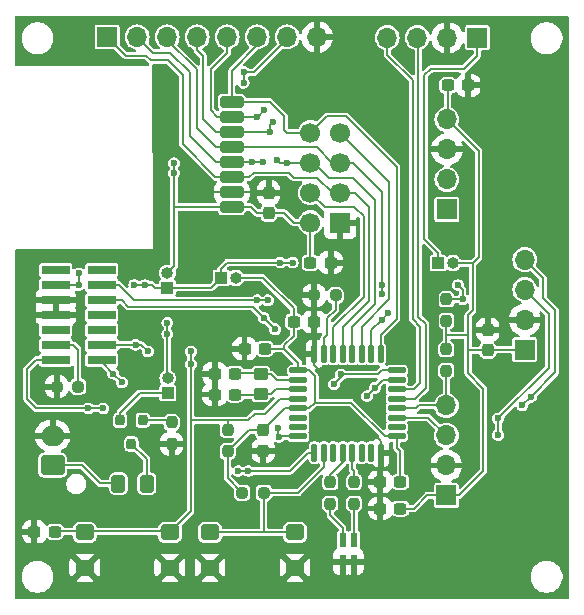
<source format=gtl>
G04 #@! TF.GenerationSoftware,KiCad,Pcbnew,8.0.8*
G04 #@! TF.CreationDate,2025-01-30T19:33:48+01:00*
G04 #@! TF.ProjectId,HAMS_node,48414d53-5f6e-46f6-9465-2e6b69636164,rev?*
G04 #@! TF.SameCoordinates,Original*
G04 #@! TF.FileFunction,Copper,L1,Top*
G04 #@! TF.FilePolarity,Positive*
%FSLAX46Y46*%
G04 Gerber Fmt 4.6, Leading zero omitted, Abs format (unit mm)*
G04 Created by KiCad (PCBNEW 8.0.8) date 2025-01-30 19:33:48*
%MOMM*%
%LPD*%
G01*
G04 APERTURE LIST*
G04 Aperture macros list*
%AMRoundRect*
0 Rectangle with rounded corners*
0 $1 Rounding radius*
0 $2 $3 $4 $5 $6 $7 $8 $9 X,Y pos of 4 corners*
0 Add a 4 corners polygon primitive as box body*
4,1,4,$2,$3,$4,$5,$6,$7,$8,$9,$2,$3,0*
0 Add four circle primitives for the rounded corners*
1,1,$1+$1,$2,$3*
1,1,$1+$1,$4,$5*
1,1,$1+$1,$6,$7*
1,1,$1+$1,$8,$9*
0 Add four rect primitives between the rounded corners*
20,1,$1+$1,$2,$3,$4,$5,0*
20,1,$1+$1,$4,$5,$6,$7,0*
20,1,$1+$1,$6,$7,$8,$9,0*
20,1,$1+$1,$8,$9,$2,$3,0*%
G04 Aperture macros list end*
G04 #@! TA.AperFunction,ComponentPad*
%ADD10R,1.000000X1.000000*%
G04 #@! TD*
G04 #@! TA.AperFunction,ComponentPad*
%ADD11O,1.000000X1.000000*%
G04 #@! TD*
G04 #@! TA.AperFunction,SMDPad,CuDef*
%ADD12RoundRect,0.350000X0.450000X0.350000X-0.450000X0.350000X-0.450000X-0.350000X0.450000X-0.350000X0*%
G04 #@! TD*
G04 #@! TA.AperFunction,SMDPad,CuDef*
%ADD13RoundRect,0.237500X0.250000X0.237500X-0.250000X0.237500X-0.250000X-0.237500X0.250000X-0.237500X0*%
G04 #@! TD*
G04 #@! TA.AperFunction,SMDPad,CuDef*
%ADD14RoundRect,0.237500X0.300000X0.237500X-0.300000X0.237500X-0.300000X-0.237500X0.300000X-0.237500X0*%
G04 #@! TD*
G04 #@! TA.AperFunction,SMDPad,CuDef*
%ADD15RoundRect,0.250000X0.350000X-0.275000X0.350000X0.275000X-0.350000X0.275000X-0.350000X-0.275000X0*%
G04 #@! TD*
G04 #@! TA.AperFunction,SMDPad,CuDef*
%ADD16RoundRect,0.237500X-0.250000X-0.237500X0.250000X-0.237500X0.250000X0.237500X-0.250000X0.237500X0*%
G04 #@! TD*
G04 #@! TA.AperFunction,SMDPad,CuDef*
%ADD17RoundRect,0.300000X0.300000X-0.450000X0.300000X0.450000X-0.300000X0.450000X-0.300000X-0.450000X0*%
G04 #@! TD*
G04 #@! TA.AperFunction,ComponentPad*
%ADD18O,2.000000X1.700000*%
G04 #@! TD*
G04 #@! TA.AperFunction,ComponentPad*
%ADD19RoundRect,0.250000X0.750000X-0.600000X0.750000X0.600000X-0.750000X0.600000X-0.750000X-0.600000X0*%
G04 #@! TD*
G04 #@! TA.AperFunction,ComponentPad*
%ADD20R,1.700000X1.700000*%
G04 #@! TD*
G04 #@! TA.AperFunction,ComponentPad*
%ADD21O,1.700000X1.700000*%
G04 #@! TD*
G04 #@! TA.AperFunction,SMDPad,CuDef*
%ADD22RoundRect,0.125000X-0.625000X-0.125000X0.625000X-0.125000X0.625000X0.125000X-0.625000X0.125000X0*%
G04 #@! TD*
G04 #@! TA.AperFunction,SMDPad,CuDef*
%ADD23RoundRect,0.125000X-0.125000X-0.625000X0.125000X-0.625000X0.125000X0.625000X-0.125000X0.625000X0*%
G04 #@! TD*
G04 #@! TA.AperFunction,SMDPad,CuDef*
%ADD24RoundRect,0.237500X-0.237500X0.300000X-0.237500X-0.300000X0.237500X-0.300000X0.237500X0.300000X0*%
G04 #@! TD*
G04 #@! TA.AperFunction,SMDPad,CuDef*
%ADD25RoundRect,0.237500X-0.300000X-0.237500X0.300000X-0.237500X0.300000X0.237500X-0.300000X0.237500X0*%
G04 #@! TD*
G04 #@! TA.AperFunction,SMDPad,CuDef*
%ADD26RoundRect,0.237500X0.237500X-0.250000X0.237500X0.250000X-0.237500X0.250000X-0.237500X-0.250000X0*%
G04 #@! TD*
G04 #@! TA.AperFunction,SMDPad,CuDef*
%ADD27R,0.600000X1.200000*%
G04 #@! TD*
G04 #@! TA.AperFunction,SMDPad,CuDef*
%ADD28RoundRect,0.237500X0.237500X-0.300000X0.237500X0.300000X-0.237500X0.300000X-0.237500X-0.300000X0*%
G04 #@! TD*
G04 #@! TA.AperFunction,SMDPad,CuDef*
%ADD29RoundRect,0.200000X-0.200000X0.250000X-0.200000X-0.250000X0.200000X-0.250000X0.200000X0.250000X0*%
G04 #@! TD*
G04 #@! TA.AperFunction,SMDPad,CuDef*
%ADD30RoundRect,0.237500X-0.237500X0.250000X-0.237500X-0.250000X0.237500X-0.250000X0.237500X0.250000X0*%
G04 #@! TD*
G04 #@! TA.AperFunction,SMDPad,CuDef*
%ADD31RoundRect,0.250000X0.750000X-0.250000X0.750000X0.250000X-0.750000X0.250000X-0.750000X-0.250000X0*%
G04 #@! TD*
G04 #@! TA.AperFunction,ComponentPad*
%ADD32C,1.700000*%
G04 #@! TD*
G04 #@! TA.AperFunction,SMDPad,CuDef*
%ADD33R,2.400000X0.740000*%
G04 #@! TD*
G04 #@! TA.AperFunction,ViaPad*
%ADD34C,0.600000*%
G04 #@! TD*
G04 #@! TA.AperFunction,Conductor*
%ADD35C,0.200000*%
G04 #@! TD*
G04 APERTURE END LIST*
D10*
X202700000Y-78850000D03*
D11*
X203970000Y-78850000D03*
X185595000Y-80100000D03*
D10*
X184325000Y-80100000D03*
X179825000Y-89850000D03*
D11*
X179825000Y-88580000D03*
D10*
X179800000Y-80945000D03*
D11*
X179800000Y-79675000D03*
D12*
X183400000Y-101650000D03*
X190600000Y-101650000D03*
X183400000Y-104650000D03*
X190600000Y-104650000D03*
D13*
X187962500Y-98300000D03*
X186137500Y-98300000D03*
D14*
X199525000Y-99625000D03*
X197800000Y-99625000D03*
D15*
X187700000Y-89900000D03*
X187700000Y-88250000D03*
D16*
X170412500Y-89300000D03*
X172237500Y-89300000D03*
D17*
X175650000Y-97525000D03*
X178050000Y-97525000D03*
D18*
X170075000Y-93450000D03*
D19*
X170075000Y-95950000D03*
D14*
X170262500Y-101600000D03*
X168537500Y-101600000D03*
D20*
X203410000Y-98520000D03*
D21*
X203410000Y-95980000D03*
X203410000Y-93440000D03*
X203410000Y-90900000D03*
D20*
X206030000Y-59750000D03*
D21*
X203490000Y-59750000D03*
X200950000Y-59750000D03*
X198410000Y-59750000D03*
D22*
X190875000Y-87925000D03*
X190875000Y-88725000D03*
X190875000Y-89525000D03*
X190875000Y-90325000D03*
X190875000Y-91125000D03*
X190875000Y-91925000D03*
X190875000Y-92725000D03*
X190875000Y-93525000D03*
D23*
X192250000Y-94900000D03*
X193050000Y-94900000D03*
X193850000Y-94900000D03*
X194650000Y-94900000D03*
X195450000Y-94900000D03*
X196250000Y-94900000D03*
X197050000Y-94900000D03*
X197850000Y-94900000D03*
D22*
X199225000Y-93525000D03*
X199225000Y-92725000D03*
X199225000Y-91925000D03*
X199225000Y-91125000D03*
X199225000Y-90325000D03*
X199225000Y-89525000D03*
X199225000Y-88725000D03*
X199225000Y-87925000D03*
D23*
X197850000Y-86550000D03*
X197050000Y-86550000D03*
X196250000Y-86550000D03*
X195450000Y-86550000D03*
X194650000Y-86550000D03*
X193850000Y-86550000D03*
X193050000Y-86550000D03*
X192250000Y-86550000D03*
D24*
X187900000Y-93012500D03*
X187900000Y-94737500D03*
D25*
X203537500Y-63800000D03*
X205262500Y-63800000D03*
D14*
X199525000Y-97374000D03*
X197800000Y-97374000D03*
D20*
X210050000Y-86180000D03*
D21*
X210050000Y-83640000D03*
X210050000Y-81100000D03*
X210050000Y-78560000D03*
D25*
X190487500Y-83825000D03*
X192212500Y-83825000D03*
D14*
X188050000Y-86100000D03*
X186325000Y-86100000D03*
X185512500Y-89975000D03*
X183787500Y-89975000D03*
D26*
X193575000Y-99225000D03*
X193575000Y-97400000D03*
D27*
X195600000Y-102325000D03*
X195600000Y-104125000D03*
X194650000Y-104125000D03*
X194650000Y-102325000D03*
D26*
X203400000Y-87962500D03*
X203400000Y-86137500D03*
D12*
X180000000Y-104650000D03*
X172800000Y-104650000D03*
X180000000Y-101650000D03*
X172800000Y-101650000D03*
D26*
X180150000Y-94150000D03*
X180150000Y-92325000D03*
X195600000Y-99212500D03*
X195600000Y-97387500D03*
D24*
X188375000Y-72875000D03*
X188375000Y-74600000D03*
D28*
X206925000Y-86212500D03*
X206925000Y-84487500D03*
D29*
X176750000Y-94150000D03*
X175800000Y-92150000D03*
X177700000Y-92150000D03*
D14*
X193625000Y-78800000D03*
X191900000Y-78800000D03*
D30*
X203425000Y-83737500D03*
X203425000Y-81912500D03*
D20*
X203460000Y-74300000D03*
D21*
X203460000Y-71760000D03*
X203460000Y-69220000D03*
X203460000Y-66680000D03*
D20*
X174700000Y-59700000D03*
D21*
X177240000Y-59700000D03*
X179780000Y-59700000D03*
X182320000Y-59700000D03*
X184860000Y-59700000D03*
X187400000Y-59700000D03*
X189940000Y-59700000D03*
X192480000Y-59700000D03*
D31*
X185250000Y-74095000D03*
X185250000Y-72825000D03*
X185250000Y-71555000D03*
X185250000Y-70285000D03*
X185250000Y-69015000D03*
X185250000Y-67745000D03*
X185250000Y-66475000D03*
X185250000Y-65205000D03*
D30*
X184900000Y-92962500D03*
X184900000Y-94787500D03*
D14*
X185525000Y-88200000D03*
X183800000Y-88200000D03*
D16*
X192212500Y-81575000D03*
X194037500Y-81575000D03*
D20*
X194439500Y-75420000D03*
D32*
X191899500Y-75420000D03*
X194439500Y-72880000D03*
X191899500Y-72880000D03*
X194439500Y-70340000D03*
X191899500Y-70340000D03*
X194439500Y-67800000D03*
X191899500Y-67800000D03*
D33*
X170350000Y-79420000D03*
X174250000Y-79420000D03*
X170350000Y-80690000D03*
X174250000Y-80690000D03*
X170350000Y-81960000D03*
X174250000Y-81960000D03*
X170350000Y-83230000D03*
X174250000Y-83230000D03*
X170350000Y-84500000D03*
X174250000Y-84500000D03*
X170350000Y-85770000D03*
X174250000Y-85770000D03*
X170350000Y-87040000D03*
X174250000Y-87040000D03*
D34*
X187000000Y-70285000D03*
X189200000Y-92800000D03*
X188700000Y-66900000D03*
X188000000Y-65925000D03*
X186300000Y-62700000D03*
X180355000Y-71200000D03*
X189900000Y-70340000D03*
X198000000Y-80700000D03*
X197950000Y-83650000D03*
X204400000Y-80700000D03*
X188300000Y-82000000D03*
X185800000Y-96450000D03*
X175200000Y-88200000D03*
X173100000Y-91150000D03*
X177100000Y-85770000D03*
X181775000Y-87400000D03*
X187937500Y-83462500D03*
X193900000Y-89100000D03*
X196700000Y-90100000D03*
X210575000Y-90175000D03*
X207800000Y-92000000D03*
X180800000Y-95700000D03*
X176700000Y-95800000D03*
X177000000Y-80700000D03*
X172300000Y-79725000D03*
X179800000Y-84850000D03*
X204800000Y-81900000D03*
X199550000Y-98500000D03*
X198850000Y-96000000D03*
X177375000Y-88000000D03*
X183150000Y-94975000D03*
X186275000Y-95075000D03*
X195600000Y-77900000D03*
X207325000Y-82525000D03*
X180550000Y-99225000D03*
X212400000Y-96000000D03*
X196550000Y-96350000D03*
X171850000Y-99400000D03*
X199900000Y-76850000D03*
X211500000Y-71900000D03*
X172750000Y-106525000D03*
X169050000Y-97750000D03*
X183800000Y-99650000D03*
X191650000Y-80150000D03*
X181550000Y-72800000D03*
X199900000Y-80750000D03*
X195300000Y-89500000D03*
X186200000Y-91350000D03*
X168000000Y-85800000D03*
X207600000Y-63800000D03*
X202250000Y-63750000D03*
X191150000Y-106500000D03*
X174150000Y-89475000D03*
X199900000Y-79800000D03*
X205350000Y-70100000D03*
X196800000Y-101075000D03*
X177275000Y-84125000D03*
X179225000Y-68725000D03*
X172000000Y-61225000D03*
X194400000Y-92000000D03*
X168875000Y-88175000D03*
X194400000Y-63700000D03*
X189600000Y-80150000D03*
X172025000Y-58675000D03*
X177400000Y-79200000D03*
X191250000Y-85150000D03*
X168525000Y-99700000D03*
X205600000Y-95700000D03*
X211500000Y-66550000D03*
X189700000Y-97325000D03*
X182650000Y-91275000D03*
X191150000Y-63700000D03*
X201000000Y-94700000D03*
X211500000Y-69200000D03*
X192600000Y-93200000D03*
X172000000Y-94650000D03*
X180000000Y-106475000D03*
X183600000Y-85750000D03*
X168000000Y-78400000D03*
X190800000Y-74250000D03*
X189875000Y-94875000D03*
X179225000Y-64275000D03*
X192900000Y-77200000D03*
X207225000Y-79550000D03*
X190950000Y-86100000D03*
X189000000Y-83000000D03*
X201225000Y-100850000D03*
X189900000Y-77100000D03*
X200000000Y-61550000D03*
X183000000Y-72800000D03*
X168000000Y-81950000D03*
X201150000Y-97200000D03*
X168000000Y-83250000D03*
X201975000Y-81250000D03*
X199900000Y-77850000D03*
X199850000Y-84850000D03*
X182800000Y-76800000D03*
X189850000Y-73675000D03*
X181700000Y-103025000D03*
X178075000Y-99275000D03*
X179225000Y-71825000D03*
X205600000Y-92600000D03*
X212400000Y-93400000D03*
X212400000Y-91000000D03*
X197500000Y-91200000D03*
X185175000Y-84175000D03*
X179225000Y-75125000D03*
X205000000Y-76850000D03*
X202200000Y-61600000D03*
X193141794Y-88324000D03*
X172000000Y-92450000D03*
X182325000Y-84100000D03*
X207350000Y-87950000D03*
X182250000Y-71250000D03*
X202350000Y-76500000D03*
X196300000Y-93200000D03*
X195375000Y-79875000D03*
X171000000Y-103100000D03*
X189300000Y-87200000D03*
X191250000Y-99575000D03*
X183350000Y-106525000D03*
X196100000Y-59800000D03*
X173800000Y-99400000D03*
X195400000Y-81225000D03*
X207600000Y-62400000D03*
X186242500Y-63592500D03*
X180355000Y-70375000D03*
X178150000Y-86325000D03*
X181775000Y-86325000D03*
X172300000Y-80700000D03*
X177900000Y-80700000D03*
X179800000Y-83900000D03*
X190400000Y-78800000D03*
X189350000Y-78800000D03*
X186650000Y-96450000D03*
X174375000Y-91150000D03*
X194491794Y-88274000D03*
X188925000Y-84450000D03*
X187400000Y-82000000D03*
X197375000Y-89400000D03*
X175950000Y-88950000D03*
X189250000Y-93550000D03*
X207800000Y-93400000D03*
X209850000Y-90900000D03*
X198000000Y-81500000D03*
X198500000Y-83100000D03*
X187900000Y-70300000D03*
X187350000Y-66475000D03*
X188450000Y-67750000D03*
X189050000Y-70100000D03*
D35*
X189700000Y-66400000D02*
X189700000Y-67600000D01*
X189900000Y-67800000D02*
X191899500Y-67800000D01*
X188505000Y-65205000D02*
X189700000Y-66400000D01*
X189700000Y-67600000D02*
X189900000Y-67800000D01*
X185250000Y-65205000D02*
X188505000Y-65205000D01*
X185250000Y-62550000D02*
X187400000Y-60400000D01*
X187400000Y-60400000D02*
X187400000Y-59700000D01*
X185250000Y-65205000D02*
X185250000Y-62550000D01*
X189940000Y-59895000D02*
X189940000Y-59700000D01*
X187135000Y-62700000D02*
X189940000Y-59895000D01*
X186300000Y-62700000D02*
X187135000Y-62700000D01*
X186300000Y-63535000D02*
X186242500Y-63592500D01*
X186300000Y-62700000D02*
X186300000Y-63535000D01*
X204800000Y-81100000D02*
X204800000Y-81900000D01*
X204400000Y-80700000D02*
X204800000Y-81100000D01*
X187000000Y-70285000D02*
X185250000Y-70285000D01*
X187000000Y-70285000D02*
X187885000Y-70285000D01*
X187885000Y-70285000D02*
X187900000Y-70300000D01*
X186745000Y-71555000D02*
X185250000Y-71555000D01*
X187100000Y-71200000D02*
X186745000Y-71555000D01*
X190100000Y-71200000D02*
X187100000Y-71200000D01*
X190500000Y-71600000D02*
X190100000Y-71200000D01*
X192500000Y-71600000D02*
X190500000Y-71600000D01*
X193780000Y-72880000D02*
X192500000Y-71600000D01*
X194439500Y-72880000D02*
X193780000Y-72880000D01*
X189200000Y-93500000D02*
X189200000Y-92800000D01*
X189250000Y-93550000D02*
X189200000Y-93500000D01*
X188450000Y-67150000D02*
X188700000Y-66900000D01*
X188450000Y-67750000D02*
X188450000Y-67150000D01*
X187450000Y-66475000D02*
X188000000Y-65925000D01*
X187350000Y-66475000D02*
X187450000Y-66475000D01*
X180355000Y-71200000D02*
X180355000Y-74095000D01*
X189900000Y-70340000D02*
X191899500Y-70340000D01*
X198000000Y-80700000D02*
X198000000Y-72800000D01*
X197950000Y-83650000D02*
X197050000Y-84550000D01*
X188300000Y-82000000D02*
X187400000Y-82000000D01*
X176975000Y-82000000D02*
X175665000Y-80690000D01*
X175665000Y-80690000D02*
X173920000Y-80690000D01*
X187400000Y-82000000D02*
X176975000Y-82000000D01*
X186650000Y-96450000D02*
X185800000Y-96450000D01*
X175200000Y-88200000D02*
X174250000Y-87250000D01*
X173100000Y-91150000D02*
X168700000Y-91150000D01*
X177100000Y-85770000D02*
X174250000Y-85770000D01*
X181775000Y-87400000D02*
X181775000Y-92325000D01*
X187937500Y-83462500D02*
X187025000Y-82550000D01*
X194491794Y-88508206D02*
X194491794Y-88274000D01*
X193900000Y-89100000D02*
X194491794Y-88508206D01*
X196700000Y-90075000D02*
X197375000Y-89400000D01*
X196700000Y-90100000D02*
X196700000Y-90075000D01*
X210575000Y-90175000D02*
X212650000Y-88100000D01*
X189350000Y-90325000D02*
X190875000Y-90325000D01*
X188075000Y-91600000D02*
X189350000Y-90325000D01*
X184900000Y-92150000D02*
X186650000Y-92150000D01*
X186650000Y-92150000D02*
X187200000Y-91600000D01*
X187200000Y-91600000D02*
X188075000Y-91600000D01*
X202100000Y-62400000D02*
X204900000Y-62400000D01*
X204900000Y-62400000D02*
X206030000Y-61270000D01*
X201550000Y-76825000D02*
X201550000Y-62950000D01*
X202700000Y-77975000D02*
X201550000Y-76825000D01*
X201550000Y-62950000D02*
X202100000Y-62400000D01*
X206030000Y-61270000D02*
X206030000Y-59750000D01*
X202700000Y-78850000D02*
X202700000Y-77975000D01*
X194650000Y-84275000D02*
X194650000Y-86550000D01*
X196900000Y-82025000D02*
X194650000Y-84275000D01*
X194439500Y-72880000D02*
X195641581Y-72880000D01*
X195641581Y-72880000D02*
X196900000Y-74138419D01*
X196900000Y-74138419D02*
X196900000Y-82025000D01*
X211600000Y-81800000D02*
X211600000Y-80110000D01*
X212650000Y-82850000D02*
X211600000Y-81800000D01*
X212650000Y-88100000D02*
X212650000Y-82850000D01*
X211600000Y-80110000D02*
X210050000Y-78560000D01*
X209850000Y-90900000D02*
X210575000Y-90175000D01*
X184330000Y-80100000D02*
X184330000Y-79320000D01*
X184330000Y-79320000D02*
X184850000Y-78800000D01*
X184850000Y-78800000D02*
X189350000Y-78800000D01*
X178720000Y-80920000D02*
X183510000Y-80920000D01*
X178500000Y-80700000D02*
X178720000Y-80920000D01*
X177900000Y-80700000D02*
X178500000Y-80700000D01*
X183510000Y-80920000D02*
X184330000Y-80100000D01*
X177900000Y-80700000D02*
X177000000Y-80700000D01*
X180355000Y-79120000D02*
X179800000Y-79675000D01*
X180355000Y-74095000D02*
X180355000Y-79120000D01*
X205250000Y-83250000D02*
X205250000Y-86212500D01*
X205650000Y-82850000D02*
X205250000Y-83250000D01*
X205650000Y-78850000D02*
X205650000Y-82850000D01*
X176500000Y-82550000D02*
X175910000Y-81960000D01*
X187025000Y-82550000D02*
X176500000Y-82550000D01*
X175910000Y-81960000D02*
X173920000Y-81960000D01*
X188925000Y-84450000D02*
X187937500Y-83462500D01*
X190475000Y-83837500D02*
X190487500Y-83825000D01*
X190475000Y-85025000D02*
X190475000Y-83837500D01*
X189700000Y-85800000D02*
X190475000Y-85025000D01*
X189700000Y-86100000D02*
X189700000Y-85800000D01*
X193050000Y-85225000D02*
X193050000Y-86550000D01*
X193325000Y-84950000D02*
X193050000Y-85225000D01*
X193325000Y-83500000D02*
X193325000Y-84950000D01*
X194037500Y-82787500D02*
X193325000Y-83500000D01*
X194037500Y-81575000D02*
X194037500Y-82787500D01*
X193850000Y-84250000D02*
X193850000Y-86550000D01*
X196400000Y-81700000D02*
X193850000Y-84250000D01*
X196400000Y-74900000D02*
X196400000Y-81700000D01*
X195600000Y-74100000D02*
X196400000Y-74900000D01*
X191899500Y-72880000D02*
X193119500Y-74100000D01*
X193119500Y-74100000D02*
X195600000Y-74100000D01*
X203425000Y-84950000D02*
X205250000Y-84950000D01*
X204500000Y-98500000D02*
X203450000Y-98500000D01*
X206550000Y-96450000D02*
X204500000Y-98500000D01*
X206550000Y-89475000D02*
X206550000Y-96450000D01*
X205250000Y-86212500D02*
X205250000Y-88175000D01*
X205250000Y-88175000D02*
X206550000Y-89475000D01*
X205250000Y-86212500D02*
X207300000Y-86212500D01*
X172300000Y-80700000D02*
X172300000Y-79725000D01*
X177595000Y-85770000D02*
X177100000Y-85770000D01*
X178150000Y-86325000D02*
X177595000Y-85770000D01*
X181775000Y-86325000D02*
X181775000Y-87400000D01*
X179800000Y-84850000D02*
X179800000Y-88555000D01*
X179800000Y-88555000D02*
X179825000Y-88580000D01*
X179800000Y-83900000D02*
X179800000Y-84850000D01*
X207332500Y-86180000D02*
X210050000Y-86180000D01*
X207300000Y-86212500D02*
X207332500Y-86180000D01*
X203425000Y-86112500D02*
X203400000Y-86137500D01*
X203425000Y-83737500D02*
X203425000Y-86112500D01*
X204787500Y-81912500D02*
X204800000Y-81900000D01*
X203425000Y-81912500D02*
X204787500Y-81912500D01*
X193575000Y-100175000D02*
X194650000Y-101250000D01*
X194650000Y-101250000D02*
X194650000Y-102325000D01*
X193575000Y-99225000D02*
X193575000Y-100175000D01*
X195600000Y-102325000D02*
X195600000Y-99212500D01*
X194650000Y-95725000D02*
X193575000Y-96800000D01*
X194650000Y-94900000D02*
X194650000Y-95725000D01*
X193575000Y-96800000D02*
X193575000Y-97400000D01*
X193050000Y-96075000D02*
X193050000Y-94900000D01*
X190825000Y-98300000D02*
X193050000Y-96075000D01*
X187962500Y-98300000D02*
X190825000Y-98300000D01*
X195450000Y-96300000D02*
X195600000Y-96450000D01*
X195600000Y-96450000D02*
X195600000Y-97387500D01*
X195450000Y-94900000D02*
X195450000Y-96300000D01*
X168660000Y-87040000D02*
X170350000Y-87040000D01*
X167900000Y-87800000D02*
X168660000Y-87040000D01*
X167900000Y-90350000D02*
X167900000Y-87800000D01*
X174375000Y-91150000D02*
X173100000Y-91150000D01*
X168700000Y-91150000D02*
X167900000Y-90350000D01*
X174250000Y-87250000D02*
X174250000Y-87040000D01*
X175950000Y-88950000D02*
X175200000Y-88200000D01*
X191725000Y-94900000D02*
X192250000Y-94900000D01*
X190175000Y-96450000D02*
X191725000Y-94900000D01*
X186650000Y-96450000D02*
X190175000Y-96450000D01*
X177450000Y-89850000D02*
X180050000Y-89850000D01*
X175800000Y-92150000D02*
X175800000Y-91500000D01*
X175800000Y-91500000D02*
X177450000Y-89850000D01*
X179975000Y-92150000D02*
X180150000Y-92325000D01*
X177700000Y-92150000D02*
X179975000Y-92150000D01*
X178050000Y-97525000D02*
X178050000Y-95450000D01*
X178050000Y-95450000D02*
X176750000Y-94150000D01*
X181775000Y-99875000D02*
X180000000Y-101650000D01*
X181775000Y-92325000D02*
X181775000Y-99875000D01*
X181775000Y-92125000D02*
X181775000Y-92325000D01*
X181800000Y-92150000D02*
X181775000Y-92125000D01*
X184900000Y-92150000D02*
X181800000Y-92150000D01*
X195800000Y-97275000D02*
X195800000Y-97387500D01*
X200675000Y-99625000D02*
X199525000Y-99625000D01*
X201780000Y-98520000D02*
X200675000Y-99625000D01*
X203410000Y-98520000D02*
X201780000Y-98520000D01*
X187962500Y-101637500D02*
X187950000Y-101650000D01*
X187950000Y-101650000D02*
X183400000Y-101650000D01*
X187962500Y-98300000D02*
X187962500Y-101637500D01*
X190600000Y-101650000D02*
X187950000Y-101650000D01*
X187900000Y-93012500D02*
X186675000Y-93012500D01*
X186675000Y-93012500D02*
X184900000Y-94787500D01*
X184900000Y-97062500D02*
X186137500Y-98300000D01*
X184900000Y-94787500D02*
X184900000Y-97062500D01*
X183025000Y-72825000D02*
X183000000Y-72800000D01*
X188375000Y-72725000D02*
X188275000Y-72825000D01*
X191250000Y-85150000D02*
X191375000Y-85025000D01*
X197400000Y-93500000D02*
X197090794Y-93500000D01*
X193091794Y-88324000D02*
X192250000Y-87482206D01*
X192225000Y-86525000D02*
X192250000Y-86550000D01*
X193141794Y-88324000D02*
X193091794Y-88324000D01*
X197850000Y-93950000D02*
X197400000Y-93500000D01*
X185250000Y-72825000D02*
X183025000Y-72825000D01*
X188275000Y-72825000D02*
X185250000Y-72825000D01*
X197850000Y-94900000D02*
X197850000Y-93950000D01*
X192250000Y-87482206D02*
X192250000Y-86550000D01*
X192264000Y-86536000D02*
X192250000Y-86550000D01*
X187900000Y-80100000D02*
X185600000Y-80100000D01*
X199525000Y-94782206D02*
X199525000Y-97344706D01*
X192291794Y-90649000D02*
X192291794Y-88424000D01*
X195349000Y-90649000D02*
X192291794Y-90649000D01*
X198225000Y-93525000D02*
X195349000Y-90649000D01*
X190487500Y-82687500D02*
X187900000Y-80100000D01*
X190487500Y-83825000D02*
X190487500Y-82687500D01*
X187900000Y-93012500D02*
X189787500Y-91125000D01*
X189787500Y-91125000D02*
X190875000Y-91125000D01*
X199225000Y-93525000D02*
X198225000Y-93525000D01*
X199225000Y-93525000D02*
X199225000Y-94482206D01*
X190875000Y-91125000D02*
X191815794Y-91125000D01*
X190875000Y-87925000D02*
X190875000Y-87275000D01*
X191815794Y-91125000D02*
X192291794Y-90649000D01*
X188050000Y-86100000D02*
X189700000Y-86100000D01*
X192291794Y-88424000D02*
X191792794Y-87925000D01*
X199225000Y-94482206D02*
X199525000Y-94782206D01*
X191792794Y-87925000D02*
X190875000Y-87925000D01*
X189700000Y-86100000D02*
X190875000Y-87275000D01*
X188608897Y-88275000D02*
X187875000Y-88275000D01*
X187750000Y-88150000D02*
X185125000Y-88150000D01*
X187875000Y-88275000D02*
X187750000Y-88150000D01*
X189058897Y-88725000D02*
X188608897Y-88275000D01*
X190875000Y-88725000D02*
X189058897Y-88725000D01*
X185125000Y-88150000D02*
X185075000Y-88100000D01*
X188575000Y-89925000D02*
X188975000Y-89525000D01*
X188975000Y-89525000D02*
X190875000Y-89525000D01*
X185086500Y-90049000D02*
X187751000Y-90049000D01*
X187751000Y-90049000D02*
X187875000Y-89925000D01*
X185075000Y-90037500D02*
X185086500Y-90049000D01*
X187875000Y-89925000D02*
X188575000Y-89925000D01*
X203537500Y-66602500D02*
X203460000Y-66680000D01*
X206150000Y-78350000D02*
X205650000Y-78850000D01*
X206150000Y-69370000D02*
X203460000Y-66680000D01*
X203537500Y-63800000D02*
X203537500Y-66602500D01*
X206150000Y-78350000D02*
X206150000Y-69370000D01*
X205700000Y-78800000D02*
X206150000Y-78350000D01*
X205650000Y-78850000D02*
X203970000Y-78850000D01*
X185250000Y-74095000D02*
X180355000Y-74095000D01*
X186870000Y-74095000D02*
X185250000Y-74095000D01*
X189700000Y-74600000D02*
X187375000Y-74600000D01*
X187375000Y-74600000D02*
X186870000Y-74095000D01*
X191900000Y-78500000D02*
X191900000Y-75420500D01*
X191900000Y-75420500D02*
X191899500Y-75420000D01*
X180355000Y-70375000D02*
X180355000Y-71200000D01*
X191899500Y-75420000D02*
X190520000Y-75420000D01*
X190520000Y-75420000D02*
X189700000Y-74600000D01*
X184900000Y-92150000D02*
X184900000Y-92962500D01*
X179200000Y-101550000D02*
X170312500Y-101550000D01*
X179550000Y-101200000D02*
X179200000Y-101550000D01*
X172290000Y-80690000D02*
X172300000Y-80700000D01*
X170350000Y-80690000D02*
X172290000Y-80690000D01*
X190400000Y-78800000D02*
X189350000Y-78800000D01*
X174100000Y-97500000D02*
X172550000Y-95950000D01*
X172550000Y-95950000D02*
X170075000Y-95950000D01*
X175400000Y-97500000D02*
X174100000Y-97500000D01*
X200950000Y-59750000D02*
X201050000Y-59850000D01*
X201675000Y-89403242D02*
X200753242Y-90325000D01*
X201050000Y-59850000D02*
X201050000Y-83400000D01*
X201050000Y-83400000D02*
X201675000Y-84025000D01*
X200960000Y-59945000D02*
X200950000Y-59935000D01*
X200753242Y-90325000D02*
X199225000Y-90325000D01*
X200950000Y-59935000D02*
X200950000Y-59750000D01*
X201675000Y-84025000D02*
X201675000Y-89403242D01*
X198420000Y-59945000D02*
X198410000Y-59955000D01*
X200550000Y-83600000D02*
X201175000Y-84225000D01*
X198410000Y-59955000D02*
X198410000Y-61210000D01*
X201175000Y-84225000D02*
X201175000Y-89000000D01*
X200650000Y-89525000D02*
X199225000Y-89525000D01*
X200550000Y-63350000D02*
X200550000Y-83600000D01*
X198410000Y-61210000D02*
X200550000Y-63350000D01*
X201175000Y-89000000D02*
X200650000Y-89525000D01*
X172200000Y-86175000D02*
X172200000Y-88875000D01*
X171795000Y-85770000D02*
X172200000Y-86175000D01*
X170350000Y-85770000D02*
X171795000Y-85770000D01*
X194491794Y-88274000D02*
X197641794Y-88274000D01*
X197641794Y-88274000D02*
X197990794Y-87925000D01*
X199226000Y-87924000D02*
X199225000Y-87925000D01*
X197990794Y-87925000D02*
X199225000Y-87925000D01*
X197375000Y-89400000D02*
X198050000Y-88725000D01*
X198050000Y-88725000D02*
X199225000Y-88725000D01*
X190875000Y-93525000D02*
X189275000Y-93525000D01*
X189275000Y-93525000D02*
X189250000Y-93550000D01*
X201895000Y-91925000D02*
X203410000Y-93440000D01*
X203470000Y-93500000D02*
X203410000Y-93440000D01*
X212100000Y-87700000D02*
X212100000Y-83150000D01*
X212100000Y-83150000D02*
X210050000Y-81100000D01*
X207800000Y-92000000D02*
X212100000Y-87700000D01*
X207800000Y-93400000D02*
X207800000Y-92000000D01*
X199225000Y-91925000D02*
X201895000Y-91925000D01*
X200862500Y-91125000D02*
X201087500Y-90900000D01*
X203410000Y-87902500D02*
X203410000Y-90900000D01*
X201087500Y-90900000D02*
X203410000Y-90900000D01*
X203500000Y-87812500D02*
X203410000Y-87902500D01*
X203422500Y-74262500D02*
X203460000Y-74300000D01*
X199225000Y-91125000D02*
X200862500Y-91125000D01*
X182277000Y-67377000D02*
X183915000Y-69015000D01*
X198000000Y-72800000D02*
X195540000Y-70340000D01*
X183915000Y-69015000D02*
X185250000Y-69015000D01*
X195540000Y-70340000D02*
X194439500Y-70340000D01*
X194439500Y-70340000D02*
X193740000Y-70340000D01*
X197050000Y-86550000D02*
X197050000Y-85865794D01*
X179780000Y-59700000D02*
X179780000Y-59955000D01*
X198500000Y-83100000D02*
X197950000Y-83650000D01*
X179780000Y-59955000D02*
X182277000Y-62452000D01*
X193740000Y-70340000D02*
X192450000Y-69050000D01*
X182277000Y-62452000D02*
X182277000Y-67377000D01*
X198000000Y-81500000D02*
X198000000Y-80700000D01*
X192450000Y-69050000D02*
X185285000Y-69050000D01*
X197050000Y-84550000D02*
X197050000Y-86550000D01*
X185285000Y-69050000D02*
X185250000Y-69015000D01*
X181702000Y-68102000D02*
X181702000Y-62702000D01*
X177210000Y-59730000D02*
X177210000Y-59925000D01*
X185250000Y-70285000D02*
X183885000Y-70285000D01*
X181702000Y-62702000D02*
X180050000Y-61050000D01*
X178590000Y-61050000D02*
X177240000Y-59700000D01*
X183885000Y-70285000D02*
X181702000Y-68102000D01*
X180050000Y-61050000D02*
X178590000Y-61050000D01*
X177240000Y-59700000D02*
X177210000Y-59730000D01*
X183450000Y-65900000D02*
X183450000Y-62450000D01*
X198600000Y-71960500D02*
X194439500Y-67800000D01*
X185250000Y-66475000D02*
X187350000Y-66475000D01*
X183450000Y-62450000D02*
X184860000Y-61040000D01*
X196250000Y-84250000D02*
X198600000Y-81900000D01*
X196250000Y-86550000D02*
X196250000Y-85665794D01*
X184025000Y-66475000D02*
X183450000Y-65900000D01*
X184860000Y-61040000D02*
X184860000Y-59700000D01*
X196250000Y-85725000D02*
X196250000Y-84250000D01*
X185250000Y-66475000D02*
X184025000Y-66475000D01*
X198600000Y-81900000D02*
X198600000Y-71960500D01*
X194900000Y-66400000D02*
X199200000Y-70700000D01*
X192199750Y-67800000D02*
X191899500Y-67800000D01*
X197850000Y-84900000D02*
X197850000Y-86550000D01*
X199200000Y-70700000D02*
X199200000Y-83550000D01*
X191899500Y-67800000D02*
X193299500Y-66400000D01*
X193299500Y-66400000D02*
X194900000Y-66400000D01*
X199200000Y-83550000D02*
X197850000Y-84900000D01*
X178375000Y-61675000D02*
X177975000Y-61275000D01*
X183855000Y-71555000D02*
X181100000Y-68800000D01*
X176275000Y-61275000D02*
X174700000Y-59700000D01*
X181100000Y-68800000D02*
X181100000Y-62937500D01*
X177975000Y-61275000D02*
X176275000Y-61275000D01*
X179837500Y-61675000D02*
X178375000Y-61675000D01*
X185250000Y-71555000D02*
X183855000Y-71555000D01*
X181100000Y-62937500D02*
X179837500Y-61675000D01*
X197400000Y-73500000D02*
X195500000Y-71600000D01*
X182320000Y-60795000D02*
X182850000Y-61325000D01*
X189290000Y-70340000D02*
X189900000Y-70340000D01*
X182850000Y-61325000D02*
X182850000Y-66650000D01*
X197400000Y-82325000D02*
X197400000Y-73500000D01*
X195450000Y-86550000D02*
X195450000Y-84275000D01*
X195450000Y-86550000D02*
X195419000Y-86519000D01*
X193450000Y-71600000D02*
X192190000Y-70340000D01*
X188445000Y-67745000D02*
X185250000Y-67745000D01*
X195450000Y-84275000D02*
X197400000Y-82325000D01*
X192190000Y-70340000D02*
X191899500Y-70340000D01*
X183945000Y-67745000D02*
X185250000Y-67745000D01*
X189050000Y-70100000D02*
X189290000Y-70340000D01*
X182320000Y-59700000D02*
X182320000Y-60795000D01*
X182850000Y-66650000D02*
X183945000Y-67745000D01*
X195500000Y-71600000D02*
X193450000Y-71600000D01*
X188450000Y-67750000D02*
X188445000Y-67745000D01*
G04 #@! TA.AperFunction,Conductor*
G36*
X213742539Y-57920185D02*
G01*
X213788294Y-57972989D01*
X213799500Y-58024500D01*
X213799500Y-107175500D01*
X213779815Y-107242539D01*
X213727011Y-107288294D01*
X213675500Y-107299500D01*
X167024500Y-107299500D01*
X166957461Y-107279815D01*
X166911706Y-107227011D01*
X166900500Y-107175500D01*
X166900500Y-105293713D01*
X167449500Y-105293713D01*
X167449500Y-105506286D01*
X167482753Y-105716239D01*
X167548444Y-105918414D01*
X167644951Y-106107820D01*
X167769890Y-106279786D01*
X167920213Y-106430109D01*
X168092179Y-106555048D01*
X168092181Y-106555049D01*
X168092184Y-106555051D01*
X168281588Y-106651557D01*
X168483757Y-106717246D01*
X168693713Y-106750500D01*
X168693714Y-106750500D01*
X168906286Y-106750500D01*
X168906287Y-106750500D01*
X169116243Y-106717246D01*
X169318412Y-106651557D01*
X169507816Y-106555051D01*
X169529789Y-106539086D01*
X169679786Y-106430109D01*
X169679788Y-106430106D01*
X169679792Y-106430104D01*
X169830104Y-106279792D01*
X169830106Y-106279788D01*
X169830109Y-106279786D01*
X169955048Y-106107820D01*
X169955047Y-106107820D01*
X169955051Y-106107816D01*
X170051557Y-105918412D01*
X170095033Y-105784606D01*
X172018944Y-105784606D01*
X172055151Y-105802564D01*
X172234568Y-105847184D01*
X172276088Y-105849999D01*
X173323910Y-105849999D01*
X173323917Y-105849998D01*
X173365423Y-105847185D01*
X173365425Y-105847185D01*
X173544849Y-105802564D01*
X173581054Y-105784607D01*
X173581054Y-105784606D01*
X179218944Y-105784606D01*
X179255151Y-105802564D01*
X179434568Y-105847184D01*
X179476088Y-105849999D01*
X180523910Y-105849999D01*
X180523917Y-105849998D01*
X180565423Y-105847185D01*
X180565425Y-105847185D01*
X180744849Y-105802564D01*
X180781054Y-105784607D01*
X180781054Y-105784606D01*
X182618944Y-105784606D01*
X182655151Y-105802564D01*
X182834568Y-105847184D01*
X182876088Y-105849999D01*
X183923910Y-105849999D01*
X183923917Y-105849998D01*
X183965423Y-105847185D01*
X183965425Y-105847185D01*
X184144849Y-105802564D01*
X184181054Y-105784607D01*
X184181054Y-105784606D01*
X189818944Y-105784606D01*
X189855151Y-105802564D01*
X190034568Y-105847184D01*
X190076088Y-105849999D01*
X191123910Y-105849999D01*
X191123917Y-105849998D01*
X191165423Y-105847185D01*
X191165425Y-105847185D01*
X191344849Y-105802564D01*
X191381054Y-105784607D01*
X191381054Y-105784606D01*
X190600000Y-105003552D01*
X189818944Y-105784606D01*
X184181054Y-105784606D01*
X183400000Y-105003552D01*
X182618944Y-105784606D01*
X180781054Y-105784606D01*
X180000000Y-105003552D01*
X179218944Y-105784606D01*
X173581054Y-105784606D01*
X172800000Y-105003552D01*
X172018944Y-105784606D01*
X170095033Y-105784606D01*
X170117246Y-105716243D01*
X170150500Y-105506287D01*
X170150500Y-105293713D01*
X170117246Y-105083757D01*
X170051557Y-104881588D01*
X169955051Y-104692184D01*
X169955049Y-104692181D01*
X169955048Y-104692179D01*
X169830109Y-104520213D01*
X169679786Y-104369890D01*
X169507820Y-104244951D01*
X169470799Y-104226088D01*
X171500000Y-104226088D01*
X171500000Y-105073910D01*
X171500001Y-105073917D01*
X171502814Y-105115423D01*
X171502814Y-105115425D01*
X171547435Y-105294849D01*
X171629582Y-105460482D01*
X171632427Y-105464020D01*
X172446448Y-104650000D01*
X172446447Y-104649999D01*
X173153551Y-104649999D01*
X173967572Y-105464020D01*
X173970417Y-105460482D01*
X174052564Y-105294849D01*
X174097184Y-105115431D01*
X174099999Y-105073911D01*
X174099999Y-104226089D01*
X174099999Y-104226088D01*
X178700000Y-104226088D01*
X178700000Y-105073910D01*
X178700001Y-105073917D01*
X178702814Y-105115423D01*
X178702814Y-105115425D01*
X178747435Y-105294849D01*
X178829582Y-105460482D01*
X178832427Y-105464020D01*
X179646448Y-104650000D01*
X179646447Y-104649999D01*
X180353551Y-104649999D01*
X181167572Y-105464020D01*
X181170417Y-105460482D01*
X181252564Y-105294849D01*
X181297184Y-105115431D01*
X181299999Y-105073911D01*
X181299999Y-104226089D01*
X181299999Y-104226088D01*
X182100000Y-104226088D01*
X182100000Y-105073910D01*
X182100001Y-105073917D01*
X182102814Y-105115423D01*
X182102814Y-105115425D01*
X182147435Y-105294849D01*
X182229582Y-105460482D01*
X182232427Y-105464020D01*
X183046448Y-104650000D01*
X183046447Y-104649999D01*
X183753551Y-104649999D01*
X184567572Y-105464020D01*
X184570417Y-105460482D01*
X184652564Y-105294849D01*
X184697184Y-105115431D01*
X184699999Y-105073911D01*
X184699999Y-104226089D01*
X184699999Y-104226088D01*
X189300000Y-104226088D01*
X189300000Y-105073910D01*
X189300001Y-105073917D01*
X189302814Y-105115423D01*
X189302814Y-105115425D01*
X189347435Y-105294849D01*
X189429582Y-105460482D01*
X189432427Y-105464020D01*
X190246448Y-104650000D01*
X190246447Y-104649999D01*
X190953551Y-104649999D01*
X191767572Y-105464020D01*
X191770417Y-105460482D01*
X191852564Y-105294849D01*
X191852847Y-105293713D01*
X210549500Y-105293713D01*
X210549500Y-105506286D01*
X210582753Y-105716239D01*
X210648444Y-105918414D01*
X210744951Y-106107820D01*
X210869890Y-106279786D01*
X211020213Y-106430109D01*
X211192179Y-106555048D01*
X211192181Y-106555049D01*
X211192184Y-106555051D01*
X211381588Y-106651557D01*
X211583757Y-106717246D01*
X211793713Y-106750500D01*
X211793714Y-106750500D01*
X212006286Y-106750500D01*
X212006287Y-106750500D01*
X212216243Y-106717246D01*
X212418412Y-106651557D01*
X212607816Y-106555051D01*
X212629789Y-106539086D01*
X212779786Y-106430109D01*
X212779788Y-106430106D01*
X212779792Y-106430104D01*
X212930104Y-106279792D01*
X212930106Y-106279788D01*
X212930109Y-106279786D01*
X213055048Y-106107820D01*
X213055047Y-106107820D01*
X213055051Y-106107816D01*
X213151557Y-105918412D01*
X213217246Y-105716243D01*
X213250500Y-105506287D01*
X213250500Y-105293713D01*
X213217246Y-105083757D01*
X213151557Y-104881588D01*
X213055051Y-104692184D01*
X213055049Y-104692181D01*
X213055048Y-104692179D01*
X212930109Y-104520213D01*
X212779786Y-104369890D01*
X212607820Y-104244951D01*
X212418414Y-104148444D01*
X212418413Y-104148443D01*
X212418412Y-104148443D01*
X212216243Y-104082754D01*
X212216241Y-104082753D01*
X212216240Y-104082753D01*
X212054957Y-104057208D01*
X212006287Y-104049500D01*
X211793713Y-104049500D01*
X211745042Y-104057208D01*
X211583760Y-104082753D01*
X211381585Y-104148444D01*
X211192179Y-104244951D01*
X211020213Y-104369890D01*
X210869890Y-104520213D01*
X210744951Y-104692179D01*
X210648444Y-104881585D01*
X210582753Y-105083760D01*
X210549500Y-105293713D01*
X191852847Y-105293713D01*
X191897184Y-105115431D01*
X191899999Y-105073911D01*
X191899999Y-104772844D01*
X193850000Y-104772844D01*
X193856401Y-104832372D01*
X193856403Y-104832379D01*
X193906645Y-104967086D01*
X193906649Y-104967093D01*
X193992809Y-105082187D01*
X193992812Y-105082190D01*
X194107906Y-105168350D01*
X194107913Y-105168354D01*
X194242620Y-105218596D01*
X194242627Y-105218598D01*
X194302155Y-105224999D01*
X194302172Y-105225000D01*
X194400000Y-105225000D01*
X194900000Y-105225000D01*
X194997828Y-105225000D01*
X194997844Y-105224999D01*
X195057372Y-105218598D01*
X195057375Y-105218597D01*
X195081665Y-105209538D01*
X195151356Y-105204552D01*
X195168335Y-105209538D01*
X195192624Y-105218597D01*
X195192627Y-105218598D01*
X195252155Y-105224999D01*
X195252172Y-105225000D01*
X195350000Y-105225000D01*
X195850000Y-105225000D01*
X195947828Y-105225000D01*
X195947844Y-105224999D01*
X196007372Y-105218598D01*
X196007379Y-105218596D01*
X196142086Y-105168354D01*
X196142093Y-105168350D01*
X196257187Y-105082190D01*
X196257190Y-105082187D01*
X196343350Y-104967093D01*
X196343354Y-104967086D01*
X196393596Y-104832379D01*
X196393598Y-104832372D01*
X196399999Y-104772844D01*
X196400000Y-104772827D01*
X196400000Y-104375000D01*
X195850000Y-104375000D01*
X195850000Y-105225000D01*
X195350000Y-105225000D01*
X195350000Y-104375000D01*
X194900000Y-104375000D01*
X194900000Y-105225000D01*
X194400000Y-105225000D01*
X194400000Y-104375000D01*
X193850000Y-104375000D01*
X193850000Y-104772844D01*
X191899999Y-104772844D01*
X191899999Y-104226089D01*
X191899998Y-104226082D01*
X191897185Y-104184576D01*
X191897185Y-104184574D01*
X191852564Y-104005150D01*
X191770421Y-103839523D01*
X191770416Y-103839516D01*
X191767571Y-103835978D01*
X190953551Y-104649999D01*
X190246447Y-104649999D01*
X189432426Y-103835978D01*
X189429580Y-103839521D01*
X189347435Y-104005150D01*
X189302815Y-104184568D01*
X189300000Y-104226088D01*
X184699999Y-104226088D01*
X184699998Y-104226082D01*
X184697185Y-104184576D01*
X184697185Y-104184574D01*
X184652564Y-104005150D01*
X184570421Y-103839523D01*
X184570416Y-103839516D01*
X184567571Y-103835978D01*
X183753551Y-104649999D01*
X183046447Y-104649999D01*
X182232426Y-103835978D01*
X182229580Y-103839521D01*
X182147435Y-104005150D01*
X182102815Y-104184568D01*
X182100000Y-104226088D01*
X181299999Y-104226088D01*
X181299998Y-104226082D01*
X181297185Y-104184576D01*
X181297185Y-104184574D01*
X181252564Y-104005150D01*
X181170421Y-103839523D01*
X181170416Y-103839516D01*
X181167571Y-103835978D01*
X180353551Y-104649999D01*
X179646447Y-104649999D01*
X178832426Y-103835978D01*
X178829580Y-103839521D01*
X178747435Y-104005150D01*
X178702815Y-104184568D01*
X178700000Y-104226088D01*
X174099999Y-104226088D01*
X174099998Y-104226082D01*
X174097185Y-104184576D01*
X174097185Y-104184574D01*
X174052564Y-104005150D01*
X173970421Y-103839523D01*
X173970416Y-103839516D01*
X173967571Y-103835978D01*
X173153551Y-104649999D01*
X172446447Y-104649999D01*
X171632426Y-103835978D01*
X171629580Y-103839521D01*
X171547435Y-104005150D01*
X171502815Y-104184568D01*
X171500000Y-104226088D01*
X169470799Y-104226088D01*
X169318414Y-104148444D01*
X169318413Y-104148443D01*
X169318412Y-104148443D01*
X169116243Y-104082754D01*
X169116241Y-104082753D01*
X169116240Y-104082753D01*
X168954957Y-104057208D01*
X168906287Y-104049500D01*
X168693713Y-104049500D01*
X168645042Y-104057208D01*
X168483760Y-104082753D01*
X168281585Y-104148444D01*
X168092179Y-104244951D01*
X167920213Y-104369890D01*
X167769890Y-104520213D01*
X167644951Y-104692179D01*
X167548444Y-104881585D01*
X167482753Y-105083760D01*
X167449500Y-105293713D01*
X166900500Y-105293713D01*
X166900500Y-103515392D01*
X172018943Y-103515392D01*
X172799999Y-104296447D01*
X173581055Y-103515392D01*
X179218943Y-103515392D01*
X179999999Y-104296447D01*
X180781055Y-103515392D01*
X182618943Y-103515392D01*
X183399999Y-104296447D01*
X184181055Y-103515392D01*
X189818943Y-103515392D01*
X190599999Y-104296447D01*
X191381055Y-103515392D01*
X191344849Y-103497435D01*
X191165431Y-103452815D01*
X191123911Y-103450000D01*
X190076089Y-103450000D01*
X190076082Y-103450001D01*
X190034576Y-103452814D01*
X190034574Y-103452814D01*
X189855150Y-103497436D01*
X189818943Y-103515392D01*
X184181055Y-103515392D01*
X184144849Y-103497435D01*
X183965431Y-103452815D01*
X183923911Y-103450000D01*
X182876089Y-103450000D01*
X182876082Y-103450001D01*
X182834576Y-103452814D01*
X182834574Y-103452814D01*
X182655150Y-103497436D01*
X182618943Y-103515392D01*
X180781055Y-103515392D01*
X180744849Y-103497435D01*
X180565431Y-103452815D01*
X180523911Y-103450000D01*
X179476089Y-103450000D01*
X179476082Y-103450001D01*
X179434576Y-103452814D01*
X179434574Y-103452814D01*
X179255150Y-103497436D01*
X179218943Y-103515392D01*
X173581055Y-103515392D01*
X173544849Y-103497435D01*
X173365431Y-103452815D01*
X173323911Y-103450000D01*
X172276089Y-103450000D01*
X172276082Y-103450001D01*
X172234576Y-103452814D01*
X172234574Y-103452814D01*
X172055150Y-103497436D01*
X172018943Y-103515392D01*
X166900500Y-103515392D01*
X166900500Y-101886654D01*
X167500001Y-101886654D01*
X167510319Y-101987652D01*
X167564546Y-102151300D01*
X167564551Y-102151311D01*
X167655052Y-102298034D01*
X167655055Y-102298038D01*
X167776961Y-102419944D01*
X167776965Y-102419947D01*
X167923688Y-102510448D01*
X167923699Y-102510453D01*
X168087347Y-102564680D01*
X168188351Y-102574999D01*
X168287500Y-102574998D01*
X168287500Y-101850000D01*
X167500001Y-101850000D01*
X167500001Y-101886654D01*
X166900500Y-101886654D01*
X166900500Y-101313345D01*
X167500000Y-101313345D01*
X167500000Y-101350000D01*
X168287500Y-101350000D01*
X168287500Y-100624999D01*
X168188360Y-100625000D01*
X168188344Y-100625001D01*
X168087347Y-100635319D01*
X167923699Y-100689546D01*
X167923688Y-100689551D01*
X167776965Y-100780052D01*
X167776961Y-100780055D01*
X167655055Y-100901961D01*
X167655052Y-100901965D01*
X167564551Y-101048688D01*
X167564546Y-101048699D01*
X167510319Y-101212347D01*
X167500000Y-101313345D01*
X166900500Y-101313345D01*
X166900500Y-97466228D01*
X171224500Y-97466228D01*
X171224500Y-97633771D01*
X171257182Y-97798074D01*
X171257184Y-97798082D01*
X171321295Y-97952860D01*
X171414373Y-98092162D01*
X171532837Y-98210626D01*
X171607388Y-98260439D01*
X171672137Y-98303703D01*
X171826918Y-98367816D01*
X171991228Y-98400499D01*
X171991232Y-98400500D01*
X171991233Y-98400500D01*
X172158768Y-98400500D01*
X172158769Y-98400499D01*
X172323082Y-98367816D01*
X172477863Y-98303703D01*
X172617162Y-98210626D01*
X172735626Y-98092162D01*
X172828703Y-97952863D01*
X172892816Y-97798082D01*
X172925500Y-97633767D01*
X172925500Y-97466233D01*
X172892816Y-97301918D01*
X172828703Y-97147137D01*
X172786342Y-97083739D01*
X172735626Y-97007837D01*
X172617162Y-96889373D01*
X172477860Y-96796295D01*
X172323082Y-96732184D01*
X172323074Y-96732182D01*
X172158771Y-96699500D01*
X172158767Y-96699500D01*
X171991233Y-96699500D01*
X171991228Y-96699500D01*
X171826925Y-96732182D01*
X171826917Y-96732184D01*
X171672139Y-96796295D01*
X171532837Y-96889373D01*
X171414373Y-97007837D01*
X171321295Y-97147139D01*
X171257184Y-97301917D01*
X171257182Y-97301925D01*
X171224500Y-97466228D01*
X166900500Y-97466228D01*
X166900500Y-93200000D01*
X168597769Y-93200000D01*
X169641988Y-93200000D01*
X169609075Y-93257007D01*
X169575000Y-93384174D01*
X169575000Y-93515826D01*
X169609075Y-93642993D01*
X169641988Y-93700000D01*
X168597769Y-93700000D01*
X168608242Y-93766126D01*
X168608242Y-93766129D01*
X168673904Y-93968217D01*
X168770379Y-94157557D01*
X168895272Y-94329459D01*
X168895276Y-94329464D01*
X169045535Y-94479723D01*
X169045540Y-94479727D01*
X169217442Y-94604620D01*
X169335971Y-94665015D01*
X169386767Y-94712990D01*
X169403562Y-94780811D01*
X169381024Y-94846946D01*
X169326309Y-94890397D01*
X169279676Y-94899500D01*
X169270730Y-94899500D01*
X169240300Y-94902353D01*
X169240298Y-94902353D01*
X169112119Y-94947206D01*
X169112117Y-94947207D01*
X169002850Y-95027850D01*
X168922207Y-95137117D01*
X168922206Y-95137119D01*
X168877353Y-95265298D01*
X168877353Y-95265300D01*
X168874500Y-95295730D01*
X168874500Y-96604269D01*
X168877353Y-96634699D01*
X168877353Y-96634701D01*
X168917874Y-96750500D01*
X168922207Y-96762882D01*
X169002850Y-96872150D01*
X169112118Y-96952793D01*
X169154194Y-96967516D01*
X169240299Y-96997646D01*
X169270730Y-97000500D01*
X169270734Y-97000500D01*
X170879270Y-97000500D01*
X170909699Y-96997646D01*
X170909701Y-96997646D01*
X170976281Y-96974348D01*
X171037882Y-96952793D01*
X171147150Y-96872150D01*
X171227793Y-96762882D01*
X171253133Y-96690464D01*
X171272646Y-96634701D01*
X171272646Y-96634699D01*
X171275500Y-96604269D01*
X171275500Y-96374500D01*
X171295185Y-96307461D01*
X171347989Y-96261706D01*
X171399500Y-96250500D01*
X172374167Y-96250500D01*
X172441206Y-96270185D01*
X172461848Y-96286819D01*
X173859540Y-97684511D01*
X173915489Y-97740460D01*
X173915491Y-97740461D01*
X173915495Y-97740464D01*
X173984004Y-97780017D01*
X173984011Y-97780021D01*
X174060438Y-97800500D01*
X174725501Y-97800500D01*
X174792540Y-97820185D01*
X174838295Y-97872989D01*
X174849501Y-97924500D01*
X174849501Y-98022876D01*
X174855908Y-98082483D01*
X174906202Y-98217328D01*
X174906206Y-98217335D01*
X174992452Y-98332544D01*
X174992455Y-98332547D01*
X175107664Y-98418793D01*
X175107671Y-98418797D01*
X175152618Y-98435561D01*
X175242517Y-98469091D01*
X175302127Y-98475500D01*
X175997872Y-98475499D01*
X176057483Y-98469091D01*
X176192331Y-98418796D01*
X176307546Y-98332546D01*
X176393796Y-98217331D01*
X176444091Y-98082483D01*
X176450500Y-98022873D01*
X176450499Y-97027128D01*
X176444091Y-96967517D01*
X176438599Y-96952793D01*
X176393797Y-96832671D01*
X176393793Y-96832664D01*
X176307547Y-96717455D01*
X176307544Y-96717452D01*
X176192335Y-96631206D01*
X176192328Y-96631202D01*
X176057486Y-96580910D01*
X176057485Y-96580909D01*
X176057483Y-96580909D01*
X175997873Y-96574500D01*
X175997863Y-96574500D01*
X175302129Y-96574500D01*
X175302123Y-96574501D01*
X175242516Y-96580908D01*
X175107671Y-96631202D01*
X175107664Y-96631206D01*
X174992455Y-96717452D01*
X174992452Y-96717455D01*
X174906206Y-96832664D01*
X174906202Y-96832671D01*
X174855908Y-96967517D01*
X174850470Y-97018105D01*
X174849501Y-97027123D01*
X174849500Y-97027135D01*
X174849500Y-97075500D01*
X174829815Y-97142539D01*
X174777011Y-97188294D01*
X174725500Y-97199500D01*
X174275833Y-97199500D01*
X174208794Y-97179815D01*
X174188152Y-97163181D01*
X172734512Y-95709541D01*
X172734507Y-95709537D01*
X172701462Y-95690459D01*
X172701462Y-95690458D01*
X172701460Y-95690458D01*
X172689083Y-95683312D01*
X172665990Y-95669979D01*
X172665991Y-95669979D01*
X172627775Y-95659739D01*
X172589562Y-95649500D01*
X172589560Y-95649500D01*
X171399500Y-95649500D01*
X171332461Y-95629815D01*
X171286706Y-95577011D01*
X171275500Y-95525500D01*
X171275500Y-95295730D01*
X171272646Y-95265300D01*
X171272646Y-95265298D01*
X171239006Y-95169163D01*
X171227793Y-95137118D01*
X171147150Y-95027850D01*
X171037882Y-94947207D01*
X171037880Y-94947206D01*
X170909700Y-94902353D01*
X170879270Y-94899500D01*
X170879266Y-94899500D01*
X170870324Y-94899500D01*
X170803285Y-94879815D01*
X170757530Y-94827011D01*
X170747586Y-94757853D01*
X170776611Y-94694297D01*
X170814029Y-94665015D01*
X170932557Y-94604620D01*
X171104459Y-94479727D01*
X171104464Y-94479723D01*
X171254723Y-94329464D01*
X171254727Y-94329459D01*
X171379620Y-94157557D01*
X171476095Y-93968217D01*
X171508503Y-93868475D01*
X176149500Y-93868475D01*
X176149500Y-94431517D01*
X176157930Y-94484744D01*
X176164354Y-94525304D01*
X176221950Y-94638342D01*
X176221952Y-94638344D01*
X176221954Y-94638347D01*
X176311652Y-94728045D01*
X176311654Y-94728046D01*
X176311658Y-94728050D01*
X176401840Y-94774000D01*
X176424698Y-94785647D01*
X176518475Y-94800499D01*
X176518481Y-94800500D01*
X176924166Y-94800499D01*
X176991205Y-94820183D01*
X177011847Y-94836818D01*
X177713181Y-95538152D01*
X177746666Y-95599475D01*
X177749500Y-95625833D01*
X177749500Y-96458023D01*
X177729815Y-96525062D01*
X177677011Y-96570817D01*
X177649865Y-96578266D01*
X177650068Y-96579124D01*
X177642520Y-96580907D01*
X177507671Y-96631202D01*
X177507664Y-96631206D01*
X177392455Y-96717452D01*
X177392452Y-96717455D01*
X177306206Y-96832664D01*
X177306202Y-96832671D01*
X177255908Y-96967517D01*
X177250470Y-97018105D01*
X177249501Y-97027123D01*
X177249500Y-97027135D01*
X177249500Y-98022870D01*
X177249501Y-98022876D01*
X177255908Y-98082483D01*
X177306202Y-98217328D01*
X177306206Y-98217335D01*
X177392452Y-98332544D01*
X177392455Y-98332547D01*
X177507664Y-98418793D01*
X177507671Y-98418797D01*
X177552618Y-98435561D01*
X177642517Y-98469091D01*
X177702127Y-98475500D01*
X178397872Y-98475499D01*
X178457483Y-98469091D01*
X178592331Y-98418796D01*
X178707546Y-98332546D01*
X178793796Y-98217331D01*
X178844091Y-98082483D01*
X178850500Y-98022873D01*
X178850499Y-97027128D01*
X178844091Y-96967517D01*
X178838599Y-96952793D01*
X178793797Y-96832671D01*
X178793793Y-96832664D01*
X178707547Y-96717455D01*
X178707544Y-96717452D01*
X178592335Y-96631206D01*
X178592328Y-96631202D01*
X178457482Y-96580908D01*
X178449938Y-96579126D01*
X178450474Y-96576853D01*
X178396688Y-96554571D01*
X178356843Y-96497177D01*
X178350500Y-96458024D01*
X178350500Y-95410440D01*
X178350500Y-95410438D01*
X178334496Y-95350711D01*
X178334496Y-95350710D01*
X178334496Y-95350709D01*
X178330022Y-95334012D01*
X178307922Y-95295734D01*
X178290460Y-95265489D01*
X177474125Y-94449154D01*
X179175001Y-94449154D01*
X179185319Y-94550152D01*
X179239546Y-94713800D01*
X179239551Y-94713811D01*
X179330052Y-94860534D01*
X179330055Y-94860538D01*
X179451961Y-94982444D01*
X179451965Y-94982447D01*
X179598688Y-95072948D01*
X179598699Y-95072953D01*
X179762347Y-95127180D01*
X179863352Y-95137499D01*
X179900000Y-95137499D01*
X180400000Y-95137499D01*
X180436640Y-95137499D01*
X180436654Y-95137498D01*
X180537652Y-95127180D01*
X180701300Y-95072953D01*
X180701311Y-95072948D01*
X180848034Y-94982447D01*
X180848038Y-94982444D01*
X180969944Y-94860538D01*
X180969947Y-94860534D01*
X181060448Y-94713811D01*
X181060453Y-94713800D01*
X181114680Y-94550152D01*
X181124999Y-94449154D01*
X181125000Y-94449141D01*
X181125000Y-94400000D01*
X180400000Y-94400000D01*
X180400000Y-95137499D01*
X179900000Y-95137499D01*
X179900000Y-94400000D01*
X179175001Y-94400000D01*
X179175001Y-94449154D01*
X177474125Y-94449154D01*
X177386818Y-94361847D01*
X177353333Y-94300524D01*
X177350499Y-94274166D01*
X177350499Y-93868482D01*
X177347706Y-93850845D01*
X177335646Y-93774696D01*
X177278050Y-93661658D01*
X177278046Y-93661654D01*
X177278045Y-93661652D01*
X177188347Y-93571954D01*
X177188344Y-93571952D01*
X177188342Y-93571950D01*
X177111517Y-93532805D01*
X177075301Y-93514352D01*
X176981524Y-93499500D01*
X176518482Y-93499500D01*
X176437519Y-93512323D01*
X176424696Y-93514354D01*
X176311658Y-93571950D01*
X176311657Y-93571951D01*
X176311652Y-93571954D01*
X176221954Y-93661652D01*
X176221951Y-93661657D01*
X176164352Y-93774698D01*
X176149500Y-93868475D01*
X171508503Y-93868475D01*
X171541757Y-93766129D01*
X171541757Y-93766126D01*
X171552231Y-93700000D01*
X170508012Y-93700000D01*
X170540925Y-93642993D01*
X170575000Y-93515826D01*
X170575000Y-93384174D01*
X170540925Y-93257007D01*
X170508012Y-93200000D01*
X171552231Y-93200000D01*
X171541757Y-93133873D01*
X171541757Y-93133870D01*
X171476095Y-92931782D01*
X171379620Y-92742442D01*
X171254727Y-92570540D01*
X171254723Y-92570535D01*
X171104464Y-92420276D01*
X171104459Y-92420272D01*
X170932557Y-92295379D01*
X170743217Y-92198904D01*
X170541129Y-92133242D01*
X170331246Y-92100000D01*
X170325000Y-92100000D01*
X170325000Y-93016988D01*
X170267993Y-92984075D01*
X170140826Y-92950000D01*
X170009174Y-92950000D01*
X169882007Y-92984075D01*
X169825000Y-93016988D01*
X169825000Y-92100000D01*
X169818754Y-92100000D01*
X169608872Y-92133242D01*
X169608869Y-92133242D01*
X169406782Y-92198904D01*
X169217442Y-92295379D01*
X169045540Y-92420272D01*
X169045535Y-92420276D01*
X168895276Y-92570535D01*
X168895272Y-92570540D01*
X168770379Y-92742442D01*
X168673904Y-92931782D01*
X168608242Y-93133870D01*
X168608242Y-93133873D01*
X168597769Y-93200000D01*
X166900500Y-93200000D01*
X166900500Y-91868475D01*
X175199500Y-91868475D01*
X175199500Y-92431517D01*
X175210292Y-92499657D01*
X175214354Y-92525304D01*
X175271950Y-92638342D01*
X175271952Y-92638344D01*
X175271954Y-92638347D01*
X175361652Y-92728045D01*
X175361654Y-92728046D01*
X175361658Y-92728050D01*
X175467493Y-92781976D01*
X175474698Y-92785647D01*
X175568475Y-92800499D01*
X175568481Y-92800500D01*
X176031518Y-92800499D01*
X176125304Y-92785646D01*
X176238342Y-92728050D01*
X176328050Y-92638342D01*
X176385646Y-92525304D01*
X176385646Y-92525302D01*
X176385647Y-92525301D01*
X176400499Y-92431524D01*
X176400500Y-92431519D01*
X176400499Y-91868482D01*
X176400498Y-91868475D01*
X177099500Y-91868475D01*
X177099500Y-92431517D01*
X177110292Y-92499657D01*
X177114354Y-92525304D01*
X177171950Y-92638342D01*
X177171952Y-92638344D01*
X177171954Y-92638347D01*
X177261652Y-92728045D01*
X177261654Y-92728046D01*
X177261658Y-92728050D01*
X177367493Y-92781976D01*
X177374698Y-92785647D01*
X177468475Y-92800499D01*
X177468481Y-92800500D01*
X177931518Y-92800499D01*
X178025304Y-92785646D01*
X178138342Y-92728050D01*
X178228050Y-92638342D01*
X178285646Y-92525304D01*
X178285646Y-92525303D01*
X178289263Y-92518205D01*
X178337238Y-92467409D01*
X178399748Y-92450500D01*
X179350500Y-92450500D01*
X179417539Y-92470185D01*
X179463294Y-92522989D01*
X179474500Y-92574500D01*
X179474500Y-92627760D01*
X179477274Y-92657349D01*
X179520884Y-92781976D01*
X179599288Y-92888210D01*
X179599289Y-92888211D01*
X179705525Y-92966616D01*
X179705529Y-92966617D01*
X179710144Y-92969057D01*
X179760216Y-93017786D01*
X179775995Y-93085850D01*
X179752470Y-93151641D01*
X179697111Y-93194269D01*
X179691206Y-93196393D01*
X179598699Y-93227046D01*
X179598688Y-93227051D01*
X179451965Y-93317552D01*
X179451961Y-93317555D01*
X179330055Y-93439461D01*
X179330052Y-93439465D01*
X179239551Y-93586188D01*
X179239546Y-93586199D01*
X179185319Y-93749847D01*
X179175000Y-93850845D01*
X179175000Y-93900000D01*
X181124999Y-93900000D01*
X181124999Y-93850860D01*
X181124998Y-93850845D01*
X181114680Y-93749847D01*
X181060453Y-93586199D01*
X181060448Y-93586188D01*
X180969947Y-93439465D01*
X180969944Y-93439461D01*
X180848038Y-93317555D01*
X180848034Y-93317552D01*
X180701311Y-93227051D01*
X180701300Y-93227046D01*
X180608793Y-93196393D01*
X180551348Y-93156621D01*
X180524525Y-93092105D01*
X180536840Y-93023329D01*
X180584383Y-92972129D01*
X180589859Y-92969055D01*
X180594470Y-92966617D01*
X180594475Y-92966616D01*
X180700711Y-92888211D01*
X180779116Y-92781975D01*
X180822725Y-92657349D01*
X180824507Y-92638347D01*
X180825500Y-92627760D01*
X180825500Y-92022239D01*
X180822725Y-91992650D01*
X180791471Y-91903334D01*
X180779116Y-91868025D01*
X180763352Y-91846666D01*
X180700711Y-91761789D01*
X180700710Y-91761788D01*
X180594476Y-91683384D01*
X180469848Y-91639774D01*
X180469849Y-91639774D01*
X180440260Y-91637000D01*
X180440256Y-91637000D01*
X179859744Y-91637000D01*
X179859740Y-91637000D01*
X179830150Y-91639774D01*
X179705523Y-91683384D01*
X179599291Y-91761787D01*
X179599290Y-91761788D01*
X179599289Y-91761789D01*
X179571727Y-91799134D01*
X179516081Y-91841384D01*
X179471958Y-91849500D01*
X178399747Y-91849500D01*
X178332708Y-91829815D01*
X178289262Y-91781795D01*
X178285646Y-91774698D01*
X178285646Y-91774696D01*
X178228050Y-91661658D01*
X178228048Y-91661656D01*
X178228045Y-91661652D01*
X178138347Y-91571954D01*
X178138344Y-91571952D01*
X178138342Y-91571950D01*
X178046198Y-91525000D01*
X178025301Y-91514352D01*
X177931524Y-91499500D01*
X177468482Y-91499500D01*
X177387519Y-91512323D01*
X177374696Y-91514354D01*
X177261658Y-91571950D01*
X177261657Y-91571951D01*
X177261652Y-91571954D01*
X177171954Y-91661652D01*
X177171952Y-91661656D01*
X177171950Y-91661658D01*
X177153835Y-91697210D01*
X177114352Y-91774698D01*
X177099500Y-91868475D01*
X176400498Y-91868475D01*
X176385646Y-91774696D01*
X176328050Y-91661658D01*
X176328046Y-91661654D01*
X176328045Y-91661652D01*
X176283362Y-91616969D01*
X176249877Y-91555646D01*
X176254861Y-91485954D01*
X176283360Y-91441610D01*
X177538152Y-90186819D01*
X177599475Y-90153334D01*
X177625833Y-90150500D01*
X179000500Y-90150500D01*
X179067539Y-90170185D01*
X179113294Y-90222989D01*
X179124500Y-90274500D01*
X179124500Y-90369752D01*
X179136131Y-90428229D01*
X179136132Y-90428230D01*
X179180447Y-90494552D01*
X179246769Y-90538867D01*
X179246770Y-90538868D01*
X179305247Y-90550499D01*
X179305250Y-90550500D01*
X179305252Y-90550500D01*
X180344750Y-90550500D01*
X180344751Y-90550499D01*
X180359568Y-90547552D01*
X180403229Y-90538868D01*
X180403229Y-90538867D01*
X180403231Y-90538867D01*
X180469552Y-90494552D01*
X180513867Y-90428231D01*
X180513867Y-90428229D01*
X180513868Y-90428229D01*
X180525499Y-90369752D01*
X180525500Y-90369750D01*
X180525500Y-89330249D01*
X180525499Y-89330247D01*
X180513868Y-89271770D01*
X180513867Y-89271769D01*
X180469551Y-89205446D01*
X180420174Y-89172453D01*
X180375370Y-89118841D01*
X180366663Y-89049516D01*
X180387015Y-88998914D01*
X180449818Y-88907930D01*
X180510140Y-88748872D01*
X180530645Y-88580000D01*
X180510140Y-88411128D01*
X180506041Y-88400321D01*
X180466042Y-88294849D01*
X180449818Y-88252070D01*
X180447074Y-88248095D01*
X180407596Y-88190902D01*
X180353183Y-88112071D01*
X180225852Y-87999266D01*
X180166872Y-87968310D01*
X180116661Y-87919726D01*
X180100500Y-87858515D01*
X180100500Y-85813345D01*
X185287500Y-85813345D01*
X185287500Y-85850000D01*
X186075000Y-85850000D01*
X186075000Y-85124999D01*
X185975860Y-85125000D01*
X185975844Y-85125001D01*
X185874847Y-85135319D01*
X185711199Y-85189546D01*
X185711188Y-85189551D01*
X185564465Y-85280052D01*
X185564461Y-85280055D01*
X185442555Y-85401961D01*
X185442552Y-85401965D01*
X185352051Y-85548688D01*
X185352046Y-85548699D01*
X185297819Y-85712347D01*
X185287500Y-85813345D01*
X180100500Y-85813345D01*
X180100500Y-85313738D01*
X180120185Y-85246699D01*
X180130787Y-85232535D01*
X180131124Y-85232144D01*
X180131128Y-85232143D01*
X180225377Y-85123373D01*
X180285165Y-84992457D01*
X180305647Y-84850000D01*
X180285165Y-84707543D01*
X180225377Y-84576627D01*
X180225375Y-84576625D01*
X180225374Y-84576622D01*
X180130787Y-84467462D01*
X180101762Y-84403906D01*
X180100500Y-84386260D01*
X180100500Y-84363738D01*
X180120185Y-84296699D01*
X180130787Y-84282535D01*
X180131124Y-84282144D01*
X180131128Y-84282143D01*
X180225377Y-84173373D01*
X180285165Y-84042457D01*
X180305647Y-83900000D01*
X180285165Y-83757543D01*
X180225377Y-83626627D01*
X180131128Y-83517857D01*
X180010053Y-83440047D01*
X180010051Y-83440046D01*
X180010049Y-83440045D01*
X180010050Y-83440045D01*
X179871963Y-83399500D01*
X179871961Y-83399500D01*
X179728039Y-83399500D01*
X179728036Y-83399500D01*
X179589949Y-83440045D01*
X179468873Y-83517856D01*
X179374623Y-83626626D01*
X179374622Y-83626628D01*
X179314834Y-83757543D01*
X179294353Y-83900000D01*
X179314834Y-84042456D01*
X179348083Y-84115260D01*
X179374623Y-84173373D01*
X179468872Y-84282143D01*
X179468875Y-84282144D01*
X179469213Y-84282535D01*
X179498238Y-84346091D01*
X179499500Y-84363738D01*
X179499500Y-84386260D01*
X179479815Y-84453299D01*
X179469213Y-84467462D01*
X179374625Y-84576622D01*
X179374622Y-84576628D01*
X179314834Y-84707543D01*
X179294353Y-84850000D01*
X179314834Y-84992456D01*
X179368061Y-85109004D01*
X179374623Y-85123373D01*
X179468872Y-85232143D01*
X179468875Y-85232144D01*
X179469213Y-85232535D01*
X179498238Y-85296091D01*
X179499500Y-85313738D01*
X179499500Y-87884757D01*
X179479815Y-87951796D01*
X179433131Y-87994551D01*
X179424149Y-87999265D01*
X179424148Y-87999266D01*
X179296816Y-88112072D01*
X179200182Y-88252068D01*
X179139860Y-88411125D01*
X179139859Y-88411130D01*
X179119355Y-88580000D01*
X179139859Y-88748869D01*
X179139860Y-88748874D01*
X179196985Y-88899500D01*
X179200182Y-88907930D01*
X179262983Y-88998913D01*
X179284866Y-89065266D01*
X179267401Y-89132918D01*
X179229826Y-89172453D01*
X179180447Y-89205447D01*
X179136132Y-89271769D01*
X179136131Y-89271770D01*
X179124500Y-89330247D01*
X179124500Y-89425500D01*
X179104815Y-89492539D01*
X179052011Y-89538294D01*
X179000500Y-89549500D01*
X177410438Y-89549500D01*
X177372224Y-89559739D01*
X177334009Y-89569979D01*
X177303227Y-89587752D01*
X177282879Y-89599500D01*
X177282877Y-89599500D01*
X177282877Y-89599501D01*
X177265492Y-89609537D01*
X177265487Y-89609541D01*
X175559541Y-91315487D01*
X175559535Y-91315495D01*
X175519982Y-91384004D01*
X175519977Y-91384015D01*
X175500979Y-91454916D01*
X175464614Y-91514576D01*
X175437501Y-91533305D01*
X175361659Y-91571949D01*
X175361652Y-91571954D01*
X175271954Y-91661652D01*
X175271952Y-91661656D01*
X175271950Y-91661658D01*
X175253835Y-91697210D01*
X175214352Y-91774698D01*
X175199500Y-91868475D01*
X166900500Y-91868475D01*
X166900500Y-87760438D01*
X167599500Y-87760438D01*
X167599500Y-90389562D01*
X167607516Y-90419478D01*
X167619979Y-90465990D01*
X167632763Y-90488132D01*
X167649924Y-90517855D01*
X167649925Y-90517859D01*
X167659535Y-90534504D01*
X167659539Y-90534509D01*
X167659540Y-90534511D01*
X168459540Y-91334511D01*
X168515489Y-91390460D01*
X168515491Y-91390461D01*
X168515495Y-91390464D01*
X168565436Y-91419297D01*
X168584011Y-91430021D01*
X168660438Y-91450500D01*
X168739562Y-91450500D01*
X172641499Y-91450500D01*
X172708538Y-91470185D01*
X172735211Y-91493296D01*
X172768872Y-91532143D01*
X172889947Y-91609953D01*
X172889950Y-91609954D01*
X172889949Y-91609954D01*
X173028036Y-91650499D01*
X173028038Y-91650500D01*
X173028039Y-91650500D01*
X173171962Y-91650500D01*
X173171962Y-91650499D01*
X173283138Y-91617856D01*
X173310050Y-91609954D01*
X173310050Y-91609953D01*
X173310053Y-91609953D01*
X173431128Y-91532143D01*
X173464788Y-91493296D01*
X173523567Y-91455523D01*
X173558501Y-91450500D01*
X173916499Y-91450500D01*
X173983538Y-91470185D01*
X174010211Y-91493296D01*
X174043872Y-91532143D01*
X174164947Y-91609953D01*
X174164950Y-91609954D01*
X174164949Y-91609954D01*
X174303036Y-91650499D01*
X174303038Y-91650500D01*
X174303039Y-91650500D01*
X174446962Y-91650500D01*
X174446962Y-91650499D01*
X174558138Y-91617856D01*
X174585050Y-91609954D01*
X174585050Y-91609953D01*
X174585053Y-91609953D01*
X174706128Y-91532143D01*
X174800377Y-91423373D01*
X174860165Y-91292457D01*
X174880647Y-91150000D01*
X174860165Y-91007543D01*
X174800377Y-90876627D01*
X174706128Y-90767857D01*
X174585053Y-90690047D01*
X174585051Y-90690046D01*
X174585049Y-90690045D01*
X174585050Y-90690045D01*
X174446963Y-90649500D01*
X174446961Y-90649500D01*
X174303039Y-90649500D01*
X174303036Y-90649500D01*
X174164949Y-90690045D01*
X174043873Y-90767856D01*
X174043872Y-90767856D01*
X174043872Y-90767857D01*
X174020399Y-90794947D01*
X174010212Y-90806703D01*
X173951433Y-90844477D01*
X173916499Y-90849500D01*
X173558501Y-90849500D01*
X173491462Y-90829815D01*
X173464788Y-90806703D01*
X173459759Y-90800899D01*
X173431128Y-90767857D01*
X173310053Y-90690047D01*
X173310051Y-90690046D01*
X173310049Y-90690045D01*
X173310050Y-90690045D01*
X173171963Y-90649500D01*
X173171961Y-90649500D01*
X173028039Y-90649500D01*
X173028036Y-90649500D01*
X172889949Y-90690045D01*
X172768873Y-90767856D01*
X172768872Y-90767856D01*
X172768872Y-90767857D01*
X172745399Y-90794947D01*
X172735212Y-90806703D01*
X172676433Y-90844477D01*
X172641499Y-90849500D01*
X168875833Y-90849500D01*
X168808794Y-90829815D01*
X168788152Y-90813181D01*
X168236819Y-90261848D01*
X168203334Y-90200525D01*
X168200500Y-90174167D01*
X168200500Y-89586654D01*
X169425001Y-89586654D01*
X169435319Y-89687652D01*
X169489546Y-89851300D01*
X169489551Y-89851311D01*
X169580052Y-89998034D01*
X169580055Y-89998038D01*
X169701961Y-90119944D01*
X169701965Y-90119947D01*
X169848688Y-90210448D01*
X169848699Y-90210453D01*
X170012347Y-90264680D01*
X170113351Y-90274999D01*
X170162499Y-90274998D01*
X170162500Y-90274998D01*
X170162500Y-89550000D01*
X169425001Y-89550000D01*
X169425001Y-89586654D01*
X168200500Y-89586654D01*
X168200500Y-89013345D01*
X169425000Y-89013345D01*
X169425000Y-89050000D01*
X170162500Y-89050000D01*
X170162500Y-88325000D01*
X170162499Y-88324999D01*
X170113361Y-88325000D01*
X170113343Y-88325001D01*
X170012347Y-88335319D01*
X169848699Y-88389546D01*
X169848688Y-88389551D01*
X169701965Y-88480052D01*
X169701961Y-88480055D01*
X169580055Y-88601961D01*
X169580052Y-88601965D01*
X169489551Y-88748688D01*
X169489546Y-88748699D01*
X169435319Y-88912347D01*
X169425000Y-89013345D01*
X168200500Y-89013345D01*
X168200500Y-87975833D01*
X168220185Y-87908794D01*
X168236819Y-87888152D01*
X168485477Y-87639494D01*
X168743274Y-87381696D01*
X168804595Y-87348213D01*
X168874286Y-87353197D01*
X168930220Y-87395068D01*
X168952570Y-87445187D01*
X168961132Y-87488229D01*
X168961132Y-87488230D01*
X169005447Y-87554552D01*
X169071769Y-87598867D01*
X169071770Y-87598868D01*
X169130247Y-87610499D01*
X169130250Y-87610500D01*
X169130252Y-87610500D01*
X171569750Y-87610500D01*
X171569751Y-87610499D01*
X171584568Y-87607552D01*
X171628229Y-87598868D01*
X171628229Y-87598867D01*
X171628231Y-87598867D01*
X171673324Y-87568735D01*
X171704707Y-87547767D01*
X171706810Y-87550915D01*
X171749142Y-87527801D01*
X171818834Y-87532785D01*
X171874767Y-87574657D01*
X171899184Y-87640121D01*
X171899500Y-87648967D01*
X171899500Y-88541270D01*
X171879815Y-88608309D01*
X171827011Y-88654064D01*
X171816456Y-88658311D01*
X171780523Y-88670884D01*
X171674289Y-88749288D01*
X171674288Y-88749289D01*
X171595884Y-88855523D01*
X171593439Y-88860150D01*
X171544707Y-88910220D01*
X171476641Y-88925994D01*
X171410852Y-88902466D01*
X171368227Y-88847104D01*
X171366106Y-88841205D01*
X171335454Y-88748701D01*
X171335448Y-88748688D01*
X171244947Y-88601965D01*
X171244944Y-88601961D01*
X171123038Y-88480055D01*
X171123034Y-88480052D01*
X170976311Y-88389551D01*
X170976300Y-88389546D01*
X170812652Y-88335319D01*
X170711654Y-88325000D01*
X170662500Y-88325000D01*
X170662500Y-90274999D01*
X170711640Y-90274999D01*
X170711654Y-90274998D01*
X170812652Y-90264680D01*
X170976300Y-90210453D01*
X170976311Y-90210448D01*
X171123034Y-90119947D01*
X171123038Y-90119944D01*
X171244944Y-89998038D01*
X171244947Y-89998034D01*
X171335448Y-89851311D01*
X171335454Y-89851298D01*
X171366106Y-89758794D01*
X171405877Y-89701349D01*
X171470393Y-89674525D01*
X171539169Y-89686839D01*
X171590369Y-89734382D01*
X171593441Y-89739852D01*
X171595882Y-89744470D01*
X171595884Y-89744475D01*
X171595885Y-89744476D01*
X171595887Y-89744479D01*
X171674288Y-89850710D01*
X171674289Y-89850711D01*
X171780523Y-89929115D01*
X171780524Y-89929115D01*
X171780525Y-89929116D01*
X171905151Y-89972725D01*
X171905150Y-89972725D01*
X171934740Y-89975500D01*
X171934744Y-89975500D01*
X172540260Y-89975500D01*
X172569849Y-89972725D01*
X172582369Y-89968344D01*
X172694475Y-89929116D01*
X172800711Y-89850711D01*
X172879116Y-89744475D01*
X172922725Y-89619849D01*
X172923692Y-89609537D01*
X172925500Y-89590260D01*
X172925500Y-89009739D01*
X172922725Y-88980150D01*
X172897454Y-88907931D01*
X172879116Y-88855525D01*
X172872934Y-88847149D01*
X172800711Y-88749289D01*
X172800710Y-88749288D01*
X172694476Y-88670884D01*
X172694477Y-88670884D01*
X172583544Y-88632066D01*
X172526768Y-88591344D01*
X172501022Y-88526391D01*
X172500500Y-88515025D01*
X172500500Y-86135439D01*
X172483990Y-86073824D01*
X172480021Y-86059011D01*
X172480017Y-86059004D01*
X172440464Y-85990495D01*
X172440458Y-85990487D01*
X171979512Y-85529541D01*
X171979511Y-85529540D01*
X171954181Y-85514916D01*
X171954181Y-85514914D01*
X171954178Y-85514914D01*
X171910994Y-85489981D01*
X171910985Y-85489977D01*
X171838999Y-85470688D01*
X171779339Y-85434323D01*
X171749477Y-85375105D01*
X171738868Y-85321770D01*
X171738867Y-85321769D01*
X171694552Y-85255448D01*
X171689131Y-85251826D01*
X171668591Y-85238101D01*
X171623787Y-85184491D01*
X171615080Y-85115166D01*
X171645234Y-85052138D01*
X171668592Y-85031898D01*
X171694552Y-85014552D01*
X171738867Y-84948231D01*
X171738867Y-84948229D01*
X171738868Y-84948229D01*
X171747552Y-84904568D01*
X171750500Y-84889748D01*
X171750500Y-84136556D01*
X171770185Y-84069517D01*
X171800189Y-84037290D01*
X171907187Y-83957190D01*
X171907190Y-83957187D01*
X171993350Y-83842093D01*
X171993354Y-83842086D01*
X172043596Y-83707379D01*
X172043598Y-83707372D01*
X172049999Y-83647844D01*
X172050000Y-83647827D01*
X172050000Y-83480000D01*
X168650000Y-83480000D01*
X168650000Y-83647844D01*
X168656401Y-83707372D01*
X168656403Y-83707379D01*
X168706645Y-83842086D01*
X168706649Y-83842093D01*
X168792809Y-83957187D01*
X168792812Y-83957190D01*
X168899811Y-84037290D01*
X168941682Y-84093223D01*
X168949500Y-84136556D01*
X168949500Y-84889752D01*
X168961131Y-84948229D01*
X168961132Y-84948230D01*
X169005447Y-85014552D01*
X169031407Y-85031898D01*
X169076212Y-85085511D01*
X169084919Y-85154836D01*
X169054764Y-85217863D01*
X169031407Y-85238102D01*
X169005447Y-85255447D01*
X168961132Y-85321769D01*
X168961131Y-85321770D01*
X168949500Y-85380247D01*
X168949500Y-86159752D01*
X168961131Y-86218229D01*
X168961132Y-86218230D01*
X169005447Y-86284552D01*
X169031407Y-86301898D01*
X169076212Y-86355511D01*
X169084919Y-86424836D01*
X169054764Y-86487863D01*
X169031407Y-86508102D01*
X169005447Y-86525447D01*
X168961132Y-86591769D01*
X168961131Y-86591770D01*
X168951600Y-86639691D01*
X168919215Y-86701602D01*
X168858500Y-86736176D01*
X168829983Y-86739500D01*
X168620438Y-86739500D01*
X168582224Y-86749739D01*
X168544009Y-86759979D01*
X168521934Y-86772725D01*
X168517128Y-86775500D01*
X168510867Y-86779115D01*
X168475489Y-86799539D01*
X167659541Y-87615487D01*
X167659535Y-87615495D01*
X167619982Y-87684004D01*
X167619979Y-87684009D01*
X167615612Y-87700309D01*
X167599500Y-87760438D01*
X166900500Y-87760438D01*
X166900500Y-82377844D01*
X168650000Y-82377844D01*
X168656401Y-82437372D01*
X168656403Y-82437380D01*
X168699029Y-82551667D01*
X168704013Y-82621359D01*
X168699029Y-82638333D01*
X168656403Y-82752619D01*
X168656401Y-82752627D01*
X168650000Y-82812155D01*
X168650000Y-82980000D01*
X170100000Y-82980000D01*
X170600000Y-82980000D01*
X172050000Y-82980000D01*
X172050000Y-82812172D01*
X172049999Y-82812155D01*
X172043598Y-82752627D01*
X172043597Y-82752623D01*
X172000969Y-82638334D01*
X171995985Y-82568643D01*
X172000969Y-82551666D01*
X172043597Y-82437376D01*
X172043598Y-82437372D01*
X172049999Y-82377844D01*
X172050000Y-82377827D01*
X172050000Y-82210000D01*
X170600000Y-82210000D01*
X170600000Y-82980000D01*
X170100000Y-82980000D01*
X170100000Y-82210000D01*
X168650000Y-82210000D01*
X168650000Y-82377844D01*
X166900500Y-82377844D01*
X166900500Y-77794000D01*
X166920185Y-77726961D01*
X166972989Y-77681206D01*
X167024500Y-77670000D01*
X178575000Y-77670000D01*
X178575000Y-77669999D01*
X178570492Y-76736848D01*
X178500000Y-62145000D01*
X178499999Y-62145000D01*
X178499782Y-62100099D01*
X178519143Y-62032965D01*
X178571725Y-61986956D01*
X178623781Y-61975500D01*
X179661667Y-61975500D01*
X179728706Y-61995185D01*
X179749348Y-62011819D01*
X180763181Y-63025652D01*
X180796666Y-63086975D01*
X180799500Y-63113333D01*
X180799500Y-68839562D01*
X180819979Y-68915989D01*
X180830384Y-68934011D01*
X180859540Y-68984511D01*
X183614540Y-71739511D01*
X183670489Y-71795460D01*
X183670491Y-71795461D01*
X183670495Y-71795464D01*
X183739004Y-71835017D01*
X183739011Y-71835021D01*
X183815438Y-71855500D01*
X183859477Y-71855500D01*
X183926516Y-71875185D01*
X183972271Y-71927989D01*
X183982215Y-71997147D01*
X183953190Y-72060703D01*
X183947158Y-72067181D01*
X183907684Y-72106654D01*
X183815643Y-72255875D01*
X183815641Y-72255880D01*
X183760494Y-72422302D01*
X183760493Y-72422309D01*
X183750000Y-72525013D01*
X183750000Y-73124971D01*
X183750001Y-73124987D01*
X183760494Y-73227697D01*
X183815641Y-73394119D01*
X183815643Y-73394124D01*
X183907684Y-73543345D01*
X183947158Y-73582819D01*
X183980643Y-73644142D01*
X183975659Y-73713834D01*
X183933787Y-73769767D01*
X183868323Y-73794184D01*
X183859477Y-73794500D01*
X180779500Y-73794500D01*
X180712461Y-73774815D01*
X180666706Y-73722011D01*
X180655500Y-73670500D01*
X180655500Y-71663738D01*
X180675185Y-71596699D01*
X180685787Y-71582535D01*
X180686124Y-71582144D01*
X180686128Y-71582143D01*
X180780377Y-71473373D01*
X180840165Y-71342457D01*
X180860647Y-71200000D01*
X180840165Y-71057543D01*
X180780377Y-70926627D01*
X180780375Y-70926625D01*
X180780374Y-70926622D01*
X180730185Y-70868701D01*
X180701160Y-70805146D01*
X180711104Y-70735987D01*
X180730181Y-70706302D01*
X180780377Y-70648373D01*
X180840165Y-70517457D01*
X180860647Y-70375000D01*
X180840165Y-70232543D01*
X180780377Y-70101627D01*
X180686128Y-69992857D01*
X180565053Y-69915047D01*
X180565051Y-69915046D01*
X180565049Y-69915045D01*
X180565050Y-69915045D01*
X180426963Y-69874500D01*
X180426961Y-69874500D01*
X180283039Y-69874500D01*
X180283036Y-69874500D01*
X180144949Y-69915045D01*
X180023873Y-69992856D01*
X180023872Y-69992856D01*
X180023872Y-69992857D01*
X180011290Y-70007377D01*
X179929623Y-70101626D01*
X179929622Y-70101628D01*
X179869834Y-70232543D01*
X179849353Y-70375000D01*
X179869834Y-70517456D01*
X179909899Y-70605185D01*
X179929623Y-70648373D01*
X179979814Y-70706298D01*
X180008839Y-70769852D01*
X179998895Y-70839010D01*
X179979815Y-70868701D01*
X179929623Y-70926626D01*
X179929622Y-70926628D01*
X179869834Y-71057543D01*
X179849353Y-71200000D01*
X179869834Y-71342456D01*
X179877637Y-71359541D01*
X179929623Y-71473373D01*
X180023872Y-71582143D01*
X180023875Y-71582144D01*
X180024213Y-71582535D01*
X180053238Y-71646091D01*
X180054500Y-71663738D01*
X180054500Y-78857989D01*
X180034815Y-78925028D01*
X179982011Y-78970783D01*
X179912853Y-78980727D01*
X179900829Y-78978387D01*
X179885057Y-78974500D01*
X179885056Y-78974500D01*
X179714944Y-78974500D01*
X179549773Y-79015210D01*
X179399150Y-79094263D01*
X179271816Y-79207072D01*
X179175182Y-79347068D01*
X179114860Y-79506125D01*
X179114859Y-79506130D01*
X179094355Y-79675000D01*
X179114859Y-79843869D01*
X179114860Y-79843874D01*
X179173454Y-79998373D01*
X179175182Y-80002930D01*
X179237983Y-80093913D01*
X179259866Y-80160266D01*
X179242401Y-80227918D01*
X179204826Y-80267453D01*
X179155447Y-80300447D01*
X179111132Y-80366769D01*
X179111131Y-80366770D01*
X179099500Y-80425247D01*
X179099500Y-80495500D01*
X179079815Y-80562539D01*
X179027011Y-80608294D01*
X178975500Y-80619500D01*
X178895833Y-80619500D01*
X178828794Y-80599815D01*
X178808152Y-80583181D01*
X178684512Y-80459541D01*
X178684504Y-80459535D01*
X178615995Y-80419982D01*
X178615990Y-80419979D01*
X178578669Y-80409979D01*
X178539562Y-80399500D01*
X178539560Y-80399500D01*
X178358501Y-80399500D01*
X178291462Y-80379815D01*
X178264788Y-80356703D01*
X178231128Y-80317857D01*
X178110053Y-80240047D01*
X178110051Y-80240046D01*
X178110049Y-80240045D01*
X178110050Y-80240045D01*
X177971963Y-80199500D01*
X177971961Y-80199500D01*
X177828039Y-80199500D01*
X177828036Y-80199500D01*
X177689949Y-80240045D01*
X177568872Y-80317856D01*
X177543712Y-80346893D01*
X177484933Y-80384667D01*
X177415064Y-80384666D01*
X177356288Y-80346893D01*
X177331127Y-80317856D01*
X177281298Y-80285833D01*
X177210053Y-80240047D01*
X177210051Y-80240046D01*
X177210049Y-80240045D01*
X177210050Y-80240045D01*
X177071963Y-80199500D01*
X177071961Y-80199500D01*
X176928039Y-80199500D01*
X176928036Y-80199500D01*
X176789949Y-80240045D01*
X176668873Y-80317856D01*
X176574623Y-80426626D01*
X176574622Y-80426628D01*
X176514834Y-80557543D01*
X176494353Y-80700000D01*
X176507557Y-80791840D01*
X176497613Y-80860998D01*
X176451858Y-80913802D01*
X176384818Y-80933486D01*
X176317779Y-80913801D01*
X176297138Y-80897167D01*
X175849512Y-80449541D01*
X175849507Y-80449537D01*
X175809823Y-80426626D01*
X175809823Y-80426625D01*
X175809821Y-80426625D01*
X175798309Y-80419979D01*
X175780990Y-80409979D01*
X175780987Y-80409978D01*
X175740687Y-80399179D01*
X175681027Y-80362813D01*
X175651166Y-80303596D01*
X175638868Y-80241770D01*
X175638867Y-80241769D01*
X175594552Y-80175448D01*
X175594551Y-80175447D01*
X175568591Y-80158101D01*
X175523787Y-80104491D01*
X175515080Y-80035166D01*
X175545234Y-79972138D01*
X175568592Y-79951898D01*
X175594552Y-79934552D01*
X175638867Y-79868231D01*
X175638867Y-79868229D01*
X175638868Y-79868229D01*
X175650499Y-79809752D01*
X175650500Y-79809750D01*
X175650500Y-79030249D01*
X175650499Y-79030247D01*
X175638868Y-78971770D01*
X175638867Y-78971769D01*
X175594552Y-78905447D01*
X175528230Y-78861132D01*
X175528229Y-78861131D01*
X175469752Y-78849500D01*
X175469748Y-78849500D01*
X173030252Y-78849500D01*
X173030247Y-78849500D01*
X172971770Y-78861131D01*
X172971769Y-78861132D01*
X172905447Y-78905447D01*
X172861132Y-78971769D01*
X172861131Y-78971770D01*
X172849500Y-79030247D01*
X172849500Y-79262415D01*
X172829815Y-79329454D01*
X172777011Y-79375209D01*
X172707853Y-79385153D01*
X172644297Y-79356128D01*
X172631789Y-79343620D01*
X172631786Y-79343616D01*
X172631128Y-79342857D01*
X172510053Y-79265047D01*
X172510051Y-79265046D01*
X172510049Y-79265045D01*
X172510050Y-79265045D01*
X172371963Y-79224500D01*
X172371961Y-79224500D01*
X172228039Y-79224500D01*
X172228036Y-79224500D01*
X172089949Y-79265045D01*
X171968872Y-79342857D01*
X171968211Y-79343620D01*
X171967362Y-79344165D01*
X171962172Y-79348663D01*
X171961525Y-79347916D01*
X171909432Y-79381393D01*
X171839563Y-79381391D01*
X171780785Y-79343616D01*
X171751762Y-79280059D01*
X171750500Y-79262415D01*
X171750500Y-79030249D01*
X171750499Y-79030247D01*
X171738868Y-78971770D01*
X171738867Y-78971769D01*
X171694552Y-78905447D01*
X171628230Y-78861132D01*
X171628229Y-78861131D01*
X171569752Y-78849500D01*
X171569748Y-78849500D01*
X169130252Y-78849500D01*
X169130247Y-78849500D01*
X169071770Y-78861131D01*
X169071769Y-78861132D01*
X169005447Y-78905447D01*
X168961132Y-78971769D01*
X168961131Y-78971770D01*
X168949500Y-79030247D01*
X168949500Y-79809752D01*
X168961131Y-79868229D01*
X168961132Y-79868230D01*
X169005447Y-79934552D01*
X169031407Y-79951898D01*
X169076212Y-80005511D01*
X169084919Y-80074836D01*
X169054764Y-80137863D01*
X169031407Y-80158102D01*
X169005447Y-80175447D01*
X168961132Y-80241769D01*
X168961131Y-80241770D01*
X168949500Y-80300247D01*
X168949500Y-81053443D01*
X168929815Y-81120482D01*
X168899812Y-81152709D01*
X168792809Y-81232812D01*
X168706649Y-81347906D01*
X168706645Y-81347913D01*
X168656403Y-81482620D01*
X168656401Y-81482627D01*
X168650000Y-81542155D01*
X168650000Y-81710000D01*
X172050000Y-81710000D01*
X172050000Y-81542172D01*
X172049999Y-81542155D01*
X172043598Y-81482627D01*
X172043596Y-81482620D01*
X171990254Y-81339601D01*
X171993004Y-81338574D01*
X171981295Y-81284765D01*
X172005707Y-81219299D01*
X172061638Y-81177423D01*
X172131329Y-81172434D01*
X172139914Y-81174625D01*
X172175999Y-81185220D01*
X172226404Y-81200020D01*
X172228036Y-81200499D01*
X172228038Y-81200500D01*
X172228039Y-81200500D01*
X172371962Y-81200500D01*
X172371962Y-81200499D01*
X172508313Y-81160464D01*
X172510050Y-81159954D01*
X172510050Y-81159953D01*
X172510053Y-81159953D01*
X172631128Y-81082143D01*
X172643211Y-81068197D01*
X172701984Y-81030423D01*
X172771854Y-81030420D01*
X172830634Y-81068192D01*
X172858541Y-81125204D01*
X172861132Y-81138230D01*
X172905447Y-81204552D01*
X172931407Y-81221898D01*
X172976212Y-81275511D01*
X172984919Y-81344836D01*
X172954764Y-81407863D01*
X172931407Y-81428102D01*
X172905447Y-81445447D01*
X172861132Y-81511769D01*
X172861131Y-81511770D01*
X172849500Y-81570247D01*
X172849500Y-82349752D01*
X172861131Y-82408229D01*
X172861132Y-82408230D01*
X172905447Y-82474552D01*
X172931407Y-82491898D01*
X172976212Y-82545511D01*
X172984919Y-82614836D01*
X172954764Y-82677863D01*
X172931407Y-82698102D01*
X172905447Y-82715447D01*
X172861132Y-82781769D01*
X172861131Y-82781770D01*
X172849500Y-82840247D01*
X172849500Y-83619752D01*
X172861131Y-83678229D01*
X172861132Y-83678230D01*
X172905447Y-83744552D01*
X172931407Y-83761898D01*
X172976212Y-83815511D01*
X172984919Y-83884836D01*
X172954764Y-83947863D01*
X172931407Y-83968102D01*
X172905447Y-83985447D01*
X172861132Y-84051769D01*
X172861131Y-84051770D01*
X172849500Y-84110247D01*
X172849500Y-84889752D01*
X172861131Y-84948229D01*
X172861132Y-84948230D01*
X172905447Y-85014552D01*
X172931407Y-85031898D01*
X172976212Y-85085511D01*
X172984919Y-85154836D01*
X172954764Y-85217863D01*
X172931407Y-85238102D01*
X172905447Y-85255447D01*
X172861132Y-85321769D01*
X172861131Y-85321770D01*
X172849500Y-85380247D01*
X172849500Y-86159752D01*
X172861131Y-86218229D01*
X172861132Y-86218230D01*
X172905447Y-86284552D01*
X172931407Y-86301898D01*
X172976212Y-86355511D01*
X172984919Y-86424836D01*
X172954764Y-86487863D01*
X172931407Y-86508102D01*
X172905447Y-86525447D01*
X172861132Y-86591769D01*
X172861131Y-86591770D01*
X172849500Y-86650247D01*
X172849500Y-87429752D01*
X172861131Y-87488229D01*
X172861132Y-87488230D01*
X172905447Y-87554552D01*
X172971769Y-87598867D01*
X172971770Y-87598868D01*
X173030247Y-87610499D01*
X173030250Y-87610500D01*
X173030252Y-87610500D01*
X174134167Y-87610500D01*
X174201206Y-87630185D01*
X174221848Y-87646819D01*
X174660604Y-88085575D01*
X174694089Y-88146898D01*
X174695661Y-88190902D01*
X174694353Y-88199999D01*
X174714834Y-88342456D01*
X174767836Y-88458511D01*
X174774623Y-88473373D01*
X174868872Y-88582143D01*
X174989947Y-88659953D01*
X174989950Y-88659954D01*
X174989949Y-88659954D01*
X175046737Y-88676628D01*
X175125280Y-88699690D01*
X175128036Y-88700499D01*
X175128038Y-88700500D01*
X175224167Y-88700500D01*
X175291206Y-88720185D01*
X175311848Y-88736819D01*
X175410604Y-88835575D01*
X175444089Y-88896898D01*
X175445661Y-88940902D01*
X175444353Y-88949999D01*
X175464834Y-89092456D01*
X175508551Y-89188181D01*
X175524623Y-89223373D01*
X175618872Y-89332143D01*
X175739947Y-89409953D01*
X175739950Y-89409954D01*
X175739949Y-89409954D01*
X175878036Y-89450499D01*
X175878038Y-89450500D01*
X175878039Y-89450500D01*
X176021962Y-89450500D01*
X176021962Y-89450499D01*
X176144588Y-89414494D01*
X176160050Y-89409954D01*
X176160050Y-89409953D01*
X176160053Y-89409953D01*
X176281128Y-89332143D01*
X176375377Y-89223373D01*
X176435165Y-89092457D01*
X176455647Y-88950000D01*
X176435165Y-88807543D01*
X176375377Y-88676627D01*
X176281128Y-88567857D01*
X176160053Y-88490047D01*
X176160051Y-88490046D01*
X176160049Y-88490045D01*
X176160050Y-88490045D01*
X176021963Y-88449500D01*
X176021961Y-88449500D01*
X175925833Y-88449500D01*
X175858794Y-88429815D01*
X175838152Y-88413181D01*
X175739395Y-88314424D01*
X175705910Y-88253101D01*
X175704339Y-88209094D01*
X175705647Y-88200000D01*
X175685165Y-88057543D01*
X175625377Y-87926627D01*
X175531128Y-87817857D01*
X175525200Y-87814047D01*
X175521766Y-87811840D01*
X175476011Y-87759036D01*
X175466068Y-87689877D01*
X175495094Y-87626322D01*
X175519915Y-87604423D01*
X175528229Y-87598867D01*
X175528231Y-87598867D01*
X175594552Y-87554552D01*
X175638867Y-87488231D01*
X175638867Y-87488229D01*
X175638868Y-87488229D01*
X175647577Y-87444445D01*
X175650500Y-87429748D01*
X175650500Y-86650252D01*
X175650500Y-86650249D01*
X175650499Y-86650247D01*
X175638868Y-86591770D01*
X175638867Y-86591769D01*
X175594552Y-86525448D01*
X175592693Y-86524206D01*
X175568591Y-86508101D01*
X175523787Y-86454491D01*
X175515080Y-86385166D01*
X175545234Y-86322138D01*
X175568592Y-86301898D01*
X175594552Y-86284552D01*
X175638867Y-86218231D01*
X175638867Y-86218229D01*
X175638868Y-86218229D01*
X175648400Y-86170309D01*
X175680785Y-86108398D01*
X175741500Y-86073824D01*
X175770017Y-86070500D01*
X176641499Y-86070500D01*
X176708538Y-86090185D01*
X176735211Y-86113296D01*
X176768872Y-86152143D01*
X176889947Y-86229953D01*
X176889950Y-86229954D01*
X176889949Y-86229954D01*
X177028036Y-86270499D01*
X177028038Y-86270500D01*
X177028039Y-86270500D01*
X177171962Y-86270500D01*
X177171962Y-86270499D01*
X177310050Y-86229954D01*
X177310051Y-86229954D01*
X177310053Y-86229953D01*
X177420755Y-86158808D01*
X177487791Y-86139125D01*
X177554831Y-86158809D01*
X177575473Y-86175444D01*
X177610604Y-86210575D01*
X177644089Y-86271898D01*
X177645661Y-86315902D01*
X177644353Y-86324999D01*
X177664834Y-86467456D01*
X177718739Y-86585489D01*
X177724623Y-86598373D01*
X177818872Y-86707143D01*
X177939947Y-86784953D01*
X177939950Y-86784954D01*
X177939949Y-86784954D01*
X178078036Y-86825499D01*
X178078038Y-86825500D01*
X178078039Y-86825500D01*
X178221962Y-86825500D01*
X178221962Y-86825499D01*
X178346972Y-86788794D01*
X178360050Y-86784954D01*
X178360050Y-86784953D01*
X178360053Y-86784953D01*
X178481128Y-86707143D01*
X178575377Y-86598373D01*
X178635165Y-86467457D01*
X178655647Y-86325000D01*
X178635165Y-86182543D01*
X178575377Y-86051627D01*
X178481128Y-85942857D01*
X178360053Y-85865047D01*
X178360051Y-85865046D01*
X178360049Y-85865045D01*
X178360050Y-85865045D01*
X178221963Y-85824500D01*
X178221961Y-85824500D01*
X178125833Y-85824500D01*
X178058794Y-85804815D01*
X178038152Y-85788181D01*
X177779512Y-85529541D01*
X177779511Y-85529540D01*
X177754181Y-85514916D01*
X177754181Y-85514914D01*
X177754178Y-85514914D01*
X177710994Y-85489981D01*
X177710991Y-85489979D01*
X177663578Y-85477275D01*
X177634562Y-85469500D01*
X177634560Y-85469500D01*
X177558501Y-85469500D01*
X177491462Y-85449815D01*
X177464788Y-85426703D01*
X177455351Y-85415812D01*
X177431128Y-85387857D01*
X177310053Y-85310047D01*
X177310051Y-85310046D01*
X177310049Y-85310045D01*
X177310050Y-85310045D01*
X177171963Y-85269500D01*
X177171961Y-85269500D01*
X177028039Y-85269500D01*
X177028036Y-85269500D01*
X176889949Y-85310045D01*
X176768873Y-85387856D01*
X176768872Y-85387856D01*
X176768872Y-85387857D01*
X176756648Y-85401965D01*
X176735212Y-85426703D01*
X176676433Y-85464477D01*
X176641499Y-85469500D01*
X175770017Y-85469500D01*
X175702978Y-85449815D01*
X175657223Y-85397011D01*
X175648400Y-85369691D01*
X175638868Y-85321770D01*
X175638867Y-85321769D01*
X175594552Y-85255448D01*
X175589131Y-85251826D01*
X175568591Y-85238101D01*
X175523787Y-85184491D01*
X175515080Y-85115166D01*
X175545234Y-85052138D01*
X175568592Y-85031898D01*
X175594552Y-85014552D01*
X175638867Y-84948231D01*
X175638867Y-84948229D01*
X175638868Y-84948229D01*
X175647552Y-84904568D01*
X175650500Y-84889748D01*
X175650500Y-84110252D01*
X175650500Y-84110249D01*
X175650499Y-84110247D01*
X175638868Y-84051770D01*
X175638867Y-84051769D01*
X175594552Y-83985448D01*
X175590417Y-83982685D01*
X175568591Y-83968101D01*
X175523787Y-83914491D01*
X175515080Y-83845166D01*
X175545234Y-83782138D01*
X175568592Y-83761898D01*
X175594552Y-83744552D01*
X175638867Y-83678231D01*
X175638867Y-83678229D01*
X175638868Y-83678229D01*
X175649132Y-83626626D01*
X175650500Y-83619748D01*
X175650500Y-82840252D01*
X175650500Y-82840249D01*
X175650499Y-82840247D01*
X175638868Y-82781770D01*
X175638867Y-82781769D01*
X175594552Y-82715448D01*
X175594551Y-82715447D01*
X175568591Y-82698101D01*
X175523787Y-82644491D01*
X175515080Y-82575166D01*
X175545234Y-82512138D01*
X175568592Y-82491898D01*
X175594552Y-82474552D01*
X175638867Y-82408231D01*
X175642451Y-82390209D01*
X175674836Y-82328300D01*
X175735552Y-82293726D01*
X175805321Y-82297465D01*
X175851750Y-82326721D01*
X176259540Y-82734511D01*
X176315489Y-82790460D01*
X176315491Y-82790461D01*
X176315495Y-82790464D01*
X176352747Y-82811971D01*
X176384011Y-82830021D01*
X176460438Y-82850500D01*
X186849167Y-82850500D01*
X186916206Y-82870185D01*
X186936848Y-82886819D01*
X187398104Y-83348075D01*
X187431589Y-83409398D01*
X187433161Y-83453402D01*
X187431853Y-83462499D01*
X187452334Y-83604956D01*
X187503043Y-83715991D01*
X187512123Y-83735873D01*
X187606372Y-83844643D01*
X187727447Y-83922453D01*
X187727450Y-83922454D01*
X187727449Y-83922454D01*
X187822317Y-83950309D01*
X187862780Y-83962190D01*
X187865536Y-83962999D01*
X187865538Y-83963000D01*
X187961667Y-83963000D01*
X188028706Y-83982685D01*
X188049348Y-83999319D01*
X188385604Y-84335575D01*
X188419089Y-84396898D01*
X188420661Y-84440902D01*
X188419353Y-84449999D01*
X188439834Y-84592456D01*
X188496022Y-84715489D01*
X188499623Y-84723373D01*
X188593872Y-84832143D01*
X188714947Y-84909953D01*
X188714950Y-84909954D01*
X188714949Y-84909954D01*
X188806544Y-84936848D01*
X188845311Y-84948231D01*
X188853036Y-84950499D01*
X188853038Y-84950500D01*
X188853039Y-84950500D01*
X188996962Y-84950500D01*
X188996962Y-84950499D01*
X189135053Y-84909953D01*
X189256128Y-84832143D01*
X189350377Y-84723373D01*
X189410165Y-84592457D01*
X189430647Y-84450000D01*
X189410165Y-84307543D01*
X189350377Y-84176627D01*
X189256128Y-84067857D01*
X189135053Y-83990047D01*
X189135051Y-83990046D01*
X189135049Y-83990045D01*
X189135050Y-83990045D01*
X188996963Y-83949500D01*
X188996961Y-83949500D01*
X188900833Y-83949500D01*
X188833794Y-83929815D01*
X188813152Y-83913181D01*
X188476895Y-83576924D01*
X188443410Y-83515601D01*
X188441839Y-83471594D01*
X188443147Y-83462500D01*
X188422665Y-83320043D01*
X188362877Y-83189127D01*
X188268628Y-83080357D01*
X188147553Y-83002547D01*
X188147551Y-83002546D01*
X188147549Y-83002545D01*
X188147550Y-83002545D01*
X188009463Y-82962000D01*
X188009461Y-82962000D01*
X187913333Y-82962000D01*
X187846294Y-82942315D01*
X187825652Y-82925681D01*
X187564477Y-82664506D01*
X187530992Y-82603183D01*
X187535976Y-82533491D01*
X187577848Y-82477558D01*
X187602666Y-82465136D01*
X187601983Y-82463639D01*
X187610047Y-82459954D01*
X187610053Y-82459953D01*
X187731128Y-82382143D01*
X187756288Y-82353105D01*
X187815065Y-82315333D01*
X187884935Y-82315333D01*
X187943711Y-82353105D01*
X187968872Y-82382143D01*
X188089947Y-82459953D01*
X188089950Y-82459954D01*
X188089949Y-82459954D01*
X188228036Y-82500499D01*
X188228038Y-82500500D01*
X188228039Y-82500500D01*
X188371962Y-82500500D01*
X188371962Y-82500499D01*
X188492401Y-82465136D01*
X188510050Y-82459954D01*
X188510050Y-82459953D01*
X188510053Y-82459953D01*
X188631128Y-82382143D01*
X188725377Y-82273373D01*
X188785165Y-82142457D01*
X188805647Y-82000000D01*
X188785165Y-81857543D01*
X188725377Y-81726627D01*
X188631128Y-81617857D01*
X188510053Y-81540047D01*
X188510051Y-81540046D01*
X188510049Y-81540045D01*
X188510050Y-81540045D01*
X188371963Y-81499500D01*
X188371961Y-81499500D01*
X188228039Y-81499500D01*
X188228036Y-81499500D01*
X188089949Y-81540045D01*
X187968872Y-81617856D01*
X187943712Y-81646893D01*
X187884933Y-81684667D01*
X187815064Y-81684666D01*
X187756288Y-81646893D01*
X187731127Y-81617856D01*
X187672456Y-81580151D01*
X187610053Y-81540047D01*
X187610051Y-81540046D01*
X187610049Y-81540045D01*
X187610050Y-81540045D01*
X187471963Y-81499500D01*
X187471961Y-81499500D01*
X187328039Y-81499500D01*
X187328036Y-81499500D01*
X187189949Y-81540045D01*
X187068873Y-81617856D01*
X187068872Y-81617856D01*
X187068872Y-81617857D01*
X187054220Y-81634767D01*
X187035212Y-81656703D01*
X186976433Y-81694477D01*
X186941499Y-81699500D01*
X180601433Y-81699500D01*
X180534394Y-81679815D01*
X180488639Y-81627011D01*
X180478695Y-81557853D01*
X180486873Y-81528044D01*
X180488864Y-81523235D01*
X180488867Y-81523231D01*
X180500500Y-81464748D01*
X180500500Y-81344500D01*
X180520185Y-81277461D01*
X180572989Y-81231706D01*
X180624500Y-81220500D01*
X183549560Y-81220500D01*
X183549562Y-81220500D01*
X183625989Y-81200021D01*
X183694511Y-81160460D01*
X183750460Y-81104511D01*
X184018152Y-80836819D01*
X184079475Y-80803334D01*
X184105833Y-80800500D01*
X184844750Y-80800500D01*
X184844751Y-80800499D01*
X184859568Y-80797552D01*
X184903229Y-80788868D01*
X184903229Y-80788867D01*
X184903231Y-80788867D01*
X184969552Y-80744552D01*
X185000899Y-80697638D01*
X185054508Y-80652836D01*
X185123833Y-80644127D01*
X185186225Y-80673715D01*
X185194148Y-80680734D01*
X185344775Y-80759790D01*
X185509944Y-80800500D01*
X185680056Y-80800500D01*
X185845225Y-80759790D01*
X185966678Y-80696046D01*
X185995849Y-80680736D01*
X185995850Y-80680734D01*
X185995852Y-80680734D01*
X186123183Y-80567929D01*
X186201782Y-80454058D01*
X186256065Y-80410069D01*
X186303832Y-80400500D01*
X187724167Y-80400500D01*
X187791206Y-80420185D01*
X187811848Y-80436819D01*
X190150681Y-82775652D01*
X190184166Y-82836975D01*
X190187000Y-82863333D01*
X190187000Y-83035651D01*
X190167315Y-83102690D01*
X190114511Y-83148445D01*
X190103956Y-83152692D01*
X189980523Y-83195884D01*
X189874289Y-83274288D01*
X189874288Y-83274289D01*
X189795884Y-83380523D01*
X189752274Y-83505150D01*
X189749500Y-83534739D01*
X189749500Y-84115260D01*
X189752274Y-84144849D01*
X189795884Y-84269476D01*
X189866745Y-84365489D01*
X189874289Y-84375711D01*
X189980525Y-84454116D01*
X190043775Y-84476248D01*
X190091455Y-84492933D01*
X190148231Y-84533655D01*
X190173978Y-84598608D01*
X190174500Y-84609974D01*
X190174500Y-84849167D01*
X190154815Y-84916206D01*
X190138181Y-84936848D01*
X189459541Y-85615487D01*
X189459535Y-85615495D01*
X189419982Y-85684004D01*
X189419978Y-85684013D01*
X189413659Y-85707596D01*
X189377293Y-85767255D01*
X189314446Y-85797783D01*
X189293885Y-85799500D01*
X188879978Y-85799500D01*
X188812939Y-85779815D01*
X188767184Y-85727011D01*
X188762937Y-85716455D01*
X188741616Y-85655524D01*
X188741615Y-85655523D01*
X188663211Y-85549289D01*
X188663210Y-85549288D01*
X188556976Y-85470884D01*
X188432348Y-85427274D01*
X188432349Y-85427274D01*
X188402760Y-85424500D01*
X188402756Y-85424500D01*
X187697244Y-85424500D01*
X187697240Y-85424500D01*
X187667650Y-85427274D01*
X187543025Y-85470883D01*
X187450060Y-85539494D01*
X187384430Y-85563464D01*
X187316260Y-85548148D01*
X187270888Y-85504820D01*
X187207443Y-85401960D01*
X187085538Y-85280055D01*
X187085534Y-85280052D01*
X186938811Y-85189551D01*
X186938800Y-85189546D01*
X186775152Y-85135319D01*
X186674154Y-85125000D01*
X186575000Y-85125000D01*
X186575000Y-87074999D01*
X186674140Y-87074999D01*
X186674154Y-87074998D01*
X186775152Y-87064680D01*
X186938800Y-87010453D01*
X186938811Y-87010448D01*
X187085534Y-86919947D01*
X187085538Y-86919944D01*
X187207445Y-86798037D01*
X187270888Y-86695180D01*
X187322836Y-86648455D01*
X187391798Y-86637232D01*
X187450058Y-86660504D01*
X187513784Y-86707535D01*
X187543025Y-86729116D01*
X187667651Y-86772725D01*
X187667650Y-86772725D01*
X187697240Y-86775500D01*
X187697244Y-86775500D01*
X188402760Y-86775500D01*
X188432349Y-86772725D01*
X188437019Y-86771091D01*
X188556975Y-86729116D01*
X188663211Y-86650711D01*
X188741616Y-86544475D01*
X188752630Y-86513000D01*
X188762937Y-86483545D01*
X188803659Y-86426769D01*
X188868612Y-86401022D01*
X188879978Y-86400500D01*
X189524167Y-86400500D01*
X189591206Y-86420185D01*
X189611848Y-86436819D01*
X190437848Y-87262819D01*
X190471333Y-87324142D01*
X190466349Y-87393834D01*
X190424477Y-87449767D01*
X190359013Y-87474184D01*
X190350168Y-87474500D01*
X190211867Y-87474500D01*
X190196839Y-87476478D01*
X190164455Y-87480741D01*
X190164453Y-87480742D01*
X190164451Y-87480742D01*
X190060420Y-87529253D01*
X189979253Y-87610420D01*
X189930740Y-87714456D01*
X189924500Y-87761859D01*
X189924500Y-88088132D01*
X189924501Y-88088138D01*
X189930741Y-88135545D01*
X189930742Y-88135547D01*
X189930742Y-88135548D01*
X189983224Y-88248095D01*
X189993716Y-88317173D01*
X189965196Y-88380957D01*
X189906720Y-88419196D01*
X189870842Y-88424500D01*
X189234730Y-88424500D01*
X189167691Y-88404815D01*
X189147049Y-88388181D01*
X188793407Y-88034539D01*
X188777793Y-88025525D01*
X188765605Y-88018488D01*
X188753815Y-88011681D01*
X188724888Y-87994980D01*
X188724887Y-87994979D01*
X188699410Y-87988152D01*
X188648459Y-87974500D01*
X188648457Y-87974500D01*
X188615092Y-87974500D01*
X188548053Y-87954815D01*
X188502298Y-87902011D01*
X188498051Y-87891456D01*
X188466048Y-87799999D01*
X188452793Y-87762118D01*
X188372150Y-87652850D01*
X188262882Y-87572207D01*
X188262880Y-87572206D01*
X188134700Y-87527353D01*
X188104270Y-87524500D01*
X188104266Y-87524500D01*
X187295734Y-87524500D01*
X187295730Y-87524500D01*
X187265300Y-87527353D01*
X187265298Y-87527353D01*
X187137119Y-87572206D01*
X187137117Y-87572207D01*
X187027850Y-87652850D01*
X186947206Y-87762118D01*
X186947205Y-87762121D01*
X186945690Y-87766452D01*
X186904970Y-87823229D01*
X186840018Y-87848978D01*
X186828648Y-87849500D01*
X186337482Y-87849500D01*
X186270443Y-87829815D01*
X186224688Y-87777011D01*
X186220441Y-87766456D01*
X186218832Y-87761859D01*
X186216616Y-87755525D01*
X186186305Y-87714455D01*
X186138211Y-87649289D01*
X186138210Y-87649288D01*
X186031976Y-87570884D01*
X185907348Y-87527274D01*
X185907349Y-87527274D01*
X185877760Y-87524500D01*
X185877756Y-87524500D01*
X185172244Y-87524500D01*
X185172240Y-87524500D01*
X185142650Y-87527274D01*
X185018025Y-87570883D01*
X184925060Y-87639494D01*
X184859430Y-87663464D01*
X184791260Y-87648148D01*
X184745888Y-87604820D01*
X184682443Y-87501960D01*
X184560538Y-87380055D01*
X184560534Y-87380052D01*
X184413811Y-87289551D01*
X184413800Y-87289546D01*
X184250152Y-87235319D01*
X184149154Y-87225000D01*
X184050000Y-87225000D01*
X184050000Y-89241138D01*
X184037500Y-89283707D01*
X184037500Y-90949999D01*
X184136640Y-90949999D01*
X184136654Y-90949998D01*
X184237652Y-90939680D01*
X184401300Y-90885453D01*
X184401311Y-90885448D01*
X184548034Y-90794947D01*
X184548038Y-90794944D01*
X184669945Y-90673037D01*
X184733388Y-90570180D01*
X184785336Y-90523455D01*
X184854298Y-90512232D01*
X184912558Y-90535504D01*
X185000624Y-90600499D01*
X185005525Y-90604116D01*
X185130151Y-90647725D01*
X185130150Y-90647725D01*
X185159740Y-90650500D01*
X185159744Y-90650500D01*
X185865260Y-90650500D01*
X185894849Y-90647725D01*
X185902108Y-90645185D01*
X186019475Y-90604116D01*
X186125711Y-90525711D01*
X186204116Y-90419475D01*
X186204116Y-90419472D01*
X186206186Y-90415558D01*
X186209585Y-90412065D01*
X186209634Y-90411999D01*
X186209643Y-90412005D01*
X186254915Y-90365486D01*
X186315816Y-90349500D01*
X186856282Y-90349500D01*
X186923321Y-90369185D01*
X186956052Y-90399867D01*
X187027848Y-90497148D01*
X187027849Y-90497148D01*
X187027850Y-90497150D01*
X187137118Y-90577793D01*
X187142897Y-90579815D01*
X187265299Y-90622646D01*
X187295730Y-90625500D01*
X187295734Y-90625500D01*
X188104270Y-90625500D01*
X188134699Y-90622646D01*
X188134701Y-90622646D01*
X188204016Y-90598391D01*
X188262882Y-90577793D01*
X188372150Y-90497150D01*
X188452793Y-90387882D01*
X188470827Y-90336341D01*
X188480555Y-90308544D01*
X188521277Y-90251769D01*
X188586230Y-90226022D01*
X188597596Y-90225500D01*
X188614560Y-90225500D01*
X188614562Y-90225500D01*
X188690989Y-90205021D01*
X188712921Y-90192358D01*
X188780819Y-90175885D01*
X188846847Y-90198736D01*
X188890038Y-90253657D01*
X188896681Y-90323210D01*
X188864665Y-90385313D01*
X188862602Y-90387426D01*
X187986848Y-91263181D01*
X187925525Y-91296666D01*
X187899167Y-91299500D01*
X187160438Y-91299500D01*
X187123077Y-91309511D01*
X187084009Y-91319979D01*
X187061816Y-91332793D01*
X187058841Y-91334511D01*
X187057045Y-91335548D01*
X187015489Y-91359539D01*
X187015487Y-91359541D01*
X186561848Y-91813181D01*
X186500525Y-91846666D01*
X186474167Y-91849500D01*
X182199500Y-91849500D01*
X182132461Y-91829815D01*
X182086706Y-91777011D01*
X182075500Y-91725500D01*
X182075500Y-90261654D01*
X182750001Y-90261654D01*
X182760319Y-90362652D01*
X182814546Y-90526300D01*
X182814551Y-90526311D01*
X182905052Y-90673034D01*
X182905055Y-90673038D01*
X183026961Y-90794944D01*
X183026965Y-90794947D01*
X183173688Y-90885448D01*
X183173699Y-90885453D01*
X183337347Y-90939680D01*
X183438351Y-90949999D01*
X183537500Y-90949998D01*
X183537500Y-90225000D01*
X182750001Y-90225000D01*
X182750001Y-90261654D01*
X182075500Y-90261654D01*
X182075500Y-89688345D01*
X182750000Y-89688345D01*
X182750000Y-89725000D01*
X183537500Y-89725000D01*
X183537500Y-88933862D01*
X183550000Y-88891292D01*
X183550000Y-88450000D01*
X182762501Y-88450000D01*
X182762501Y-88486654D01*
X182772819Y-88587652D01*
X182827046Y-88751300D01*
X182827051Y-88751311D01*
X182917552Y-88898034D01*
X182917555Y-88898038D01*
X183013085Y-88993568D01*
X183046570Y-89054891D01*
X183041586Y-89124583D01*
X183013086Y-89168929D01*
X182905055Y-89276961D01*
X182905052Y-89276965D01*
X182814551Y-89423688D01*
X182814546Y-89423699D01*
X182760319Y-89587347D01*
X182750000Y-89688345D01*
X182075500Y-89688345D01*
X182075500Y-87913345D01*
X182762500Y-87913345D01*
X182762500Y-87950000D01*
X183550000Y-87950000D01*
X183550000Y-87224999D01*
X183450860Y-87225000D01*
X183450844Y-87225001D01*
X183349847Y-87235319D01*
X183186199Y-87289546D01*
X183186188Y-87289551D01*
X183039465Y-87380052D01*
X183039461Y-87380055D01*
X182917555Y-87501961D01*
X182917552Y-87501965D01*
X182827051Y-87648688D01*
X182827046Y-87648699D01*
X182772819Y-87812347D01*
X182762500Y-87913345D01*
X182075500Y-87913345D01*
X182075500Y-87863738D01*
X182095185Y-87796699D01*
X182105787Y-87782535D01*
X182106124Y-87782144D01*
X182106128Y-87782143D01*
X182200377Y-87673373D01*
X182260165Y-87542457D01*
X182280647Y-87400000D01*
X182260165Y-87257543D01*
X182200377Y-87126627D01*
X182200375Y-87126625D01*
X182200374Y-87126622D01*
X182105787Y-87017462D01*
X182076762Y-86953906D01*
X182075500Y-86936260D01*
X182075500Y-86788738D01*
X182095185Y-86721699D01*
X182105787Y-86707535D01*
X182106124Y-86707144D01*
X182106128Y-86707143D01*
X182200377Y-86598373D01*
X182260165Y-86467457D01*
X182271783Y-86386654D01*
X185287501Y-86386654D01*
X185297819Y-86487652D01*
X185352046Y-86651300D01*
X185352051Y-86651311D01*
X185442552Y-86798034D01*
X185442555Y-86798038D01*
X185564461Y-86919944D01*
X185564465Y-86919947D01*
X185711188Y-87010448D01*
X185711199Y-87010453D01*
X185874847Y-87064680D01*
X185975851Y-87074999D01*
X186075000Y-87074998D01*
X186075000Y-86350000D01*
X185287501Y-86350000D01*
X185287501Y-86386654D01*
X182271783Y-86386654D01*
X182280647Y-86325000D01*
X182260165Y-86182543D01*
X182200377Y-86051627D01*
X182106128Y-85942857D01*
X181985053Y-85865047D01*
X181985051Y-85865046D01*
X181985049Y-85865045D01*
X181985050Y-85865045D01*
X181846963Y-85824500D01*
X181846961Y-85824500D01*
X181703039Y-85824500D01*
X181703036Y-85824500D01*
X181564949Y-85865045D01*
X181443873Y-85942856D01*
X181349623Y-86051626D01*
X181349622Y-86051628D01*
X181289834Y-86182543D01*
X181269353Y-86325000D01*
X181289834Y-86467456D01*
X181343739Y-86585489D01*
X181349623Y-86598373D01*
X181443872Y-86707143D01*
X181443875Y-86707144D01*
X181444213Y-86707535D01*
X181473238Y-86771091D01*
X181474500Y-86788738D01*
X181474500Y-86936260D01*
X181454815Y-87003299D01*
X181444213Y-87017462D01*
X181349625Y-87126622D01*
X181349622Y-87126628D01*
X181289834Y-87257543D01*
X181269353Y-87400000D01*
X181289834Y-87542456D01*
X181338624Y-87649289D01*
X181349623Y-87673373D01*
X181443872Y-87782143D01*
X181443875Y-87782144D01*
X181444213Y-87782535D01*
X181473238Y-87846091D01*
X181474500Y-87863738D01*
X181474500Y-99699167D01*
X181454815Y-99766206D01*
X181438181Y-99786848D01*
X180511848Y-100713181D01*
X180450525Y-100746666D01*
X180424167Y-100749500D01*
X179506898Y-100749500D01*
X179467853Y-100754188D01*
X179418438Y-100760122D01*
X179277656Y-100815639D01*
X179157077Y-100907077D01*
X179065638Y-101027658D01*
X179065637Y-101027660D01*
X179009115Y-101170990D01*
X178966209Y-101226134D01*
X178900302Y-101249327D01*
X178893761Y-101249500D01*
X173906239Y-101249500D01*
X173839200Y-101229815D01*
X173793445Y-101177011D01*
X173790885Y-101170990D01*
X173734362Y-101027660D01*
X173734361Y-101027658D01*
X173642922Y-100907077D01*
X173522343Y-100815639D01*
X173381561Y-100760122D01*
X173335926Y-100754642D01*
X173293102Y-100749500D01*
X172306898Y-100749500D01*
X172267853Y-100754188D01*
X172218438Y-100760122D01*
X172077656Y-100815639D01*
X171957077Y-100907077D01*
X171865638Y-101027658D01*
X171865637Y-101027660D01*
X171809115Y-101170990D01*
X171766209Y-101226134D01*
X171700302Y-101249327D01*
X171693761Y-101249500D01*
X171074982Y-101249500D01*
X171007943Y-101229815D01*
X170962188Y-101177011D01*
X170957941Y-101166456D01*
X170954115Y-101155523D01*
X170875711Y-101049289D01*
X170875710Y-101049288D01*
X170769476Y-100970884D01*
X170644848Y-100927274D01*
X170644849Y-100927274D01*
X170615260Y-100924500D01*
X170615256Y-100924500D01*
X169909744Y-100924500D01*
X169909740Y-100924500D01*
X169880150Y-100927274D01*
X169755525Y-100970883D01*
X169662560Y-101039494D01*
X169596930Y-101063464D01*
X169528760Y-101048148D01*
X169483388Y-101004820D01*
X169419943Y-100901960D01*
X169298038Y-100780055D01*
X169298034Y-100780052D01*
X169151311Y-100689551D01*
X169151300Y-100689546D01*
X168987652Y-100635319D01*
X168886654Y-100625000D01*
X168787500Y-100625000D01*
X168787500Y-102574999D01*
X168886640Y-102574999D01*
X168886654Y-102574998D01*
X168987652Y-102564680D01*
X169151300Y-102510453D01*
X169151311Y-102510448D01*
X169298034Y-102419947D01*
X169298038Y-102419944D01*
X169419945Y-102298037D01*
X169483388Y-102195180D01*
X169535336Y-102148455D01*
X169604298Y-102137232D01*
X169662560Y-102160505D01*
X169755525Y-102229116D01*
X169880151Y-102272725D01*
X169880150Y-102272725D01*
X169909740Y-102275500D01*
X169909744Y-102275500D01*
X170615260Y-102275500D01*
X170644849Y-102272725D01*
X170645944Y-102272342D01*
X170769475Y-102229116D01*
X170875711Y-102150711D01*
X170954116Y-102044475D01*
X170992933Y-101933545D01*
X171033655Y-101876769D01*
X171098608Y-101851022D01*
X171109974Y-101850500D01*
X171675500Y-101850500D01*
X171742539Y-101870185D01*
X171788294Y-101922989D01*
X171799500Y-101974500D01*
X171799500Y-102043102D01*
X171805126Y-102089954D01*
X171810122Y-102131561D01*
X171865639Y-102272343D01*
X171957077Y-102392922D01*
X172077656Y-102484360D01*
X172077657Y-102484360D01*
X172077658Y-102484361D01*
X172218436Y-102539877D01*
X172306898Y-102550500D01*
X172306903Y-102550500D01*
X173293097Y-102550500D01*
X173293102Y-102550500D01*
X173381564Y-102539877D01*
X173522342Y-102484361D01*
X173642922Y-102392922D01*
X173734361Y-102272342D01*
X173789877Y-102131564D01*
X173800500Y-102043102D01*
X173800500Y-101974500D01*
X173820185Y-101907461D01*
X173872989Y-101861706D01*
X173924500Y-101850500D01*
X178875500Y-101850500D01*
X178942539Y-101870185D01*
X178988294Y-101922989D01*
X178999500Y-101974500D01*
X178999500Y-102043102D01*
X179005126Y-102089954D01*
X179010122Y-102131561D01*
X179065639Y-102272343D01*
X179157077Y-102392922D01*
X179277656Y-102484360D01*
X179277657Y-102484360D01*
X179277658Y-102484361D01*
X179418436Y-102539877D01*
X179506898Y-102550500D01*
X179506903Y-102550500D01*
X180493097Y-102550500D01*
X180493102Y-102550500D01*
X180581564Y-102539877D01*
X180722342Y-102484361D01*
X180842922Y-102392922D01*
X180934361Y-102272342D01*
X180989877Y-102131564D01*
X181000500Y-102043102D01*
X181000500Y-101256898D01*
X180989877Y-101168436D01*
X180988929Y-101160541D01*
X180990694Y-101160329D01*
X180992971Y-101100371D01*
X181022854Y-101052115D01*
X182015460Y-100059511D01*
X182015748Y-100059012D01*
X182055021Y-99990989D01*
X182075500Y-99914562D01*
X182075500Y-92574500D01*
X182095185Y-92507461D01*
X182147989Y-92461706D01*
X182199500Y-92450500D01*
X184115376Y-92450500D01*
X184182415Y-92470185D01*
X184228170Y-92522989D01*
X184238114Y-92592147D01*
X184232417Y-92615457D01*
X184227274Y-92630152D01*
X184224500Y-92659739D01*
X184224500Y-93265260D01*
X184227274Y-93294849D01*
X184270884Y-93419476D01*
X184349288Y-93525710D01*
X184349289Y-93525711D01*
X184455523Y-93604115D01*
X184455524Y-93604115D01*
X184455525Y-93604116D01*
X184580151Y-93647725D01*
X184580150Y-93647725D01*
X184609740Y-93650500D01*
X184609744Y-93650500D01*
X185190260Y-93650500D01*
X185213930Y-93648280D01*
X185219849Y-93647725D01*
X185314602Y-93614568D01*
X185384378Y-93611006D01*
X185445006Y-93645734D01*
X185477234Y-93707727D01*
X185470830Y-93777303D01*
X185443237Y-93819291D01*
X185199348Y-94063181D01*
X185138025Y-94096666D01*
X185111667Y-94099500D01*
X184609740Y-94099500D01*
X184580150Y-94102274D01*
X184455523Y-94145884D01*
X184349289Y-94224288D01*
X184349288Y-94224289D01*
X184270884Y-94330523D01*
X184227274Y-94455150D01*
X184224500Y-94484739D01*
X184224500Y-95090260D01*
X184227274Y-95119849D01*
X184270884Y-95244476D01*
X184349287Y-95350709D01*
X184349289Y-95350711D01*
X184430219Y-95410440D01*
X184455525Y-95429116D01*
X184516457Y-95450437D01*
X184573230Y-95491157D01*
X184598978Y-95556109D01*
X184599500Y-95567477D01*
X184599500Y-97102062D01*
X184610346Y-97142539D01*
X184619979Y-97178490D01*
X184632110Y-97199501D01*
X184659537Y-97247007D01*
X184659541Y-97247012D01*
X185413181Y-98000652D01*
X185446666Y-98061975D01*
X185449500Y-98088333D01*
X185449500Y-98590260D01*
X185452274Y-98619849D01*
X185495884Y-98744476D01*
X185574288Y-98850710D01*
X185574289Y-98850711D01*
X185680523Y-98929115D01*
X185680524Y-98929115D01*
X185680525Y-98929116D01*
X185805151Y-98972725D01*
X185805150Y-98972725D01*
X185834740Y-98975500D01*
X185834744Y-98975500D01*
X186440260Y-98975500D01*
X186469849Y-98972725D01*
X186594475Y-98929116D01*
X186700711Y-98850711D01*
X186779116Y-98744475D01*
X186822725Y-98619849D01*
X186825500Y-98590260D01*
X186825500Y-98009739D01*
X186822725Y-97980150D01*
X186785227Y-97872989D01*
X186779116Y-97855525D01*
X186755859Y-97824013D01*
X186700711Y-97749289D01*
X186700710Y-97749288D01*
X186594476Y-97670884D01*
X186469848Y-97627274D01*
X186469849Y-97627274D01*
X186440260Y-97624500D01*
X186440256Y-97624500D01*
X185938333Y-97624500D01*
X185871294Y-97604815D01*
X185850652Y-97588181D01*
X185236819Y-96974348D01*
X185203334Y-96913025D01*
X185200500Y-96886667D01*
X185200500Y-96854881D01*
X185220185Y-96787842D01*
X185272989Y-96742087D01*
X185342147Y-96732143D01*
X185405703Y-96761168D01*
X185418213Y-96773679D01*
X185468602Y-96831832D01*
X185468872Y-96832143D01*
X185589947Y-96909953D01*
X185589950Y-96909954D01*
X185589949Y-96909954D01*
X185728036Y-96950499D01*
X185728038Y-96950500D01*
X185728039Y-96950500D01*
X185871962Y-96950500D01*
X185871962Y-96950499D01*
X186010053Y-96909953D01*
X186131128Y-96832143D01*
X186131285Y-96831961D01*
X186131486Y-96831832D01*
X186137828Y-96826337D01*
X186138617Y-96827248D01*
X186190059Y-96794186D01*
X186259929Y-96794182D01*
X186311384Y-96827246D01*
X186312172Y-96826337D01*
X186318492Y-96831813D01*
X186318705Y-96831950D01*
X186318870Y-96832141D01*
X186318873Y-96832144D01*
X186348342Y-96851082D01*
X186439947Y-96909953D01*
X186439950Y-96909954D01*
X186439949Y-96909954D01*
X186578036Y-96950499D01*
X186578038Y-96950500D01*
X186578039Y-96950500D01*
X186721962Y-96950500D01*
X186721962Y-96950499D01*
X186860053Y-96909953D01*
X186981128Y-96832143D01*
X187014788Y-96793296D01*
X187073567Y-96755523D01*
X187108501Y-96750500D01*
X190214560Y-96750500D01*
X190214562Y-96750500D01*
X190290989Y-96730021D01*
X190359511Y-96690460D01*
X190415460Y-96634511D01*
X191587821Y-95462148D01*
X191649142Y-95428665D01*
X191718833Y-95433649D01*
X191774767Y-95475520D01*
X191799184Y-95540985D01*
X191799500Y-95549824D01*
X191799500Y-95563131D01*
X191799501Y-95563138D01*
X191805741Y-95610545D01*
X191805742Y-95610547D01*
X191805742Y-95610548D01*
X191834861Y-95672993D01*
X191854253Y-95714579D01*
X191935421Y-95795747D01*
X192039455Y-95844259D01*
X192086861Y-95850500D01*
X192413138Y-95850499D01*
X192460545Y-95844259D01*
X192563746Y-95796135D01*
X192632820Y-95785644D01*
X192696604Y-95814163D01*
X192734844Y-95872639D01*
X192735399Y-95942507D01*
X192703829Y-95996199D01*
X190736848Y-97963181D01*
X190675525Y-97996666D01*
X190649167Y-97999500D01*
X188742478Y-97999500D01*
X188675439Y-97979815D01*
X188629684Y-97927011D01*
X188625437Y-97916455D01*
X188604116Y-97855524D01*
X188604115Y-97855523D01*
X188525711Y-97749289D01*
X188525710Y-97749288D01*
X188419476Y-97670884D01*
X188294848Y-97627274D01*
X188294849Y-97627274D01*
X188265260Y-97624500D01*
X188265256Y-97624500D01*
X187659744Y-97624500D01*
X187659740Y-97624500D01*
X187630150Y-97627274D01*
X187505523Y-97670884D01*
X187399289Y-97749288D01*
X187399288Y-97749289D01*
X187320884Y-97855523D01*
X187277274Y-97980150D01*
X187274500Y-98009739D01*
X187274500Y-98590260D01*
X187277274Y-98619849D01*
X187320884Y-98744476D01*
X187398611Y-98849793D01*
X187399289Y-98850711D01*
X187505525Y-98929116D01*
X187548879Y-98944286D01*
X187578955Y-98954811D01*
X187635731Y-98995533D01*
X187661478Y-99060486D01*
X187662000Y-99071852D01*
X187662000Y-101225500D01*
X187642315Y-101292539D01*
X187589511Y-101338294D01*
X187538000Y-101349500D01*
X184521620Y-101349500D01*
X184454581Y-101329815D01*
X184408826Y-101277011D01*
X184398505Y-101240287D01*
X184389877Y-101168436D01*
X184334361Y-101027658D01*
X184334360Y-101027657D01*
X184334360Y-101027656D01*
X184242922Y-100907077D01*
X184122343Y-100815639D01*
X183981561Y-100760122D01*
X183935926Y-100754642D01*
X183893102Y-100749500D01*
X182906898Y-100749500D01*
X182867853Y-100754188D01*
X182818438Y-100760122D01*
X182677656Y-100815639D01*
X182557077Y-100907077D01*
X182465639Y-101027656D01*
X182410122Y-101168438D01*
X182409816Y-101170990D01*
X182399500Y-101256898D01*
X182399500Y-102043102D01*
X182405126Y-102089954D01*
X182410122Y-102131561D01*
X182465639Y-102272343D01*
X182557077Y-102392922D01*
X182677656Y-102484360D01*
X182677657Y-102484360D01*
X182677658Y-102484361D01*
X182818436Y-102539877D01*
X182906898Y-102550500D01*
X182906903Y-102550500D01*
X183893097Y-102550500D01*
X183893102Y-102550500D01*
X183981564Y-102539877D01*
X184122342Y-102484361D01*
X184242922Y-102392922D01*
X184334361Y-102272342D01*
X184389877Y-102131564D01*
X184398505Y-102059714D01*
X184426041Y-101995502D01*
X184483923Y-101956369D01*
X184521620Y-101950500D01*
X187910438Y-101950500D01*
X189478380Y-101950500D01*
X189545419Y-101970185D01*
X189591174Y-102022989D01*
X189601494Y-102059712D01*
X189606235Y-102099189D01*
X189610122Y-102131561D01*
X189665639Y-102272343D01*
X189757077Y-102392922D01*
X189877656Y-102484360D01*
X189877657Y-102484360D01*
X189877658Y-102484361D01*
X190018436Y-102539877D01*
X190106898Y-102550500D01*
X190106903Y-102550500D01*
X191093097Y-102550500D01*
X191093102Y-102550500D01*
X191181564Y-102539877D01*
X191322342Y-102484361D01*
X191442922Y-102392922D01*
X191534361Y-102272342D01*
X191589877Y-102131564D01*
X191600500Y-102043102D01*
X191600500Y-101256898D01*
X191589877Y-101168436D01*
X191534361Y-101027658D01*
X191534360Y-101027657D01*
X191534360Y-101027656D01*
X191442922Y-100907077D01*
X191322343Y-100815639D01*
X191181561Y-100760122D01*
X191135926Y-100754642D01*
X191093102Y-100749500D01*
X190106898Y-100749500D01*
X190067853Y-100754188D01*
X190018438Y-100760122D01*
X189877656Y-100815639D01*
X189757077Y-100907077D01*
X189665639Y-101027656D01*
X189610122Y-101168438D01*
X189609816Y-101170990D01*
X189601494Y-101240285D01*
X189573959Y-101304498D01*
X189516077Y-101343631D01*
X189478380Y-101349500D01*
X188387000Y-101349500D01*
X188319961Y-101329815D01*
X188274206Y-101277011D01*
X188263000Y-101225500D01*
X188263000Y-99071852D01*
X188282685Y-99004813D01*
X188335489Y-98959058D01*
X188346045Y-98954811D01*
X188368866Y-98946824D01*
X188419475Y-98929116D01*
X188428793Y-98922239D01*
X192899500Y-98922239D01*
X192899500Y-99527760D01*
X192902274Y-99557349D01*
X192945884Y-99681976D01*
X193024288Y-99788210D01*
X193024289Y-99788211D01*
X193128958Y-99865460D01*
X193130525Y-99866616D01*
X193191457Y-99887937D01*
X193248230Y-99928657D01*
X193273978Y-99993609D01*
X193274500Y-100004977D01*
X193274500Y-100214562D01*
X193285099Y-100254116D01*
X193294979Y-100290990D01*
X193294982Y-100290995D01*
X193334535Y-100359504D01*
X193334541Y-100359512D01*
X194309821Y-101334792D01*
X194343306Y-101396115D01*
X194338322Y-101465807D01*
X194296450Y-101521740D01*
X194275186Y-101533849D01*
X194205447Y-101580447D01*
X194161132Y-101646769D01*
X194161131Y-101646770D01*
X194149500Y-101705247D01*
X194149500Y-102944750D01*
X194152568Y-102960176D01*
X194146339Y-103029767D01*
X194105261Y-103083630D01*
X193992812Y-103167809D01*
X193992809Y-103167812D01*
X193906649Y-103282906D01*
X193906645Y-103282913D01*
X193856403Y-103417620D01*
X193856401Y-103417627D01*
X193850000Y-103477155D01*
X193850000Y-103875000D01*
X196400000Y-103875000D01*
X196400000Y-103477172D01*
X196399999Y-103477155D01*
X196393598Y-103417627D01*
X196393596Y-103417620D01*
X196343354Y-103282913D01*
X196343350Y-103282906D01*
X196257190Y-103167812D01*
X196257187Y-103167809D01*
X196144738Y-103083629D01*
X196102867Y-103027695D01*
X196097432Y-102960170D01*
X196100500Y-102944748D01*
X196100500Y-101705252D01*
X196100500Y-101705249D01*
X196100499Y-101705247D01*
X196088868Y-101646770D01*
X196088867Y-101646769D01*
X196044552Y-101580447D01*
X195978228Y-101536131D01*
X195977043Y-101535640D01*
X195974857Y-101533878D01*
X195968077Y-101529348D01*
X195968482Y-101528741D01*
X195922641Y-101491797D01*
X195900579Y-101425502D01*
X195900500Y-101421081D01*
X195900500Y-99992477D01*
X195920185Y-99925438D01*
X195936093Y-99911654D01*
X196762501Y-99911654D01*
X196772819Y-100012652D01*
X196827046Y-100176300D01*
X196827051Y-100176311D01*
X196917552Y-100323034D01*
X196917555Y-100323038D01*
X197039461Y-100444944D01*
X197039465Y-100444947D01*
X197186188Y-100535448D01*
X197186199Y-100535453D01*
X197349847Y-100589680D01*
X197450851Y-100599999D01*
X197550000Y-100599998D01*
X197550000Y-99875000D01*
X196762501Y-99875000D01*
X196762501Y-99911654D01*
X195936093Y-99911654D01*
X195972989Y-99879683D01*
X195983522Y-99875444D01*
X196044475Y-99854116D01*
X196150711Y-99775711D01*
X196229116Y-99669475D01*
X196272725Y-99544849D01*
X196275500Y-99515260D01*
X196275500Y-99338345D01*
X196762500Y-99338345D01*
X196762500Y-99375000D01*
X197550000Y-99375000D01*
X197550000Y-98649999D01*
X197450860Y-98650000D01*
X197450844Y-98650001D01*
X197349847Y-98660319D01*
X197186199Y-98714546D01*
X197186188Y-98714551D01*
X197039465Y-98805052D01*
X197039461Y-98805055D01*
X196917555Y-98926961D01*
X196917552Y-98926965D01*
X196827051Y-99073688D01*
X196827046Y-99073699D01*
X196772819Y-99237347D01*
X196762500Y-99338345D01*
X196275500Y-99338345D01*
X196275500Y-98909739D01*
X196272725Y-98880150D01*
X196243649Y-98797057D01*
X196229116Y-98755525D01*
X196217996Y-98740458D01*
X196150711Y-98649289D01*
X196150710Y-98649288D01*
X196044476Y-98570884D01*
X195919848Y-98527274D01*
X195919849Y-98527274D01*
X195890260Y-98524500D01*
X195890256Y-98524500D01*
X195309744Y-98524500D01*
X195309740Y-98524500D01*
X195280150Y-98527274D01*
X195155523Y-98570884D01*
X195049289Y-98649288D01*
X195049288Y-98649289D01*
X194970884Y-98755523D01*
X194927274Y-98880150D01*
X194924500Y-98909739D01*
X194924500Y-99515260D01*
X194927274Y-99544849D01*
X194970884Y-99669476D01*
X194992797Y-99699167D01*
X195049289Y-99775711D01*
X195155525Y-99854116D01*
X195216457Y-99875437D01*
X195273230Y-99916157D01*
X195298978Y-99981109D01*
X195299500Y-99992477D01*
X195299500Y-101421081D01*
X195279815Y-101488120D01*
X195227011Y-101533875D01*
X195222957Y-101535640D01*
X195221768Y-101536132D01*
X195193890Y-101554760D01*
X195127213Y-101575638D01*
X195059833Y-101557153D01*
X195056110Y-101554760D01*
X195028231Y-101536132D01*
X195027043Y-101535640D01*
X195024851Y-101533873D01*
X195018078Y-101529348D01*
X195018483Y-101528741D01*
X194972641Y-101491797D01*
X194950579Y-101425502D01*
X194950500Y-101421081D01*
X194950500Y-101210440D01*
X194950500Y-101210438D01*
X194930022Y-101134012D01*
X194890460Y-101065489D01*
X193916123Y-100091152D01*
X193882638Y-100029829D01*
X193887622Y-99960137D01*
X193929494Y-99904204D01*
X193962843Y-99886432D01*
X194019475Y-99866616D01*
X194125711Y-99788211D01*
X194204116Y-99681975D01*
X194247725Y-99557349D01*
X194250500Y-99527756D01*
X194250500Y-98922244D01*
X194249327Y-98909739D01*
X194247725Y-98892650D01*
X194216718Y-98804038D01*
X194204116Y-98768025D01*
X194194889Y-98755523D01*
X194125711Y-98661789D01*
X194125710Y-98661788D01*
X194019476Y-98583384D01*
X193894848Y-98539774D01*
X193894849Y-98539774D01*
X193865260Y-98537000D01*
X193865256Y-98537000D01*
X193284744Y-98537000D01*
X193284740Y-98537000D01*
X193255150Y-98539774D01*
X193130523Y-98583384D01*
X193024289Y-98661788D01*
X193024288Y-98661789D01*
X192945884Y-98768023D01*
X192902274Y-98892650D01*
X192899500Y-98922239D01*
X188428793Y-98922239D01*
X188525711Y-98850711D01*
X188604116Y-98744475D01*
X188625437Y-98683545D01*
X188666159Y-98626769D01*
X188731112Y-98601022D01*
X188742478Y-98600500D01*
X190864560Y-98600500D01*
X190864562Y-98600500D01*
X190940989Y-98580021D01*
X191009511Y-98540460D01*
X191065460Y-98484511D01*
X192744167Y-96805803D01*
X192805488Y-96772320D01*
X192875180Y-96777304D01*
X192931113Y-96819176D01*
X192955530Y-96884640D01*
X192948887Y-96934441D01*
X192902274Y-97067648D01*
X192902274Y-97067650D01*
X192899500Y-97097239D01*
X192899500Y-97702760D01*
X192902274Y-97732349D01*
X192945884Y-97856976D01*
X193024288Y-97963210D01*
X193024289Y-97963211D01*
X193130523Y-98041615D01*
X193130524Y-98041615D01*
X193130525Y-98041616D01*
X193255151Y-98085225D01*
X193255150Y-98085225D01*
X193284740Y-98088000D01*
X193284744Y-98088000D01*
X193865260Y-98088000D01*
X193894849Y-98085225D01*
X193922641Y-98075500D01*
X194019475Y-98041616D01*
X194125711Y-97963211D01*
X194204116Y-97856975D01*
X194247725Y-97732349D01*
X194250500Y-97702756D01*
X194250500Y-97097244D01*
X194249327Y-97084739D01*
X194247725Y-97067650D01*
X194219275Y-96986347D01*
X194204116Y-96943025D01*
X194194889Y-96930523D01*
X194120193Y-96829312D01*
X194123291Y-96827024D01*
X194098642Y-96781882D01*
X194103626Y-96712190D01*
X194132127Y-96667843D01*
X194460410Y-96339560D01*
X194890460Y-95909511D01*
X194918114Y-95861612D01*
X194968679Y-95813399D01*
X195037286Y-95800175D01*
X195102151Y-95826143D01*
X195142680Y-95883057D01*
X195149500Y-95923614D01*
X195149500Y-96339562D01*
X195149941Y-96341206D01*
X195168491Y-96410439D01*
X195169979Y-96415989D01*
X195177152Y-96428413D01*
X195177153Y-96428416D01*
X195209535Y-96484504D01*
X195209541Y-96484512D01*
X195249616Y-96524587D01*
X195283101Y-96585910D01*
X195278117Y-96655602D01*
X195236245Y-96711535D01*
X195202892Y-96729309D01*
X195155522Y-96745885D01*
X195049289Y-96824288D01*
X195049288Y-96824289D01*
X194970884Y-96930523D01*
X194927274Y-97055150D01*
X194924500Y-97084739D01*
X194924500Y-97690260D01*
X194927274Y-97719849D01*
X194970884Y-97844476D01*
X195049288Y-97950710D01*
X195049289Y-97950711D01*
X195155523Y-98029115D01*
X195155524Y-98029115D01*
X195155525Y-98029116D01*
X195280151Y-98072725D01*
X195280150Y-98072725D01*
X195309740Y-98075500D01*
X195309744Y-98075500D01*
X195890260Y-98075500D01*
X195919849Y-98072725D01*
X195950570Y-98061975D01*
X196044475Y-98029116D01*
X196150711Y-97950711D01*
X196229116Y-97844475D01*
X196272725Y-97719849D01*
X196275500Y-97690260D01*
X196275500Y-97660654D01*
X196762501Y-97660654D01*
X196772819Y-97761652D01*
X196827046Y-97925300D01*
X196827051Y-97925311D01*
X196917552Y-98072034D01*
X196917555Y-98072038D01*
X197039461Y-98193944D01*
X197039465Y-98193947D01*
X197186188Y-98284448D01*
X197186199Y-98284453D01*
X197349847Y-98338680D01*
X197450851Y-98348999D01*
X197550000Y-98348998D01*
X197550000Y-97624000D01*
X196762501Y-97624000D01*
X196762501Y-97660654D01*
X196275500Y-97660654D01*
X196275500Y-97087345D01*
X196762500Y-97087345D01*
X196762500Y-97124000D01*
X197550000Y-97124000D01*
X197550000Y-96398999D01*
X197450860Y-96399000D01*
X197450844Y-96399001D01*
X197349847Y-96409319D01*
X197186199Y-96463546D01*
X197186188Y-96463551D01*
X197039465Y-96554052D01*
X197039461Y-96554055D01*
X196917555Y-96675961D01*
X196917552Y-96675965D01*
X196827051Y-96822688D01*
X196827046Y-96822699D01*
X196772819Y-96986347D01*
X196762500Y-97087345D01*
X196275500Y-97087345D01*
X196275500Y-97084739D01*
X196272725Y-97055150D01*
X196236908Y-96952793D01*
X196229116Y-96930525D01*
X196228376Y-96929523D01*
X196150711Y-96824289D01*
X196150710Y-96824288D01*
X196044476Y-96745884D01*
X196044475Y-96745883D01*
X195983545Y-96724563D01*
X195926769Y-96683841D01*
X195901022Y-96618888D01*
X195900500Y-96607522D01*
X195900500Y-96410439D01*
X195897346Y-96398667D01*
X195880021Y-96334011D01*
X195864740Y-96307543D01*
X195840464Y-96265495D01*
X195840458Y-96265487D01*
X195786819Y-96211848D01*
X195753334Y-96150525D01*
X195752151Y-96139526D01*
X198100000Y-96139526D01*
X198225185Y-96103156D01*
X198225191Y-96103154D01*
X198361108Y-96022773D01*
X198361116Y-96022767D01*
X198472767Y-95911116D01*
X198472773Y-95911108D01*
X198553155Y-95775188D01*
X198553156Y-95775185D01*
X198597210Y-95623553D01*
X198597211Y-95623547D01*
X198599999Y-95588118D01*
X198600000Y-95588105D01*
X198600000Y-95150000D01*
X198100000Y-95150000D01*
X198100000Y-96139526D01*
X195752151Y-96139526D01*
X195750500Y-96124167D01*
X195750500Y-95904157D01*
X195770185Y-95837118D01*
X195822989Y-95791363D01*
X195892147Y-95781419D01*
X195926905Y-95791775D01*
X195935419Y-95795745D01*
X195935421Y-95795747D01*
X196039455Y-95844259D01*
X196086861Y-95850500D01*
X196413138Y-95850499D01*
X196460545Y-95844259D01*
X196564579Y-95795747D01*
X196564581Y-95795745D01*
X196573465Y-95789525D01*
X196574678Y-95791258D01*
X196623642Y-95764522D01*
X196693334Y-95769506D01*
X196725898Y-95790434D01*
X196726535Y-95789525D01*
X196735419Y-95795745D01*
X196735421Y-95795747D01*
X196839455Y-95844259D01*
X196886861Y-95850500D01*
X197120652Y-95850499D01*
X197187692Y-95870183D01*
X197221729Y-95905505D01*
X197222448Y-95904948D01*
X197227232Y-95911116D01*
X197338883Y-96022767D01*
X197338891Y-96022773D01*
X197474808Y-96103154D01*
X197474814Y-96103156D01*
X197599999Y-96139525D01*
X197600000Y-96139525D01*
X197600000Y-95024000D01*
X197619685Y-94956961D01*
X197672489Y-94911206D01*
X197724000Y-94900000D01*
X197850000Y-94900000D01*
X197850000Y-94774000D01*
X197869685Y-94706961D01*
X197922489Y-94661206D01*
X197974000Y-94650000D01*
X198600000Y-94650000D01*
X198600000Y-94211894D01*
X198599999Y-94211881D01*
X198597211Y-94176452D01*
X198597210Y-94176449D01*
X198584905Y-94134095D01*
X198585104Y-94064226D01*
X198623045Y-94005555D01*
X198686683Y-93976711D01*
X198703972Y-93975499D01*
X198800501Y-93975499D01*
X198867539Y-93995184D01*
X198913294Y-94047988D01*
X198924500Y-94099499D01*
X198924500Y-94521768D01*
X198932106Y-94550152D01*
X198944979Y-94598196D01*
X198947741Y-94602978D01*
X198947744Y-94602991D01*
X198947748Y-94602990D01*
X198984247Y-94666210D01*
X198984539Y-94666715D01*
X198984541Y-94666718D01*
X199188181Y-94870358D01*
X199221666Y-94931681D01*
X199224500Y-94958039D01*
X199224500Y-96584651D01*
X199204815Y-96651690D01*
X199152011Y-96697445D01*
X199141456Y-96701692D01*
X199018025Y-96744883D01*
X198925060Y-96813494D01*
X198859430Y-96837464D01*
X198791260Y-96822148D01*
X198745888Y-96778820D01*
X198682443Y-96675960D01*
X198560538Y-96554055D01*
X198560534Y-96554052D01*
X198413811Y-96463551D01*
X198413800Y-96463546D01*
X198250152Y-96409319D01*
X198149154Y-96399000D01*
X198078153Y-96399000D01*
X198077022Y-96398667D01*
X198073913Y-96399000D01*
X198050000Y-96399000D01*
X198050000Y-98348999D01*
X198149140Y-98348999D01*
X198149154Y-98348998D01*
X198250152Y-98338680D01*
X198413800Y-98284453D01*
X198413811Y-98284448D01*
X198560534Y-98193947D01*
X198560538Y-98193944D01*
X198682445Y-98072037D01*
X198745888Y-97969180D01*
X198797836Y-97922455D01*
X198866798Y-97911232D01*
X198925058Y-97934504D01*
X199013125Y-97999500D01*
X199018025Y-98003116D01*
X199142651Y-98046725D01*
X199142650Y-98046725D01*
X199172240Y-98049500D01*
X199172244Y-98049500D01*
X199877760Y-98049500D01*
X199907349Y-98046725D01*
X200031975Y-98003116D01*
X200138211Y-97924711D01*
X200216616Y-97818475D01*
X200260225Y-97693849D01*
X200261101Y-97684511D01*
X200263000Y-97664260D01*
X200263000Y-97083739D01*
X200260225Y-97054150D01*
X200224758Y-96952793D01*
X200216616Y-96929525D01*
X200202171Y-96909953D01*
X200138211Y-96823289D01*
X200138210Y-96823288D01*
X200031976Y-96744884D01*
X200031977Y-96744884D01*
X199908544Y-96701692D01*
X199851768Y-96660970D01*
X199826022Y-96596017D01*
X199825500Y-96584651D01*
X199825500Y-94742645D01*
X199817554Y-94712990D01*
X199805021Y-94666217D01*
X199795658Y-94650000D01*
X199765464Y-94597701D01*
X199765458Y-94597693D01*
X199561819Y-94394054D01*
X199528334Y-94332731D01*
X199525500Y-94306373D01*
X199525500Y-94099499D01*
X199545185Y-94032460D01*
X199597989Y-93986705D01*
X199649500Y-93975499D01*
X199888133Y-93975499D01*
X199888138Y-93975499D01*
X199935545Y-93969259D01*
X200039579Y-93920747D01*
X200120747Y-93839579D01*
X200169259Y-93735545D01*
X200175500Y-93688139D01*
X200175499Y-93361862D01*
X200169259Y-93314455D01*
X200120747Y-93210421D01*
X200120746Y-93210420D01*
X200120746Y-93210419D01*
X200114525Y-93201535D01*
X200116258Y-93200321D01*
X200089522Y-93151358D01*
X200094506Y-93081666D01*
X200115434Y-93049101D01*
X200114525Y-93048465D01*
X200120742Y-93039583D01*
X200120747Y-93039579D01*
X200169259Y-92935545D01*
X200175500Y-92888139D01*
X200175499Y-92561862D01*
X200169259Y-92514455D01*
X200129885Y-92430017D01*
X200116776Y-92401905D01*
X200106284Y-92332827D01*
X200134804Y-92269043D01*
X200193280Y-92230804D01*
X200229158Y-92225500D01*
X201719167Y-92225500D01*
X201786206Y-92245185D01*
X201806848Y-92261819D01*
X202420701Y-92875672D01*
X202454186Y-92936995D01*
X202449202Y-93006687D01*
X202442381Y-93021800D01*
X202434770Y-93036039D01*
X202374699Y-93234067D01*
X202354417Y-93440000D01*
X202374699Y-93645932D01*
X202392349Y-93704116D01*
X202434768Y-93843954D01*
X202532315Y-94026450D01*
X202552052Y-94050500D01*
X202663589Y-94186410D01*
X202725064Y-94236860D01*
X202823550Y-94317685D01*
X203006046Y-94415232D01*
X203072551Y-94435405D01*
X203130989Y-94473702D01*
X203159446Y-94537514D01*
X203148887Y-94606581D01*
X203102663Y-94658975D01*
X203068650Y-94673841D01*
X202946514Y-94706567D01*
X202946507Y-94706570D01*
X202732422Y-94806399D01*
X202732420Y-94806400D01*
X202538926Y-94941886D01*
X202538920Y-94941891D01*
X202371891Y-95108920D01*
X202371886Y-95108926D01*
X202236400Y-95302420D01*
X202236399Y-95302422D01*
X202136570Y-95516507D01*
X202136567Y-95516513D01*
X202079364Y-95729999D01*
X202079364Y-95730000D01*
X202976988Y-95730000D01*
X202944075Y-95787007D01*
X202910000Y-95914174D01*
X202910000Y-96045826D01*
X202944075Y-96172993D01*
X202976988Y-96230000D01*
X202079364Y-96230000D01*
X202136567Y-96443486D01*
X202136570Y-96443492D01*
X202236399Y-96657578D01*
X202371894Y-96851082D01*
X202538917Y-97018105D01*
X202732421Y-97153600D01*
X202902948Y-97233118D01*
X202955387Y-97279290D01*
X202974539Y-97346484D01*
X202954323Y-97413365D01*
X202901158Y-97458700D01*
X202850543Y-97469500D01*
X202540247Y-97469500D01*
X202481770Y-97481131D01*
X202481769Y-97481132D01*
X202415447Y-97525447D01*
X202371132Y-97591769D01*
X202371131Y-97591770D01*
X202359500Y-97650247D01*
X202359500Y-98095500D01*
X202339815Y-98162539D01*
X202287011Y-98208294D01*
X202235500Y-98219500D01*
X201740438Y-98219500D01*
X201709867Y-98227691D01*
X201664008Y-98239979D01*
X201664005Y-98239981D01*
X201628576Y-98260437D01*
X201628575Y-98260438D01*
X201618744Y-98266113D01*
X201595489Y-98279539D01*
X201595487Y-98279541D01*
X200586848Y-99288181D01*
X200525525Y-99321666D01*
X200499167Y-99324500D01*
X200354978Y-99324500D01*
X200287939Y-99304815D01*
X200242184Y-99252011D01*
X200237937Y-99241455D01*
X200216616Y-99180524D01*
X200216615Y-99180523D01*
X200138211Y-99074289D01*
X200138210Y-99074288D01*
X200031976Y-98995884D01*
X199907348Y-98952274D01*
X199907349Y-98952274D01*
X199877760Y-98949500D01*
X199877756Y-98949500D01*
X199172244Y-98949500D01*
X199172240Y-98949500D01*
X199142650Y-98952274D01*
X199018025Y-98995883D01*
X198925060Y-99064494D01*
X198859430Y-99088464D01*
X198791260Y-99073148D01*
X198745888Y-99029820D01*
X198682443Y-98926960D01*
X198560538Y-98805055D01*
X198560534Y-98805052D01*
X198413811Y-98714551D01*
X198413800Y-98714546D01*
X198250152Y-98660319D01*
X198149154Y-98650000D01*
X198050000Y-98650000D01*
X198050000Y-100599999D01*
X198149140Y-100599999D01*
X198149154Y-100599998D01*
X198250152Y-100589680D01*
X198413800Y-100535453D01*
X198413811Y-100535448D01*
X198560534Y-100444947D01*
X198560538Y-100444944D01*
X198682445Y-100323037D01*
X198745888Y-100220180D01*
X198797836Y-100173455D01*
X198866798Y-100162232D01*
X198925060Y-100185505D01*
X199018025Y-100254116D01*
X199142651Y-100297725D01*
X199142650Y-100297725D01*
X199172240Y-100300500D01*
X199172244Y-100300500D01*
X199877760Y-100300500D01*
X199907349Y-100297725D01*
X199926599Y-100290989D01*
X200031975Y-100254116D01*
X200138211Y-100175711D01*
X200216616Y-100069475D01*
X200230489Y-100029829D01*
X200237937Y-100008545D01*
X200278659Y-99951769D01*
X200343612Y-99926022D01*
X200354978Y-99925500D01*
X200714560Y-99925500D01*
X200714562Y-99925500D01*
X200790989Y-99905021D01*
X200859511Y-99865460D01*
X200915460Y-99809511D01*
X201868152Y-98856819D01*
X201929475Y-98823334D01*
X201955833Y-98820500D01*
X202235500Y-98820500D01*
X202302539Y-98840185D01*
X202348294Y-98892989D01*
X202359500Y-98944500D01*
X202359500Y-99389752D01*
X202371131Y-99448229D01*
X202371132Y-99448230D01*
X202415447Y-99514552D01*
X202481769Y-99558867D01*
X202481770Y-99558868D01*
X202540247Y-99570499D01*
X202540250Y-99570500D01*
X202540252Y-99570500D01*
X204279750Y-99570500D01*
X204279751Y-99570499D01*
X204294568Y-99567552D01*
X204338229Y-99558868D01*
X204338229Y-99558867D01*
X204338231Y-99558867D01*
X204404552Y-99514552D01*
X204448867Y-99448231D01*
X204448867Y-99448229D01*
X204448868Y-99448229D01*
X204460499Y-99389752D01*
X204460500Y-99389750D01*
X204460500Y-98916832D01*
X204480185Y-98849793D01*
X204532989Y-98804038D01*
X204552394Y-98797061D01*
X204615989Y-98780021D01*
X204684511Y-98740460D01*
X204740460Y-98684511D01*
X206790460Y-96634511D01*
X206810096Y-96600500D01*
X206830021Y-96565989D01*
X206850500Y-96489562D01*
X206850500Y-89435438D01*
X206849344Y-89431125D01*
X206847837Y-89425500D01*
X206847513Y-89424289D01*
X206830022Y-89359012D01*
X206790460Y-89290489D01*
X205586819Y-88086848D01*
X205553334Y-88025525D01*
X205550500Y-87999167D01*
X205550500Y-86637000D01*
X205570185Y-86569961D01*
X205622989Y-86524206D01*
X205674500Y-86513000D01*
X206135652Y-86513000D01*
X206202691Y-86532685D01*
X206248446Y-86585489D01*
X206252693Y-86596045D01*
X206295884Y-86719475D01*
X206295884Y-86719476D01*
X206374288Y-86825710D01*
X206374289Y-86825711D01*
X206480523Y-86904115D01*
X206480524Y-86904115D01*
X206480525Y-86904116D01*
X206605151Y-86947725D01*
X206605150Y-86947725D01*
X206634740Y-86950500D01*
X206634744Y-86950500D01*
X207215260Y-86950500D01*
X207244849Y-86947725D01*
X207369475Y-86904116D01*
X207475711Y-86825711D01*
X207554116Y-86719475D01*
X207596493Y-86598371D01*
X207597724Y-86594852D01*
X207597724Y-86594851D01*
X207597725Y-86594849D01*
X207597905Y-86592923D01*
X207598437Y-86591586D01*
X207599335Y-86587480D01*
X207600014Y-86587628D01*
X207623762Y-86528015D01*
X207680607Y-86487390D01*
X207721364Y-86480500D01*
X208875500Y-86480500D01*
X208942539Y-86500185D01*
X208988294Y-86552989D01*
X208999500Y-86604500D01*
X208999500Y-87049752D01*
X209011131Y-87108229D01*
X209011132Y-87108230D01*
X209055447Y-87174552D01*
X209121769Y-87218867D01*
X209121770Y-87218868D01*
X209180247Y-87230499D01*
X209180250Y-87230500D01*
X209180252Y-87230500D01*
X210919750Y-87230500D01*
X210919751Y-87230499D01*
X210934568Y-87227552D01*
X210978229Y-87218868D01*
X210978229Y-87218867D01*
X210978231Y-87218867D01*
X211044552Y-87174552D01*
X211088867Y-87108231D01*
X211088867Y-87108229D01*
X211088868Y-87108229D01*
X211100499Y-87049752D01*
X211100500Y-87049750D01*
X211100500Y-85310249D01*
X211100499Y-85310247D01*
X211088868Y-85251770D01*
X211088867Y-85251769D01*
X211044552Y-85185447D01*
X210978230Y-85141132D01*
X210978229Y-85141131D01*
X210919752Y-85129500D01*
X210919748Y-85129500D01*
X210609457Y-85129500D01*
X210542418Y-85109815D01*
X210496663Y-85057011D01*
X210486719Y-84987853D01*
X210515744Y-84924297D01*
X210557052Y-84893118D01*
X210727578Y-84813600D01*
X210921082Y-84678105D01*
X211088105Y-84511082D01*
X211223600Y-84317578D01*
X211323429Y-84103492D01*
X211323432Y-84103486D01*
X211380636Y-83890000D01*
X210483012Y-83890000D01*
X210515925Y-83832993D01*
X210550000Y-83705826D01*
X210550000Y-83574174D01*
X210515925Y-83447007D01*
X210483012Y-83390000D01*
X211380636Y-83390000D01*
X211380635Y-83389999D01*
X211323432Y-83176513D01*
X211323429Y-83176507D01*
X211290265Y-83105385D01*
X211279773Y-83036307D01*
X211308293Y-82972523D01*
X211366769Y-82934284D01*
X211436637Y-82933729D01*
X211490328Y-82965299D01*
X211763181Y-83238152D01*
X211796666Y-83299475D01*
X211799500Y-83325833D01*
X211799500Y-87524166D01*
X211779815Y-87591205D01*
X211763181Y-87611847D01*
X207911847Y-91463181D01*
X207850524Y-91496666D01*
X207824166Y-91499500D01*
X207728036Y-91499500D01*
X207589949Y-91540045D01*
X207468873Y-91617856D01*
X207374623Y-91726626D01*
X207374622Y-91726628D01*
X207314834Y-91857543D01*
X207294353Y-92000000D01*
X207314834Y-92142456D01*
X207373843Y-92271666D01*
X207374623Y-92273373D01*
X207468872Y-92382143D01*
X207468875Y-92382144D01*
X207469213Y-92382535D01*
X207498238Y-92446091D01*
X207499500Y-92463738D01*
X207499500Y-92936260D01*
X207479815Y-93003299D01*
X207469213Y-93017462D01*
X207374625Y-93126622D01*
X207374622Y-93126628D01*
X207314834Y-93257543D01*
X207294353Y-93400000D01*
X207314834Y-93542456D01*
X207365222Y-93652789D01*
X207374623Y-93673373D01*
X207468872Y-93782143D01*
X207589947Y-93859953D01*
X207589950Y-93859954D01*
X207589949Y-93859954D01*
X207688492Y-93888888D01*
X207726336Y-93900000D01*
X207728036Y-93900499D01*
X207728038Y-93900500D01*
X207728039Y-93900500D01*
X207871962Y-93900500D01*
X207871962Y-93900499D01*
X207981636Y-93868297D01*
X208010050Y-93859954D01*
X208010050Y-93859953D01*
X208010053Y-93859953D01*
X208131128Y-93782143D01*
X208225377Y-93673373D01*
X208285165Y-93542457D01*
X208305647Y-93400000D01*
X208285165Y-93257543D01*
X208225377Y-93126627D01*
X208225375Y-93126625D01*
X208225374Y-93126622D01*
X208130787Y-93017462D01*
X208101762Y-92953906D01*
X208100500Y-92936260D01*
X208100500Y-92463738D01*
X208120185Y-92396699D01*
X208130787Y-92382535D01*
X208131124Y-92382144D01*
X208131128Y-92382143D01*
X208225377Y-92273373D01*
X208285165Y-92142457D01*
X208305647Y-92000000D01*
X208304339Y-91990905D01*
X208314279Y-91921749D01*
X208339392Y-91885577D01*
X209181392Y-91043577D01*
X209242713Y-91010094D01*
X209312405Y-91015078D01*
X209368338Y-91056950D01*
X209381865Y-91079748D01*
X209424623Y-91173373D01*
X209518872Y-91282143D01*
X209639947Y-91359953D01*
X209639950Y-91359954D01*
X209639949Y-91359954D01*
X209778036Y-91400499D01*
X209778038Y-91400500D01*
X209778039Y-91400500D01*
X209921962Y-91400500D01*
X209921962Y-91400499D01*
X210041298Y-91365460D01*
X210060050Y-91359954D01*
X210060050Y-91359953D01*
X210060053Y-91359953D01*
X210181128Y-91282143D01*
X210275377Y-91173373D01*
X210335165Y-91042457D01*
X210355647Y-90900000D01*
X210354339Y-90890905D01*
X210364279Y-90821749D01*
X210389390Y-90785579D01*
X210463153Y-90711816D01*
X210524475Y-90678334D01*
X210550832Y-90675500D01*
X210646962Y-90675500D01*
X210646962Y-90675499D01*
X210785053Y-90634953D01*
X210906128Y-90557143D01*
X211000377Y-90448373D01*
X211060165Y-90317457D01*
X211080647Y-90175000D01*
X211079339Y-90165905D01*
X211089279Y-90096749D01*
X211114392Y-90060577D01*
X212890460Y-88284511D01*
X212900139Y-88267746D01*
X212930021Y-88215989D01*
X212950500Y-88139562D01*
X212950500Y-82810438D01*
X212930021Y-82734011D01*
X212909289Y-82698102D01*
X212890464Y-82665495D01*
X212890458Y-82665487D01*
X211936819Y-81711848D01*
X211903334Y-81650525D01*
X211900500Y-81624167D01*
X211900500Y-80070439D01*
X211898962Y-80064699D01*
X211880021Y-79994011D01*
X211867393Y-79972138D01*
X211840464Y-79925495D01*
X211840458Y-79925487D01*
X211039298Y-79124327D01*
X211005813Y-79063004D01*
X211010797Y-78993312D01*
X211017618Y-78978197D01*
X211025232Y-78963954D01*
X211085300Y-78765934D01*
X211105583Y-78560000D01*
X211085300Y-78354066D01*
X211025232Y-78156046D01*
X210927685Y-77973550D01*
X210833686Y-77859011D01*
X210796410Y-77813589D01*
X210636452Y-77682317D01*
X210636453Y-77682317D01*
X210636450Y-77682315D01*
X210453954Y-77584768D01*
X210255934Y-77524700D01*
X210255932Y-77524699D01*
X210255934Y-77524699D01*
X210050000Y-77504417D01*
X209844067Y-77524699D01*
X209646043Y-77584769D01*
X209535898Y-77643643D01*
X209463550Y-77682315D01*
X209463548Y-77682316D01*
X209463547Y-77682317D01*
X209303589Y-77813589D01*
X209172317Y-77973547D01*
X209172315Y-77973550D01*
X209152484Y-78010651D01*
X209074769Y-78156043D01*
X209014699Y-78354067D01*
X208994417Y-78560000D01*
X209014699Y-78765932D01*
X209074769Y-78963956D01*
X209080405Y-78974500D01*
X209172315Y-79146450D01*
X209172317Y-79146452D01*
X209303589Y-79306410D01*
X209378874Y-79368194D01*
X209463550Y-79437685D01*
X209646046Y-79535232D01*
X209844066Y-79595300D01*
X209844065Y-79595300D01*
X209862529Y-79597118D01*
X210050000Y-79615583D01*
X210255934Y-79595300D01*
X210453954Y-79535232D01*
X210468191Y-79527621D01*
X210536592Y-79513379D01*
X210601837Y-79538377D01*
X210614327Y-79549298D01*
X211263181Y-80198152D01*
X211296666Y-80259475D01*
X211299500Y-80285833D01*
X211299500Y-80764247D01*
X211279815Y-80831286D01*
X211227011Y-80877041D01*
X211157853Y-80886985D01*
X211094297Y-80857960D01*
X211056839Y-80800242D01*
X211053389Y-80788868D01*
X211025232Y-80696046D01*
X210927685Y-80513550D01*
X210857419Y-80427930D01*
X210796410Y-80353589D01*
X210660155Y-80241769D01*
X210636450Y-80222315D01*
X210453954Y-80124768D01*
X210255934Y-80064700D01*
X210255932Y-80064699D01*
X210255934Y-80064699D01*
X210050000Y-80044417D01*
X209844067Y-80064699D01*
X209668692Y-80117898D01*
X209663413Y-80119500D01*
X209646043Y-80124769D01*
X209612069Y-80142929D01*
X209463550Y-80222315D01*
X209463548Y-80222316D01*
X209463547Y-80222317D01*
X209303589Y-80353589D01*
X209172317Y-80513547D01*
X209074769Y-80696043D01*
X209014699Y-80894067D01*
X208994417Y-81100000D01*
X209014699Y-81305932D01*
X209027019Y-81346544D01*
X209074768Y-81503954D01*
X209172315Y-81686450D01*
X209196147Y-81715489D01*
X209303589Y-81846410D01*
X209362613Y-81894849D01*
X209463550Y-81977685D01*
X209646046Y-82075232D01*
X209712551Y-82095405D01*
X209770989Y-82133702D01*
X209799446Y-82197514D01*
X209788887Y-82266581D01*
X209742663Y-82318975D01*
X209708650Y-82333841D01*
X209586514Y-82366567D01*
X209586507Y-82366570D01*
X209372422Y-82466399D01*
X209372420Y-82466400D01*
X209178926Y-82601886D01*
X209178920Y-82601891D01*
X209011891Y-82768920D01*
X209011886Y-82768926D01*
X208876400Y-82962420D01*
X208876399Y-82962422D01*
X208776570Y-83176507D01*
X208776567Y-83176513D01*
X208719364Y-83389999D01*
X208719364Y-83390000D01*
X209616988Y-83390000D01*
X209584075Y-83447007D01*
X209550000Y-83574174D01*
X209550000Y-83705826D01*
X209584075Y-83832993D01*
X209616988Y-83890000D01*
X208719364Y-83890000D01*
X208776567Y-84103486D01*
X208776570Y-84103492D01*
X208876399Y-84317578D01*
X209011894Y-84511082D01*
X209178917Y-84678105D01*
X209372421Y-84813600D01*
X209542948Y-84893118D01*
X209595387Y-84939290D01*
X209614539Y-85006484D01*
X209594323Y-85073365D01*
X209541158Y-85118700D01*
X209490543Y-85129500D01*
X209180247Y-85129500D01*
X209121770Y-85141131D01*
X209121769Y-85141132D01*
X209055447Y-85185447D01*
X209011132Y-85251769D01*
X209011131Y-85251770D01*
X208999500Y-85310247D01*
X208999500Y-85755500D01*
X208979815Y-85822539D01*
X208927011Y-85868294D01*
X208875500Y-85879500D01*
X207702976Y-85879500D01*
X207635937Y-85859815D01*
X207590182Y-85807011D01*
X207585935Y-85796456D01*
X207554116Y-85705525D01*
X207485504Y-85612559D01*
X207461535Y-85546931D01*
X207476851Y-85478761D01*
X207520180Y-85433388D01*
X207623037Y-85369945D01*
X207744944Y-85248038D01*
X207744947Y-85248034D01*
X207835448Y-85101311D01*
X207835453Y-85101300D01*
X207889680Y-84937652D01*
X207899999Y-84836654D01*
X207900000Y-84836641D01*
X207900000Y-84737500D01*
X205950001Y-84737500D01*
X205950001Y-84836654D01*
X205960319Y-84937652D01*
X206014546Y-85101300D01*
X206014551Y-85101311D01*
X206105052Y-85248034D01*
X206105055Y-85248038D01*
X206226960Y-85369943D01*
X206329820Y-85433388D01*
X206376544Y-85485336D01*
X206387767Y-85554299D01*
X206364494Y-85612560D01*
X206295883Y-85705526D01*
X206252693Y-85828955D01*
X206211971Y-85885731D01*
X206147018Y-85911478D01*
X206135652Y-85912000D01*
X205674500Y-85912000D01*
X205607461Y-85892315D01*
X205561706Y-85839511D01*
X205550500Y-85788000D01*
X205550500Y-84138345D01*
X205950000Y-84138345D01*
X205950000Y-84237500D01*
X206675000Y-84237500D01*
X207175000Y-84237500D01*
X207899999Y-84237500D01*
X207899999Y-84138360D01*
X207899998Y-84138345D01*
X207889680Y-84037347D01*
X207835453Y-83873699D01*
X207835448Y-83873688D01*
X207744947Y-83726965D01*
X207744944Y-83726961D01*
X207623038Y-83605055D01*
X207623034Y-83605052D01*
X207476311Y-83514551D01*
X207476300Y-83514546D01*
X207312652Y-83460319D01*
X207211654Y-83450000D01*
X207175000Y-83450000D01*
X207175000Y-84237500D01*
X206675000Y-84237500D01*
X206675000Y-83450000D01*
X206638361Y-83450000D01*
X206638343Y-83450001D01*
X206537347Y-83460319D01*
X206373699Y-83514546D01*
X206373688Y-83514551D01*
X206226965Y-83605052D01*
X206226961Y-83605055D01*
X206105055Y-83726961D01*
X206105052Y-83726965D01*
X206014551Y-83873688D01*
X206014546Y-83873699D01*
X205960319Y-84037347D01*
X205950000Y-84138345D01*
X205550500Y-84138345D01*
X205550500Y-83425833D01*
X205570185Y-83358794D01*
X205586819Y-83338152D01*
X205735845Y-83189126D01*
X205890460Y-83034511D01*
X205921270Y-82981146D01*
X205927713Y-82969987D01*
X205927716Y-82969981D01*
X205927988Y-82969508D01*
X205930021Y-82965989D01*
X205950500Y-82889562D01*
X205950500Y-79025833D01*
X205970185Y-78958794D01*
X205986819Y-78938152D01*
X206159039Y-78765932D01*
X206390460Y-78534511D01*
X206430022Y-78465988D01*
X206450500Y-78389562D01*
X206450500Y-78310438D01*
X206450500Y-69330438D01*
X206430021Y-69254011D01*
X206398556Y-69199511D01*
X206390464Y-69185495D01*
X206390458Y-69185487D01*
X204449298Y-67244327D01*
X204415813Y-67183004D01*
X204420797Y-67113312D01*
X204427618Y-67098197D01*
X204435232Y-67083954D01*
X204495300Y-66885934D01*
X204515583Y-66680000D01*
X204495300Y-66474066D01*
X204435232Y-66276046D01*
X204337685Y-66093550D01*
X204262381Y-66001791D01*
X204206410Y-65933589D01*
X204058066Y-65811848D01*
X204046450Y-65802315D01*
X203949559Y-65750525D01*
X203903546Y-65725930D01*
X203853702Y-65676967D01*
X203838000Y-65616572D01*
X203838000Y-64589348D01*
X203857685Y-64522309D01*
X203910489Y-64476554D01*
X203921045Y-64472307D01*
X203972664Y-64454243D01*
X204044475Y-64429116D01*
X204137440Y-64360505D01*
X204203067Y-64336535D01*
X204271238Y-64351850D01*
X204316610Y-64395179D01*
X204380052Y-64498034D01*
X204380055Y-64498038D01*
X204501961Y-64619944D01*
X204501965Y-64619947D01*
X204648688Y-64710448D01*
X204648699Y-64710453D01*
X204812347Y-64764680D01*
X204913351Y-64774999D01*
X205512500Y-64774999D01*
X205611640Y-64774999D01*
X205611654Y-64774998D01*
X205712652Y-64764680D01*
X205876300Y-64710453D01*
X205876311Y-64710448D01*
X206023034Y-64619947D01*
X206023038Y-64619944D01*
X206144944Y-64498038D01*
X206144947Y-64498034D01*
X206235448Y-64351311D01*
X206235453Y-64351300D01*
X206289680Y-64187652D01*
X206299999Y-64086654D01*
X206300000Y-64086641D01*
X206300000Y-64050000D01*
X205512500Y-64050000D01*
X205512500Y-64774999D01*
X204913351Y-64774999D01*
X205012500Y-64774998D01*
X205012500Y-63550000D01*
X205512500Y-63550000D01*
X206299999Y-63550000D01*
X206299999Y-63513360D01*
X206299998Y-63513345D01*
X206289680Y-63412347D01*
X206235453Y-63248699D01*
X206235448Y-63248688D01*
X206144947Y-63101965D01*
X206144944Y-63101961D01*
X206023038Y-62980055D01*
X206023034Y-62980052D01*
X205876311Y-62889551D01*
X205876300Y-62889546D01*
X205712652Y-62835319D01*
X205611654Y-62825000D01*
X205512500Y-62825000D01*
X205512500Y-63550000D01*
X205012500Y-63550000D01*
X205012500Y-62805351D01*
X205002648Y-62787309D01*
X205007632Y-62717617D01*
X205049504Y-62661684D01*
X205061809Y-62653566D01*
X205084511Y-62640460D01*
X205140460Y-62584511D01*
X206270460Y-61454511D01*
X206281990Y-61434540D01*
X206310021Y-61385989D01*
X206330500Y-61309562D01*
X206330500Y-60924500D01*
X206350185Y-60857461D01*
X206402989Y-60811706D01*
X206454500Y-60800500D01*
X206899750Y-60800500D01*
X206899751Y-60800499D01*
X206914568Y-60797552D01*
X206958229Y-60788868D01*
X206958229Y-60788867D01*
X206958231Y-60788867D01*
X207024552Y-60744552D01*
X207068867Y-60678231D01*
X207068867Y-60678229D01*
X207068868Y-60678229D01*
X207079601Y-60624269D01*
X207080500Y-60619748D01*
X207080500Y-59693713D01*
X210549500Y-59693713D01*
X210549500Y-59906287D01*
X210559534Y-59969644D01*
X210580807Y-60103955D01*
X210582754Y-60116243D01*
X210646902Y-60313670D01*
X210648444Y-60318414D01*
X210744951Y-60507820D01*
X210869890Y-60679786D01*
X211020213Y-60830109D01*
X211192179Y-60955048D01*
X211192181Y-60955049D01*
X211192184Y-60955051D01*
X211381588Y-61051557D01*
X211583757Y-61117246D01*
X211793713Y-61150500D01*
X211793714Y-61150500D01*
X212006286Y-61150500D01*
X212006287Y-61150500D01*
X212216243Y-61117246D01*
X212418412Y-61051557D01*
X212607816Y-60955051D01*
X212692075Y-60893834D01*
X212779786Y-60830109D01*
X212779788Y-60830106D01*
X212779792Y-60830104D01*
X212930104Y-60679792D01*
X212930106Y-60679788D01*
X212930109Y-60679786D01*
X213055048Y-60507820D01*
X213055047Y-60507820D01*
X213055051Y-60507816D01*
X213151557Y-60318412D01*
X213217246Y-60116243D01*
X213250500Y-59906287D01*
X213250500Y-59693713D01*
X213217246Y-59483757D01*
X213151557Y-59281588D01*
X213055051Y-59092184D01*
X213055049Y-59092181D01*
X213055048Y-59092179D01*
X212930109Y-58920213D01*
X212779786Y-58769890D01*
X212607820Y-58644951D01*
X212418414Y-58548444D01*
X212418413Y-58548443D01*
X212418412Y-58548443D01*
X212216243Y-58482754D01*
X212216241Y-58482753D01*
X212216240Y-58482753D01*
X212054957Y-58457208D01*
X212006287Y-58449500D01*
X211793713Y-58449500D01*
X211745042Y-58457208D01*
X211583760Y-58482753D01*
X211381585Y-58548444D01*
X211192179Y-58644951D01*
X211020213Y-58769890D01*
X210869890Y-58920213D01*
X210744951Y-59092179D01*
X210648444Y-59281585D01*
X210582753Y-59483760D01*
X210571152Y-59557007D01*
X210549500Y-59693713D01*
X207080500Y-59693713D01*
X207080500Y-58880252D01*
X207080500Y-58880249D01*
X207080499Y-58880247D01*
X207068868Y-58821770D01*
X207068867Y-58821769D01*
X207024552Y-58755447D01*
X206958230Y-58711132D01*
X206958229Y-58711131D01*
X206899752Y-58699500D01*
X206899748Y-58699500D01*
X205160252Y-58699500D01*
X205160247Y-58699500D01*
X205101770Y-58711131D01*
X205101769Y-58711132D01*
X205035447Y-58755447D01*
X204991132Y-58821769D01*
X204991131Y-58821770D01*
X204979500Y-58880247D01*
X204979500Y-59190543D01*
X204959815Y-59257582D01*
X204907011Y-59303337D01*
X204837853Y-59313281D01*
X204774297Y-59284256D01*
X204743118Y-59242948D01*
X204663600Y-59072422D01*
X204663599Y-59072420D01*
X204528113Y-58878926D01*
X204528108Y-58878920D01*
X204361082Y-58711894D01*
X204167578Y-58576399D01*
X203953492Y-58476570D01*
X203953486Y-58476567D01*
X203740000Y-58419364D01*
X203740000Y-59316988D01*
X203682993Y-59284075D01*
X203555826Y-59250000D01*
X203424174Y-59250000D01*
X203297007Y-59284075D01*
X203240000Y-59316988D01*
X203240000Y-58419364D01*
X203239999Y-58419364D01*
X203026513Y-58476567D01*
X203026507Y-58476570D01*
X202812422Y-58576399D01*
X202812420Y-58576400D01*
X202618926Y-58711886D01*
X202618920Y-58711891D01*
X202451891Y-58878920D01*
X202451886Y-58878926D01*
X202316400Y-59072420D01*
X202316399Y-59072422D01*
X202216570Y-59286507D01*
X202216567Y-59286514D01*
X202183841Y-59408650D01*
X202147476Y-59468310D01*
X202084629Y-59498839D01*
X202015253Y-59490544D01*
X201961375Y-59446059D01*
X201945406Y-59412553D01*
X201925232Y-59346046D01*
X201827685Y-59163550D01*
X201752897Y-59072420D01*
X201696410Y-59003589D01*
X201546121Y-58880252D01*
X201536450Y-58872315D01*
X201353954Y-58774768D01*
X201155934Y-58714700D01*
X201155932Y-58714699D01*
X201155934Y-58714699D01*
X200950000Y-58694417D01*
X200744067Y-58714699D01*
X200609736Y-58755448D01*
X200555933Y-58771769D01*
X200546043Y-58774769D01*
X200457089Y-58822317D01*
X200363550Y-58872315D01*
X200363548Y-58872316D01*
X200363547Y-58872317D01*
X200203589Y-59003589D01*
X200072317Y-59163547D01*
X199974769Y-59346043D01*
X199914699Y-59544067D01*
X199894417Y-59750000D01*
X199914699Y-59955932D01*
X199930292Y-60007336D01*
X199974768Y-60153954D01*
X200072315Y-60336450D01*
X200099176Y-60369180D01*
X200203589Y-60496410D01*
X200244088Y-60529646D01*
X200363550Y-60627685D01*
X200546046Y-60725232D01*
X200661497Y-60760253D01*
X200719933Y-60798548D01*
X200748390Y-60862360D01*
X200749500Y-60878912D01*
X200749500Y-62825167D01*
X200729815Y-62892206D01*
X200677011Y-62937961D01*
X200607853Y-62947905D01*
X200544297Y-62918880D01*
X200537819Y-62912848D01*
X198746819Y-61121848D01*
X198713334Y-61060525D01*
X198710500Y-61034167D01*
X198710500Y-60848578D01*
X198730185Y-60781539D01*
X198782989Y-60735784D01*
X198798488Y-60729923D01*
X198813954Y-60725232D01*
X198996450Y-60627685D01*
X199156410Y-60496410D01*
X199287685Y-60336450D01*
X199385232Y-60153954D01*
X199445300Y-59955934D01*
X199465583Y-59750000D01*
X199445300Y-59544066D01*
X199385232Y-59346046D01*
X199287685Y-59163550D01*
X199212897Y-59072420D01*
X199156410Y-59003589D01*
X199006121Y-58880252D01*
X198996450Y-58872315D01*
X198813954Y-58774768D01*
X198615934Y-58714700D01*
X198615932Y-58714699D01*
X198615934Y-58714699D01*
X198410000Y-58694417D01*
X198204067Y-58714699D01*
X198069736Y-58755448D01*
X198015933Y-58771769D01*
X198006043Y-58774769D01*
X197917089Y-58822317D01*
X197823550Y-58872315D01*
X197823548Y-58872316D01*
X197823547Y-58872317D01*
X197663589Y-59003589D01*
X197532317Y-59163547D01*
X197434769Y-59346043D01*
X197374699Y-59544067D01*
X197354417Y-59750000D01*
X197374699Y-59955932D01*
X197390292Y-60007336D01*
X197434768Y-60153954D01*
X197532315Y-60336450D01*
X197559176Y-60369180D01*
X197663589Y-60496410D01*
X197704088Y-60529646D01*
X197823550Y-60627685D01*
X198006046Y-60725232D01*
X198021496Y-60729918D01*
X198079932Y-60768212D01*
X198108390Y-60832024D01*
X198109500Y-60848578D01*
X198109500Y-61249562D01*
X198123152Y-61300513D01*
X198129979Y-61325990D01*
X198129980Y-61325991D01*
X198152249Y-61364562D01*
X198152250Y-61364563D01*
X198169539Y-61394510D01*
X200213181Y-63438152D01*
X200246666Y-63499475D01*
X200249500Y-63525833D01*
X200249500Y-83639562D01*
X200256582Y-83665990D01*
X200269979Y-83715990D01*
X200269980Y-83715991D01*
X200293970Y-83757543D01*
X200309540Y-83784511D01*
X200309542Y-83784513D01*
X200838181Y-84313152D01*
X200871666Y-84374475D01*
X200874500Y-84400833D01*
X200874500Y-88824167D01*
X200854815Y-88891206D01*
X200838181Y-88911848D01*
X200561848Y-89188181D01*
X200500525Y-89221666D01*
X200474167Y-89224500D01*
X200229158Y-89224500D01*
X200162119Y-89204815D01*
X200116364Y-89152011D01*
X200106420Y-89082853D01*
X200116776Y-89048096D01*
X200169259Y-88935545D01*
X200169259Y-88935544D01*
X200175500Y-88888139D01*
X200175499Y-88561862D01*
X200169259Y-88514455D01*
X200120747Y-88410421D01*
X200120746Y-88410420D01*
X200120746Y-88410419D01*
X200114525Y-88401535D01*
X200116258Y-88400321D01*
X200089522Y-88351358D01*
X200094506Y-88281666D01*
X200115434Y-88249101D01*
X200114525Y-88248465D01*
X200120742Y-88239583D01*
X200120747Y-88239579D01*
X200169259Y-88135545D01*
X200175500Y-88088139D01*
X200175499Y-87761862D01*
X200169259Y-87714455D01*
X200120747Y-87610421D01*
X200039579Y-87529253D01*
X199935545Y-87480741D01*
X199935543Y-87480740D01*
X199935544Y-87480740D01*
X199888139Y-87474500D01*
X198561867Y-87474500D01*
X198546839Y-87476478D01*
X198514455Y-87480741D01*
X198514453Y-87480742D01*
X198514448Y-87480743D01*
X198410631Y-87529154D01*
X198341554Y-87539646D01*
X198277770Y-87511126D01*
X198239531Y-87452649D01*
X198238977Y-87382782D01*
X198245841Y-87364376D01*
X198294259Y-87260545D01*
X198300500Y-87213139D01*
X198300499Y-85886862D01*
X198294259Y-85839455D01*
X198245747Y-85735421D01*
X198186819Y-85676493D01*
X198153334Y-85615170D01*
X198150500Y-85588812D01*
X198150500Y-85075833D01*
X198170185Y-85008794D01*
X198186819Y-84988152D01*
X198813436Y-84361535D01*
X199440460Y-83734511D01*
X199447965Y-83721512D01*
X199480021Y-83665989D01*
X199500500Y-83589562D01*
X199500500Y-70660438D01*
X199480021Y-70584011D01*
X199466131Y-70559953D01*
X199440464Y-70515495D01*
X199440458Y-70515487D01*
X195084512Y-66159541D01*
X195084507Y-66159537D01*
X195051462Y-66140459D01*
X195051462Y-66140458D01*
X195051460Y-66140458D01*
X195039083Y-66133312D01*
X195015990Y-66119979D01*
X195015991Y-66119979D01*
X194977775Y-66109739D01*
X194939562Y-66099500D01*
X193259938Y-66099500D01*
X193229367Y-66107691D01*
X193183508Y-66119979D01*
X193183507Y-66119980D01*
X193148038Y-66140459D01*
X193114992Y-66159537D01*
X193114987Y-66159541D01*
X192463826Y-66810701D01*
X192402503Y-66844186D01*
X192332811Y-66839202D01*
X192317693Y-66832379D01*
X192303456Y-66824769D01*
X192303455Y-66824768D01*
X192303454Y-66824768D01*
X192105434Y-66764700D01*
X192105432Y-66764699D01*
X192105434Y-66764699D01*
X191899500Y-66744417D01*
X191693567Y-66764699D01*
X191495543Y-66824769D01*
X191385398Y-66883643D01*
X191313050Y-66922315D01*
X191313048Y-66922316D01*
X191313047Y-66922317D01*
X191153089Y-67053589D01*
X191046883Y-67183004D01*
X191021815Y-67213550D01*
X191000980Y-67252529D01*
X190924269Y-67396043D01*
X190924268Y-67396046D01*
X190919581Y-67411497D01*
X190881283Y-67469935D01*
X190817470Y-67498391D01*
X190800921Y-67499500D01*
X190124500Y-67499500D01*
X190057461Y-67479815D01*
X190011706Y-67427011D01*
X190000500Y-67375500D01*
X190000500Y-66360439D01*
X189980020Y-66284009D01*
X189980017Y-66284004D01*
X189940464Y-66215495D01*
X189940458Y-66215487D01*
X188689512Y-64964541D01*
X188689504Y-64964535D01*
X188620995Y-64924982D01*
X188620990Y-64924979D01*
X188595513Y-64918152D01*
X188544562Y-64904500D01*
X188544560Y-64904500D01*
X186547596Y-64904500D01*
X186480557Y-64884815D01*
X186434802Y-64832011D01*
X186430555Y-64821456D01*
X186417966Y-64785480D01*
X186402793Y-64742118D01*
X186322150Y-64632850D01*
X186212882Y-64552207D01*
X186212880Y-64552206D01*
X186084700Y-64507353D01*
X186054270Y-64504500D01*
X186054266Y-64504500D01*
X185674500Y-64504500D01*
X185607461Y-64484815D01*
X185561706Y-64432011D01*
X185550500Y-64380500D01*
X185550500Y-63852069D01*
X185570185Y-63785030D01*
X185622989Y-63739275D01*
X185692147Y-63729331D01*
X185755703Y-63758356D01*
X185787293Y-63800556D01*
X185817123Y-63865873D01*
X185911372Y-63974643D01*
X186032447Y-64052453D01*
X186032450Y-64052454D01*
X186032449Y-64052454D01*
X186139607Y-64083917D01*
X186161207Y-64090260D01*
X186170536Y-64092999D01*
X186170538Y-64093000D01*
X186170539Y-64093000D01*
X186314462Y-64093000D01*
X186314462Y-64092999D01*
X186452553Y-64052453D01*
X186573628Y-63974643D01*
X186667877Y-63865873D01*
X186727665Y-63734957D01*
X186748147Y-63592500D01*
X186727665Y-63450043D01*
X186667877Y-63319127D01*
X186630786Y-63276321D01*
X186601762Y-63212767D01*
X186600500Y-63195120D01*
X186600500Y-63163738D01*
X186620185Y-63096699D01*
X186630788Y-63082534D01*
X186631125Y-63082144D01*
X186631128Y-63082143D01*
X186664789Y-63043295D01*
X186723568Y-63005522D01*
X186758501Y-63000500D01*
X187174560Y-63000500D01*
X187174562Y-63000500D01*
X187250989Y-62980021D01*
X187319511Y-62940460D01*
X187375460Y-62884511D01*
X189520853Y-60739116D01*
X189582174Y-60705633D01*
X189644528Y-60708139D01*
X189700873Y-60725231D01*
X189716317Y-60729916D01*
X189734063Y-60735299D01*
X189734065Y-60735300D01*
X189752529Y-60737118D01*
X189940000Y-60755583D01*
X190145934Y-60735300D01*
X190343954Y-60675232D01*
X190526450Y-60577685D01*
X190686410Y-60446410D01*
X190817685Y-60286450D01*
X190915232Y-60103954D01*
X190935406Y-60037446D01*
X190973702Y-59979010D01*
X191037514Y-59950553D01*
X191106581Y-59961112D01*
X191158975Y-60007336D01*
X191173841Y-60041349D01*
X191206567Y-60163486D01*
X191206570Y-60163492D01*
X191306399Y-60377578D01*
X191441894Y-60571082D01*
X191608917Y-60738105D01*
X191802421Y-60873600D01*
X192016507Y-60973429D01*
X192016516Y-60973433D01*
X192230000Y-61030634D01*
X192230000Y-60133012D01*
X192287007Y-60165925D01*
X192414174Y-60200000D01*
X192545826Y-60200000D01*
X192672993Y-60165925D01*
X192730000Y-60133012D01*
X192730000Y-61030633D01*
X192943483Y-60973433D01*
X192943492Y-60973429D01*
X193157578Y-60873600D01*
X193351082Y-60738105D01*
X193518105Y-60571082D01*
X193653600Y-60377578D01*
X193753429Y-60163492D01*
X193753432Y-60163486D01*
X193810636Y-59950000D01*
X192913012Y-59950000D01*
X192945925Y-59892993D01*
X192980000Y-59765826D01*
X192980000Y-59634174D01*
X192945925Y-59507007D01*
X192913012Y-59450000D01*
X193810636Y-59450000D01*
X193810635Y-59449999D01*
X193753432Y-59236513D01*
X193753429Y-59236507D01*
X193653600Y-59022422D01*
X193653599Y-59022420D01*
X193518113Y-58828926D01*
X193518108Y-58828920D01*
X193351082Y-58661894D01*
X193157578Y-58526399D01*
X192943492Y-58426570D01*
X192943486Y-58426567D01*
X192730000Y-58369364D01*
X192730000Y-59266988D01*
X192672993Y-59234075D01*
X192545826Y-59200000D01*
X192414174Y-59200000D01*
X192287007Y-59234075D01*
X192230000Y-59266988D01*
X192230000Y-58369364D01*
X192229999Y-58369364D01*
X192016513Y-58426567D01*
X192016507Y-58426570D01*
X191802422Y-58526399D01*
X191802420Y-58526400D01*
X191608926Y-58661886D01*
X191608920Y-58661891D01*
X191441891Y-58828920D01*
X191441886Y-58828926D01*
X191306400Y-59022420D01*
X191306399Y-59022422D01*
X191206570Y-59236507D01*
X191206567Y-59236514D01*
X191173841Y-59358650D01*
X191137476Y-59418310D01*
X191074629Y-59448839D01*
X191005253Y-59440544D01*
X190951375Y-59396059D01*
X190935406Y-59362553D01*
X190915232Y-59296046D01*
X190817685Y-59113550D01*
X190727443Y-59003589D01*
X190686410Y-58953589D01*
X190536121Y-58830252D01*
X190526450Y-58822315D01*
X190343954Y-58724768D01*
X190145934Y-58664700D01*
X190145932Y-58664699D01*
X190145934Y-58664699D01*
X189940000Y-58644417D01*
X189734067Y-58664699D01*
X189536043Y-58724769D01*
X189425898Y-58783643D01*
X189353550Y-58822315D01*
X189353548Y-58822316D01*
X189353547Y-58822317D01*
X189193589Y-58953589D01*
X189062317Y-59113547D01*
X188964769Y-59296043D01*
X188904699Y-59494067D01*
X188884417Y-59700000D01*
X188904699Y-59905932D01*
X188919867Y-59955934D01*
X188960944Y-60091349D01*
X188964769Y-60103956D01*
X189040302Y-60245267D01*
X189054544Y-60313670D01*
X189029544Y-60378914D01*
X189018625Y-60391402D01*
X187046848Y-62363181D01*
X186985525Y-62396666D01*
X186959167Y-62399500D01*
X186758501Y-62399500D01*
X186691462Y-62379815D01*
X186664788Y-62356703D01*
X186631128Y-62317857D01*
X186510053Y-62240047D01*
X186510051Y-62240046D01*
X186510049Y-62240045D01*
X186510050Y-62240045D01*
X186371963Y-62199500D01*
X186371961Y-62199500D01*
X186324833Y-62199500D01*
X186257794Y-62179815D01*
X186212039Y-62127011D01*
X186202095Y-62057853D01*
X186231120Y-61994297D01*
X186237152Y-61987819D01*
X187140430Y-61084540D01*
X187445596Y-60779373D01*
X187506917Y-60745890D01*
X187521115Y-60743653D01*
X187605934Y-60735300D01*
X187803954Y-60675232D01*
X187986450Y-60577685D01*
X188146410Y-60446410D01*
X188277685Y-60286450D01*
X188375232Y-60103954D01*
X188435300Y-59905934D01*
X188455583Y-59700000D01*
X188435300Y-59494066D01*
X188375232Y-59296046D01*
X188277685Y-59113550D01*
X188187443Y-59003589D01*
X188146410Y-58953589D01*
X187996121Y-58830252D01*
X187986450Y-58822315D01*
X187803954Y-58724768D01*
X187605934Y-58664700D01*
X187605932Y-58664699D01*
X187605934Y-58664699D01*
X187400000Y-58644417D01*
X187194067Y-58664699D01*
X186996043Y-58724769D01*
X186885898Y-58783643D01*
X186813550Y-58822315D01*
X186813548Y-58822316D01*
X186813547Y-58822317D01*
X186653589Y-58953589D01*
X186522317Y-59113547D01*
X186424769Y-59296043D01*
X186364699Y-59494067D01*
X186344417Y-59700000D01*
X186364699Y-59905932D01*
X186379867Y-59955934D01*
X186424768Y-60103954D01*
X186522315Y-60286450D01*
X186544654Y-60313670D01*
X186653589Y-60446410D01*
X186698889Y-60483586D01*
X186738224Y-60541332D01*
X186740095Y-60611177D01*
X186707906Y-60667121D01*
X185065489Y-62309540D01*
X185009541Y-62365487D01*
X185009535Y-62365495D01*
X184969982Y-62434004D01*
X184969979Y-62434009D01*
X184949500Y-62510439D01*
X184949500Y-64380500D01*
X184929815Y-64447539D01*
X184877011Y-64493294D01*
X184825500Y-64504500D01*
X184445730Y-64504500D01*
X184415300Y-64507353D01*
X184415298Y-64507353D01*
X184287119Y-64552206D01*
X184287117Y-64552207D01*
X184177850Y-64632850D01*
X184097207Y-64742117D01*
X184097206Y-64742119D01*
X184052353Y-64870298D01*
X184052353Y-64870300D01*
X184049500Y-64900730D01*
X184049500Y-65509269D01*
X184052353Y-65539699D01*
X184052353Y-65539701D01*
X184097206Y-65667880D01*
X184097209Y-65667886D01*
X184169891Y-65766367D01*
X184193862Y-65831996D01*
X184178546Y-65900166D01*
X184169891Y-65913634D01*
X184136010Y-65959541D01*
X184080362Y-66001791D01*
X184010706Y-66007250D01*
X183949157Y-65974182D01*
X183948559Y-65973588D01*
X183786819Y-65811848D01*
X183753334Y-65750525D01*
X183750500Y-65724167D01*
X183750500Y-62625833D01*
X183770185Y-62558794D01*
X183786819Y-62538152D01*
X184409513Y-61915458D01*
X185100460Y-61224511D01*
X185109409Y-61209011D01*
X185140021Y-61155989D01*
X185160500Y-61079562D01*
X185160500Y-60798578D01*
X185180185Y-60731539D01*
X185232989Y-60685784D01*
X185248488Y-60679923D01*
X185263954Y-60675232D01*
X185446450Y-60577685D01*
X185606410Y-60446410D01*
X185737685Y-60286450D01*
X185835232Y-60103954D01*
X185895300Y-59905934D01*
X185915583Y-59700000D01*
X185895300Y-59494066D01*
X185835232Y-59296046D01*
X185737685Y-59113550D01*
X185647443Y-59003589D01*
X185606410Y-58953589D01*
X185456121Y-58830252D01*
X185446450Y-58822315D01*
X185263954Y-58724768D01*
X185065934Y-58664700D01*
X185065932Y-58664699D01*
X185065934Y-58664699D01*
X184860000Y-58644417D01*
X184654067Y-58664699D01*
X184456043Y-58724769D01*
X184345898Y-58783643D01*
X184273550Y-58822315D01*
X184273548Y-58822316D01*
X184273547Y-58822317D01*
X184113589Y-58953589D01*
X183982317Y-59113547D01*
X183884769Y-59296043D01*
X183824699Y-59494067D01*
X183804417Y-59700000D01*
X183824699Y-59905932D01*
X183839867Y-59955934D01*
X183884768Y-60103954D01*
X183982315Y-60286450D01*
X184004654Y-60313670D01*
X184113589Y-60446410D01*
X184188414Y-60507816D01*
X184273550Y-60577685D01*
X184456046Y-60675232D01*
X184471496Y-60679918D01*
X184529932Y-60718212D01*
X184558390Y-60782024D01*
X184559500Y-60798578D01*
X184559500Y-60864167D01*
X184539815Y-60931206D01*
X184523181Y-60951848D01*
X183362181Y-62112848D01*
X183300858Y-62146333D01*
X183231166Y-62141349D01*
X183175233Y-62099477D01*
X183150816Y-62034013D01*
X183150500Y-62025167D01*
X183150500Y-61285439D01*
X183150500Y-61285438D01*
X183130021Y-61209011D01*
X183099410Y-61155991D01*
X183090464Y-61140495D01*
X183090458Y-61140487D01*
X182777824Y-60827853D01*
X182744339Y-60766530D01*
X182749323Y-60696838D01*
X182791195Y-60640905D01*
X182807044Y-60630819D01*
X182906450Y-60577685D01*
X183066410Y-60446410D01*
X183197685Y-60286450D01*
X183295232Y-60103954D01*
X183355300Y-59905934D01*
X183375583Y-59700000D01*
X183355300Y-59494066D01*
X183295232Y-59296046D01*
X183197685Y-59113550D01*
X183107443Y-59003589D01*
X183066410Y-58953589D01*
X182916121Y-58830252D01*
X182906450Y-58822315D01*
X182723954Y-58724768D01*
X182525934Y-58664700D01*
X182525932Y-58664699D01*
X182525934Y-58664699D01*
X182320000Y-58644417D01*
X182114067Y-58664699D01*
X181916043Y-58724769D01*
X181805898Y-58783643D01*
X181733550Y-58822315D01*
X181733548Y-58822316D01*
X181733547Y-58822317D01*
X181573589Y-58953589D01*
X181442317Y-59113547D01*
X181344769Y-59296043D01*
X181284699Y-59494067D01*
X181264417Y-59700000D01*
X181284699Y-59905932D01*
X181299867Y-59955934D01*
X181344768Y-60103954D01*
X181442315Y-60286450D01*
X181464654Y-60313670D01*
X181573589Y-60446410D01*
X181648414Y-60507816D01*
X181733550Y-60577685D01*
X181916046Y-60675232D01*
X181931496Y-60679918D01*
X181989932Y-60718212D01*
X182018390Y-60782024D01*
X182019500Y-60798578D01*
X182019500Y-60834562D01*
X182031384Y-60878912D01*
X182039979Y-60910990D01*
X182039980Y-60910991D01*
X182051651Y-60931206D01*
X182065418Y-60955051D01*
X182079540Y-60979511D01*
X182079542Y-60979513D01*
X182513181Y-61413152D01*
X182546666Y-61474475D01*
X182549500Y-61500833D01*
X182549500Y-62000167D01*
X182529815Y-62067206D01*
X182477011Y-62112961D01*
X182407853Y-62122905D01*
X182344297Y-62093880D01*
X182337819Y-62087848D01*
X180680474Y-60430503D01*
X180646989Y-60369180D01*
X180651973Y-60299488D01*
X180658792Y-60284378D01*
X180755232Y-60103954D01*
X180815300Y-59905934D01*
X180835583Y-59700000D01*
X180815300Y-59494066D01*
X180755232Y-59296046D01*
X180657685Y-59113550D01*
X180567443Y-59003589D01*
X180526410Y-58953589D01*
X180376121Y-58830252D01*
X180366450Y-58822315D01*
X180183954Y-58724768D01*
X179985934Y-58664700D01*
X179985932Y-58664699D01*
X179985934Y-58664699D01*
X179780000Y-58644417D01*
X179574067Y-58664699D01*
X179376043Y-58724769D01*
X179265898Y-58783643D01*
X179193550Y-58822315D01*
X179193548Y-58822316D01*
X179193547Y-58822317D01*
X179033589Y-58953589D01*
X178902317Y-59113547D01*
X178804769Y-59296043D01*
X178744699Y-59494067D01*
X178724417Y-59700000D01*
X178744699Y-59905932D01*
X178759867Y-59955934D01*
X178804768Y-60103954D01*
X178902315Y-60286450D01*
X178924654Y-60313670D01*
X179033589Y-60446410D01*
X179135014Y-60529646D01*
X179174349Y-60587392D01*
X179176220Y-60657236D01*
X179140033Y-60717005D01*
X179077277Y-60747721D01*
X179056350Y-60749500D01*
X178765833Y-60749500D01*
X178698794Y-60729815D01*
X178678152Y-60713181D01*
X178229298Y-60264327D01*
X178195813Y-60203004D01*
X178200797Y-60133312D01*
X178207618Y-60118197D01*
X178215232Y-60103954D01*
X178275300Y-59905934D01*
X178295583Y-59700000D01*
X178275300Y-59494066D01*
X178215232Y-59296046D01*
X178117685Y-59113550D01*
X178027443Y-59003589D01*
X177986410Y-58953589D01*
X177836121Y-58830252D01*
X177826450Y-58822315D01*
X177643954Y-58724768D01*
X177445934Y-58664700D01*
X177445932Y-58664699D01*
X177445934Y-58664699D01*
X177240000Y-58644417D01*
X177034067Y-58664699D01*
X176836043Y-58724769D01*
X176725898Y-58783643D01*
X176653550Y-58822315D01*
X176653548Y-58822316D01*
X176653547Y-58822317D01*
X176493589Y-58953589D01*
X176362317Y-59113547D01*
X176264769Y-59296043D01*
X176204699Y-59494067D01*
X176184417Y-59700000D01*
X176204699Y-59905932D01*
X176219867Y-59955934D01*
X176264768Y-60103954D01*
X176362315Y-60286450D01*
X176384654Y-60313670D01*
X176493589Y-60446410D01*
X176568414Y-60507816D01*
X176653550Y-60577685D01*
X176836046Y-60675232D01*
X177022657Y-60731839D01*
X177081096Y-60770137D01*
X177109552Y-60833949D01*
X177098992Y-60903016D01*
X177052768Y-60955409D01*
X176986662Y-60974500D01*
X176450833Y-60974500D01*
X176383794Y-60954815D01*
X176363152Y-60938181D01*
X175786819Y-60361848D01*
X175753334Y-60300525D01*
X175750500Y-60274167D01*
X175750500Y-58830249D01*
X175750499Y-58830247D01*
X175738868Y-58771770D01*
X175738867Y-58771769D01*
X175694552Y-58705447D01*
X175628230Y-58661132D01*
X175628229Y-58661131D01*
X175569752Y-58649500D01*
X175569748Y-58649500D01*
X173830252Y-58649500D01*
X173830247Y-58649500D01*
X173771770Y-58661131D01*
X173771769Y-58661132D01*
X173705447Y-58705447D01*
X173661132Y-58771769D01*
X173661131Y-58771770D01*
X173649500Y-58830247D01*
X173649500Y-60569752D01*
X173661131Y-60628229D01*
X173661132Y-60628230D01*
X173705447Y-60694552D01*
X173771769Y-60738867D01*
X173771770Y-60738868D01*
X173830247Y-60750499D01*
X173830250Y-60750500D01*
X173830252Y-60750500D01*
X175274167Y-60750500D01*
X175341206Y-60770185D01*
X175361848Y-60786819D01*
X176034540Y-61459511D01*
X176090489Y-61515460D01*
X176090491Y-61515461D01*
X176090495Y-61515464D01*
X176159004Y-61555017D01*
X176159011Y-61555021D01*
X176235438Y-61575500D01*
X177799167Y-61575500D01*
X177866206Y-61595185D01*
X177886848Y-61611819D01*
X178134540Y-61859511D01*
X178190489Y-61915460D01*
X178190491Y-61915461D01*
X178196940Y-61920410D01*
X178195527Y-61922251D01*
X178235506Y-61964183D01*
X178248727Y-62032790D01*
X178222758Y-62097654D01*
X178165842Y-62138181D01*
X178125289Y-62145000D01*
X167024500Y-62145000D01*
X166957461Y-62125315D01*
X166911706Y-62072511D01*
X166900500Y-62021000D01*
X166900500Y-59693713D01*
X167449500Y-59693713D01*
X167449500Y-59906287D01*
X167459534Y-59969644D01*
X167480807Y-60103955D01*
X167482754Y-60116243D01*
X167546902Y-60313670D01*
X167548444Y-60318414D01*
X167644951Y-60507820D01*
X167769890Y-60679786D01*
X167920213Y-60830109D01*
X168092179Y-60955048D01*
X168092181Y-60955049D01*
X168092184Y-60955051D01*
X168281588Y-61051557D01*
X168483757Y-61117246D01*
X168693713Y-61150500D01*
X168693714Y-61150500D01*
X168906286Y-61150500D01*
X168906287Y-61150500D01*
X169116243Y-61117246D01*
X169318412Y-61051557D01*
X169507816Y-60955051D01*
X169592075Y-60893834D01*
X169679786Y-60830109D01*
X169679788Y-60830106D01*
X169679792Y-60830104D01*
X169830104Y-60679792D01*
X169830106Y-60679788D01*
X169830109Y-60679786D01*
X169955048Y-60507820D01*
X169955047Y-60507820D01*
X169955051Y-60507816D01*
X170051557Y-60318412D01*
X170117246Y-60116243D01*
X170150500Y-59906287D01*
X170150500Y-59693713D01*
X170117246Y-59483757D01*
X170051557Y-59281588D01*
X169955051Y-59092184D01*
X169955049Y-59092181D01*
X169955048Y-59092179D01*
X169830109Y-58920213D01*
X169679786Y-58769890D01*
X169507820Y-58644951D01*
X169318414Y-58548444D01*
X169318413Y-58548443D01*
X169318412Y-58548443D01*
X169116243Y-58482754D01*
X169116241Y-58482753D01*
X169116240Y-58482753D01*
X168954957Y-58457208D01*
X168906287Y-58449500D01*
X168693713Y-58449500D01*
X168645042Y-58457208D01*
X168483760Y-58482753D01*
X168281585Y-58548444D01*
X168092179Y-58644951D01*
X167920213Y-58769890D01*
X167769890Y-58920213D01*
X167644951Y-59092179D01*
X167548444Y-59281585D01*
X167482753Y-59483760D01*
X167471152Y-59557007D01*
X167449500Y-59693713D01*
X166900500Y-59693713D01*
X166900500Y-58024500D01*
X166920185Y-57957461D01*
X166972989Y-57911706D01*
X167024500Y-57900500D01*
X213675500Y-57900500D01*
X213742539Y-57920185D01*
G37*
G04 #@! TD.AperFunction*
G04 #@! TA.AperFunction,Conductor*
G36*
X201555703Y-77256120D02*
G01*
X201562181Y-77262152D01*
X202240812Y-77940783D01*
X202274297Y-78002106D01*
X202269313Y-78071798D01*
X202227441Y-78127731D01*
X202177324Y-78150081D01*
X202121769Y-78161132D01*
X202055447Y-78205447D01*
X202011132Y-78271769D01*
X202011131Y-78271770D01*
X201999500Y-78330247D01*
X201999500Y-79369752D01*
X202011131Y-79428229D01*
X202011132Y-79428230D01*
X202055447Y-79494552D01*
X202121769Y-79538867D01*
X202121770Y-79538868D01*
X202180247Y-79550499D01*
X202180250Y-79550500D01*
X202180252Y-79550500D01*
X203219750Y-79550500D01*
X203219751Y-79550499D01*
X203238249Y-79546820D01*
X203278229Y-79538868D01*
X203278229Y-79538867D01*
X203278231Y-79538867D01*
X203344552Y-79494552D01*
X203375899Y-79447638D01*
X203429508Y-79402836D01*
X203498833Y-79394127D01*
X203561225Y-79423715D01*
X203569148Y-79430734D01*
X203569150Y-79430735D01*
X203712801Y-79506130D01*
X203719775Y-79509790D01*
X203884944Y-79550500D01*
X204055056Y-79550500D01*
X204220225Y-79509790D01*
X204323766Y-79455447D01*
X204370849Y-79430736D01*
X204370850Y-79430734D01*
X204370852Y-79430734D01*
X204498183Y-79317929D01*
X204576782Y-79204058D01*
X204631065Y-79160069D01*
X204678832Y-79150500D01*
X205225500Y-79150500D01*
X205292539Y-79170185D01*
X205338294Y-79222989D01*
X205349500Y-79274500D01*
X205349500Y-81437414D01*
X205329815Y-81504453D01*
X205277011Y-81550208D01*
X205207853Y-81560152D01*
X205144297Y-81531127D01*
X205131789Y-81518619D01*
X205130789Y-81517465D01*
X205101763Y-81453910D01*
X205100500Y-81436260D01*
X205100500Y-81060439D01*
X205099100Y-81055213D01*
X205080021Y-80984011D01*
X205073878Y-80973371D01*
X205040464Y-80915495D01*
X205040458Y-80915487D01*
X204939395Y-80814424D01*
X204905910Y-80753101D01*
X204904339Y-80709094D01*
X204905647Y-80700000D01*
X204885165Y-80557543D01*
X204825377Y-80426627D01*
X204731128Y-80317857D01*
X204610053Y-80240047D01*
X204610051Y-80240046D01*
X204610049Y-80240045D01*
X204610050Y-80240045D01*
X204471963Y-80199500D01*
X204471961Y-80199500D01*
X204328039Y-80199500D01*
X204328036Y-80199500D01*
X204189949Y-80240045D01*
X204068873Y-80317856D01*
X203974623Y-80426626D01*
X203974622Y-80426628D01*
X203914834Y-80557543D01*
X203894353Y-80700000D01*
X203914834Y-80842456D01*
X203956407Y-80933486D01*
X203974623Y-80973373D01*
X204068872Y-81082143D01*
X204189947Y-81159953D01*
X204189950Y-81159954D01*
X204189949Y-81159954D01*
X204270884Y-81183718D01*
X204326404Y-81200020D01*
X204328036Y-81200499D01*
X204328038Y-81200500D01*
X204375500Y-81200500D01*
X204442539Y-81220185D01*
X204488294Y-81272989D01*
X204499500Y-81324500D01*
X204499500Y-81436260D01*
X204479815Y-81503299D01*
X204469214Y-81517462D01*
X204453406Y-81535705D01*
X204432224Y-81560152D01*
X204424382Y-81569202D01*
X204365604Y-81606977D01*
X204330668Y-81612000D01*
X204196852Y-81612000D01*
X204129813Y-81592315D01*
X204084058Y-81539511D01*
X204079811Y-81528955D01*
X204069039Y-81498173D01*
X204054116Y-81455525D01*
X204052924Y-81453910D01*
X203975711Y-81349289D01*
X203975710Y-81349288D01*
X203869476Y-81270884D01*
X203744848Y-81227274D01*
X203744849Y-81227274D01*
X203715260Y-81224500D01*
X203715256Y-81224500D01*
X203134744Y-81224500D01*
X203134740Y-81224500D01*
X203105150Y-81227274D01*
X202980523Y-81270884D01*
X202874289Y-81349288D01*
X202874288Y-81349289D01*
X202795884Y-81455523D01*
X202752274Y-81580150D01*
X202749500Y-81609739D01*
X202749500Y-82215260D01*
X202752274Y-82244849D01*
X202795884Y-82369476D01*
X202874288Y-82475710D01*
X202874289Y-82475711D01*
X202980523Y-82554115D01*
X202980524Y-82554115D01*
X202980525Y-82554116D01*
X203105151Y-82597725D01*
X203105150Y-82597725D01*
X203134740Y-82600500D01*
X203134744Y-82600500D01*
X203715260Y-82600500D01*
X203744849Y-82597725D01*
X203869475Y-82554116D01*
X203975711Y-82475711D01*
X204054116Y-82369475D01*
X204079811Y-82296045D01*
X204120533Y-82239269D01*
X204185486Y-82213522D01*
X204196852Y-82213000D01*
X204352331Y-82213000D01*
X204419370Y-82232685D01*
X204446042Y-82255795D01*
X204468872Y-82282143D01*
X204589947Y-82359953D01*
X204589950Y-82359954D01*
X204589949Y-82359954D01*
X204728036Y-82400499D01*
X204728038Y-82400500D01*
X204728039Y-82400500D01*
X204871962Y-82400500D01*
X204871962Y-82400499D01*
X205010053Y-82359953D01*
X205131128Y-82282143D01*
X205131785Y-82281384D01*
X205132628Y-82280842D01*
X205137828Y-82276337D01*
X205138475Y-82277084D01*
X205190560Y-82243608D01*
X205260429Y-82243605D01*
X205319209Y-82281377D01*
X205348237Y-82344931D01*
X205349500Y-82362584D01*
X205349500Y-82674167D01*
X205329815Y-82741206D01*
X205313181Y-82761848D01*
X205009541Y-83065487D01*
X205009535Y-83065495D01*
X204969982Y-83134004D01*
X204969979Y-83134009D01*
X204959186Y-83174289D01*
X204952544Y-83199080D01*
X204949500Y-83210439D01*
X204949500Y-84525500D01*
X204929815Y-84592539D01*
X204877011Y-84638294D01*
X204825500Y-84649500D01*
X203849500Y-84649500D01*
X203782461Y-84629815D01*
X203736706Y-84577011D01*
X203725500Y-84525500D01*
X203725500Y-84517477D01*
X203745185Y-84450438D01*
X203797989Y-84404683D01*
X203808522Y-84400444D01*
X203869475Y-84379116D01*
X203975711Y-84300711D01*
X204054116Y-84194475D01*
X204097725Y-84069849D01*
X204097912Y-84067856D01*
X204100500Y-84040260D01*
X204100500Y-83434739D01*
X204097725Y-83405150D01*
X204067944Y-83320043D01*
X204054116Y-83280525D01*
X204031975Y-83250525D01*
X203975711Y-83174289D01*
X203975710Y-83174288D01*
X203869476Y-83095884D01*
X203744848Y-83052274D01*
X203744849Y-83052274D01*
X203715260Y-83049500D01*
X203715256Y-83049500D01*
X203134744Y-83049500D01*
X203134740Y-83049500D01*
X203105150Y-83052274D01*
X202980523Y-83095884D01*
X202874289Y-83174288D01*
X202874288Y-83174289D01*
X202795884Y-83280523D01*
X202752274Y-83405150D01*
X202749500Y-83434739D01*
X202749500Y-84040260D01*
X202752274Y-84069849D01*
X202795884Y-84194476D01*
X202874288Y-84300710D01*
X202874289Y-84300711D01*
X202977454Y-84376850D01*
X202980525Y-84379116D01*
X203041457Y-84400437D01*
X203098230Y-84441157D01*
X203123978Y-84506109D01*
X203124500Y-84517477D01*
X203124500Y-85348773D01*
X203104815Y-85415812D01*
X203052011Y-85461567D01*
X203041456Y-85465814D01*
X202955523Y-85495884D01*
X202849289Y-85574288D01*
X202849288Y-85574289D01*
X202770884Y-85680523D01*
X202727274Y-85805150D01*
X202724500Y-85834739D01*
X202724500Y-86440260D01*
X202727274Y-86469849D01*
X202770884Y-86594476D01*
X202849288Y-86700710D01*
X202849289Y-86700711D01*
X202955523Y-86779115D01*
X202955524Y-86779115D01*
X202955525Y-86779116D01*
X203080151Y-86822725D01*
X203080150Y-86822725D01*
X203109740Y-86825500D01*
X203109744Y-86825500D01*
X203690260Y-86825500D01*
X203719849Y-86822725D01*
X203844475Y-86779116D01*
X203950711Y-86700711D01*
X204029116Y-86594475D01*
X204072725Y-86469849D01*
X204075500Y-86440256D01*
X204075500Y-85834744D01*
X204075069Y-85830151D01*
X204072725Y-85805150D01*
X204045382Y-85727011D01*
X204029116Y-85680525D01*
X204026140Y-85676493D01*
X203950711Y-85574289D01*
X203950710Y-85574288D01*
X203844475Y-85495884D01*
X203832064Y-85491541D01*
X203775288Y-85450819D01*
X203749541Y-85385867D01*
X203762997Y-85317305D01*
X203811385Y-85266902D01*
X203873019Y-85250500D01*
X204825500Y-85250500D01*
X204892539Y-85270185D01*
X204938294Y-85322989D01*
X204949500Y-85374500D01*
X204949500Y-86172938D01*
X204949500Y-88214562D01*
X204959827Y-88253101D01*
X204969979Y-88290990D01*
X204969980Y-88290991D01*
X204998541Y-88340460D01*
X204998542Y-88340462D01*
X205009537Y-88359507D01*
X205009541Y-88359512D01*
X206213181Y-89563152D01*
X206246666Y-89624475D01*
X206249500Y-89650833D01*
X206249500Y-96274167D01*
X206229815Y-96341206D01*
X206213181Y-96361848D01*
X204672181Y-97902848D01*
X204610858Y-97936333D01*
X204541166Y-97931349D01*
X204485233Y-97889477D01*
X204460816Y-97824013D01*
X204460500Y-97815167D01*
X204460500Y-97650249D01*
X204460499Y-97650247D01*
X204448868Y-97591770D01*
X204448867Y-97591769D01*
X204404552Y-97525447D01*
X204338230Y-97481132D01*
X204338229Y-97481131D01*
X204279752Y-97469500D01*
X204279748Y-97469500D01*
X203969457Y-97469500D01*
X203902418Y-97449815D01*
X203856663Y-97397011D01*
X203846719Y-97327853D01*
X203875744Y-97264297D01*
X203917052Y-97233118D01*
X204087578Y-97153600D01*
X204281082Y-97018105D01*
X204448105Y-96851082D01*
X204583600Y-96657578D01*
X204683429Y-96443492D01*
X204683432Y-96443486D01*
X204740636Y-96230000D01*
X203843012Y-96230000D01*
X203875925Y-96172993D01*
X203910000Y-96045826D01*
X203910000Y-95914174D01*
X203875925Y-95787007D01*
X203843012Y-95730000D01*
X204740636Y-95730000D01*
X204740635Y-95729999D01*
X204683432Y-95516513D01*
X204683429Y-95516507D01*
X204583600Y-95302422D01*
X204583599Y-95302420D01*
X204448113Y-95108926D01*
X204448108Y-95108920D01*
X204281082Y-94941894D01*
X204087578Y-94806399D01*
X203873492Y-94706570D01*
X203873486Y-94706567D01*
X203751349Y-94673841D01*
X203691689Y-94637476D01*
X203661160Y-94574629D01*
X203669455Y-94505253D01*
X203713940Y-94451375D01*
X203747444Y-94435407D01*
X203813954Y-94415232D01*
X203996450Y-94317685D01*
X204156410Y-94186410D01*
X204287685Y-94026450D01*
X204385232Y-93843954D01*
X204445300Y-93645934D01*
X204465583Y-93440000D01*
X204445300Y-93234066D01*
X204385232Y-93036046D01*
X204287685Y-92853550D01*
X204188328Y-92732482D01*
X204156410Y-92693589D01*
X204032801Y-92592147D01*
X203996450Y-92562315D01*
X203813954Y-92464768D01*
X203615934Y-92404700D01*
X203615932Y-92404699D01*
X203615934Y-92404699D01*
X203410000Y-92384417D01*
X203204067Y-92404699D01*
X203006039Y-92464770D01*
X202991800Y-92472381D01*
X202923397Y-92486620D01*
X202858154Y-92461616D01*
X202845672Y-92450701D01*
X202079512Y-91684541D01*
X202079511Y-91684540D01*
X202057704Y-91671950D01*
X202057704Y-91671948D01*
X202057701Y-91671948D01*
X202010994Y-91644981D01*
X202010991Y-91644979D01*
X201972775Y-91634739D01*
X201934562Y-91624500D01*
X201934560Y-91624500D01*
X201061115Y-91624500D01*
X200994076Y-91604815D01*
X200948321Y-91552011D01*
X200938377Y-91482853D01*
X200967402Y-91419297D01*
X200999115Y-91393113D01*
X201047004Y-91365464D01*
X201047011Y-91365460D01*
X201102960Y-91309511D01*
X201175652Y-91236819D01*
X201236975Y-91203334D01*
X201263333Y-91200500D01*
X202311421Y-91200500D01*
X202378460Y-91220185D01*
X202424215Y-91272989D01*
X202430081Y-91288503D01*
X202434768Y-91303954D01*
X202532315Y-91486450D01*
X202555215Y-91514354D01*
X202663589Y-91646410D01*
X202746505Y-91714456D01*
X202823550Y-91777685D01*
X203006046Y-91875232D01*
X203204066Y-91935300D01*
X203204065Y-91935300D01*
X203219488Y-91936819D01*
X203410000Y-91955583D01*
X203615934Y-91935300D01*
X203813954Y-91875232D01*
X203996450Y-91777685D01*
X204156410Y-91646410D01*
X204287685Y-91486450D01*
X204385232Y-91303954D01*
X204445300Y-91105934D01*
X204465583Y-90900000D01*
X204445300Y-90694066D01*
X204385232Y-90496046D01*
X204287685Y-90313550D01*
X204215853Y-90226022D01*
X204156410Y-90153589D01*
X203996452Y-90022317D01*
X203996453Y-90022317D01*
X203996450Y-90022315D01*
X203836496Y-89936817D01*
X203813953Y-89924767D01*
X203798504Y-89920081D01*
X203740066Y-89881784D01*
X203711609Y-89817971D01*
X203710500Y-89801421D01*
X203710500Y-88738978D01*
X203730185Y-88671939D01*
X203782989Y-88626184D01*
X203793526Y-88621943D01*
X203844475Y-88604116D01*
X203950711Y-88525711D01*
X204029116Y-88419475D01*
X204072725Y-88294849D01*
X204073694Y-88284512D01*
X204075500Y-88265260D01*
X204075500Y-87659739D01*
X204072725Y-87630150D01*
X204042039Y-87542456D01*
X204029116Y-87505525D01*
X204025407Y-87500500D01*
X203950711Y-87399289D01*
X203950710Y-87399288D01*
X203844476Y-87320884D01*
X203719848Y-87277274D01*
X203719849Y-87277274D01*
X203690260Y-87274500D01*
X203690256Y-87274500D01*
X203109744Y-87274500D01*
X203109740Y-87274500D01*
X203080150Y-87277274D01*
X202955523Y-87320884D01*
X202849289Y-87399288D01*
X202849288Y-87399289D01*
X202770884Y-87505523D01*
X202727274Y-87630150D01*
X202724500Y-87659739D01*
X202724500Y-88265260D01*
X202727274Y-88294849D01*
X202770884Y-88419476D01*
X202845638Y-88520764D01*
X202849289Y-88525711D01*
X202955525Y-88604116D01*
X202993194Y-88617297D01*
X203026455Y-88628936D01*
X203083231Y-88669658D01*
X203108978Y-88734610D01*
X203109500Y-88745977D01*
X203109500Y-89801421D01*
X203089815Y-89868460D01*
X203037011Y-89914215D01*
X203021496Y-89920081D01*
X203006046Y-89924767D01*
X202875358Y-89994622D01*
X202823550Y-90022315D01*
X202823548Y-90022316D01*
X202823547Y-90022317D01*
X202663589Y-90153589D01*
X202547662Y-90294849D01*
X202532315Y-90313550D01*
X202530227Y-90317457D01*
X202434769Y-90496043D01*
X202434768Y-90496046D01*
X202430081Y-90511497D01*
X202391783Y-90569935D01*
X202327970Y-90598391D01*
X202311421Y-90599500D01*
X201203075Y-90599500D01*
X201136036Y-90579815D01*
X201090281Y-90527011D01*
X201080337Y-90457853D01*
X201109362Y-90394297D01*
X201115394Y-90387819D01*
X201505179Y-89998034D01*
X201915460Y-89587753D01*
X201955022Y-89519230D01*
X201975500Y-89442804D01*
X201975500Y-89363680D01*
X201975500Y-83985438D01*
X201955021Y-83909011D01*
X201934634Y-83873699D01*
X201915464Y-83840495D01*
X201915458Y-83840487D01*
X201386819Y-83311848D01*
X201353334Y-83250525D01*
X201350500Y-83224167D01*
X201350500Y-77349833D01*
X201370185Y-77282794D01*
X201422989Y-77237039D01*
X201492147Y-77227095D01*
X201555703Y-77256120D01*
G37*
G04 #@! TD.AperFunction*
G04 #@! TA.AperFunction,Conductor*
G36*
X195240206Y-90969185D02*
G01*
X195260848Y-90985819D01*
X197715634Y-93440605D01*
X197749119Y-93501928D01*
X197744135Y-93571620D01*
X197702263Y-93627553D01*
X197637689Y-93651903D01*
X197626460Y-93652787D01*
X197626446Y-93652789D01*
X197474814Y-93696843D01*
X197474811Y-93696844D01*
X197338891Y-93777226D01*
X197338887Y-93777229D01*
X197227229Y-93888888D01*
X197222446Y-93895055D01*
X197221381Y-93894229D01*
X197176308Y-93936309D01*
X197120655Y-93949500D01*
X196886867Y-93949500D01*
X196871839Y-93951478D01*
X196839455Y-93955741D01*
X196839453Y-93955742D01*
X196839451Y-93955742D01*
X196735419Y-94004253D01*
X196726535Y-94010475D01*
X196725322Y-94008742D01*
X196676347Y-94035480D01*
X196606656Y-94030489D01*
X196574100Y-94009566D01*
X196573465Y-94010475D01*
X196564580Y-94004254D01*
X196564579Y-94004253D01*
X196460545Y-93955741D01*
X196460543Y-93955740D01*
X196460544Y-93955740D01*
X196413140Y-93949500D01*
X196086867Y-93949500D01*
X196071839Y-93951478D01*
X196039455Y-93955741D01*
X196039453Y-93955742D01*
X196039451Y-93955742D01*
X195935419Y-94004253D01*
X195926535Y-94010475D01*
X195925322Y-94008742D01*
X195876347Y-94035480D01*
X195806656Y-94030489D01*
X195774100Y-94009566D01*
X195773465Y-94010475D01*
X195764580Y-94004254D01*
X195764579Y-94004253D01*
X195660545Y-93955741D01*
X195660543Y-93955740D01*
X195660544Y-93955740D01*
X195613140Y-93949500D01*
X195286867Y-93949500D01*
X195271839Y-93951478D01*
X195239455Y-93955741D01*
X195239453Y-93955742D01*
X195239451Y-93955742D01*
X195135419Y-94004253D01*
X195126535Y-94010475D01*
X195125322Y-94008742D01*
X195076347Y-94035480D01*
X195006656Y-94030489D01*
X194974100Y-94009566D01*
X194973465Y-94010475D01*
X194964580Y-94004254D01*
X194964579Y-94004253D01*
X194860545Y-93955741D01*
X194860543Y-93955740D01*
X194860544Y-93955740D01*
X194813140Y-93949500D01*
X194486867Y-93949500D01*
X194471839Y-93951478D01*
X194439455Y-93955741D01*
X194439453Y-93955742D01*
X194439451Y-93955742D01*
X194335419Y-94004253D01*
X194326535Y-94010475D01*
X194325322Y-94008742D01*
X194276347Y-94035480D01*
X194206656Y-94030489D01*
X194174100Y-94009566D01*
X194173465Y-94010475D01*
X194164580Y-94004254D01*
X194164579Y-94004253D01*
X194060545Y-93955741D01*
X194060543Y-93955740D01*
X194060544Y-93955740D01*
X194013140Y-93949500D01*
X193686867Y-93949500D01*
X193671839Y-93951478D01*
X193639455Y-93955741D01*
X193639453Y-93955742D01*
X193639451Y-93955742D01*
X193535419Y-94004253D01*
X193526535Y-94010475D01*
X193525322Y-94008742D01*
X193476347Y-94035480D01*
X193406656Y-94030489D01*
X193374100Y-94009566D01*
X193373465Y-94010475D01*
X193364580Y-94004254D01*
X193364579Y-94004253D01*
X193260545Y-93955741D01*
X193260543Y-93955740D01*
X193260544Y-93955740D01*
X193213140Y-93949500D01*
X192886867Y-93949500D01*
X192871839Y-93951478D01*
X192839455Y-93955741D01*
X192839453Y-93955742D01*
X192839451Y-93955742D01*
X192735419Y-94004253D01*
X192726535Y-94010475D01*
X192725322Y-94008742D01*
X192676347Y-94035480D01*
X192606656Y-94030489D01*
X192574100Y-94009566D01*
X192573465Y-94010475D01*
X192564580Y-94004254D01*
X192564579Y-94004253D01*
X192460545Y-93955741D01*
X192460543Y-93955740D01*
X192460544Y-93955740D01*
X192413140Y-93949500D01*
X192086867Y-93949500D01*
X192071839Y-93951478D01*
X192039455Y-93955741D01*
X192039453Y-93955742D01*
X192039448Y-93955743D01*
X191935631Y-94004154D01*
X191866554Y-94014646D01*
X191860584Y-94011976D01*
X191861023Y-94067216D01*
X191854154Y-94085631D01*
X191805741Y-94189454D01*
X191805740Y-94189455D01*
X191799500Y-94236860D01*
X191799500Y-94475738D01*
X191779815Y-94542777D01*
X191727011Y-94588532D01*
X191691690Y-94598677D01*
X191685438Y-94599500D01*
X191609009Y-94619979D01*
X191609004Y-94619982D01*
X191540495Y-94659535D01*
X191540487Y-94659541D01*
X190086848Y-96113181D01*
X190025525Y-96146666D01*
X189999167Y-96149500D01*
X187108501Y-96149500D01*
X187041462Y-96129815D01*
X187014788Y-96106703D01*
X186981128Y-96067857D01*
X186860053Y-95990047D01*
X186860051Y-95990046D01*
X186860049Y-95990045D01*
X186860050Y-95990045D01*
X186721963Y-95949500D01*
X186721961Y-95949500D01*
X186578039Y-95949500D01*
X186578036Y-95949500D01*
X186439949Y-95990045D01*
X186318872Y-96067857D01*
X186318711Y-96068043D01*
X186318504Y-96068175D01*
X186312172Y-96073663D01*
X186311382Y-96072752D01*
X186259932Y-96105816D01*
X186190063Y-96105814D01*
X186138617Y-96072752D01*
X186137828Y-96073663D01*
X186131495Y-96068175D01*
X186131289Y-96068043D01*
X186131128Y-96067857D01*
X186010053Y-95990047D01*
X186010051Y-95990046D01*
X186010049Y-95990045D01*
X186010050Y-95990045D01*
X185871963Y-95949500D01*
X185871961Y-95949500D01*
X185728039Y-95949500D01*
X185728036Y-95949500D01*
X185589949Y-95990045D01*
X185468873Y-96067856D01*
X185468872Y-96067856D01*
X185468872Y-96067857D01*
X185435982Y-96105814D01*
X185418213Y-96126321D01*
X185359434Y-96164095D01*
X185289565Y-96164095D01*
X185230787Y-96126320D01*
X185201762Y-96062765D01*
X185200500Y-96045118D01*
X185200500Y-95567477D01*
X185220185Y-95500438D01*
X185272989Y-95454683D01*
X185283522Y-95450444D01*
X185344475Y-95429116D01*
X185450711Y-95350711D01*
X185450711Y-95350709D01*
X185450713Y-95350709D01*
X185513746Y-95265301D01*
X185529116Y-95244475D01*
X185572725Y-95119849D01*
X185575500Y-95090256D01*
X185575500Y-95086654D01*
X186925001Y-95086654D01*
X186935319Y-95187652D01*
X186989546Y-95351300D01*
X186989551Y-95351311D01*
X187080052Y-95498034D01*
X187080055Y-95498038D01*
X187201961Y-95619944D01*
X187201965Y-95619947D01*
X187348688Y-95710448D01*
X187348699Y-95710453D01*
X187512347Y-95764680D01*
X187613352Y-95774999D01*
X187650000Y-95774999D01*
X188150000Y-95774999D01*
X188186640Y-95774999D01*
X188186654Y-95774998D01*
X188287652Y-95764680D01*
X188451300Y-95710453D01*
X188451311Y-95710448D01*
X188598034Y-95619947D01*
X188598038Y-95619944D01*
X188719944Y-95498038D01*
X188719947Y-95498034D01*
X188810448Y-95351311D01*
X188810453Y-95351300D01*
X188864680Y-95187652D01*
X188874999Y-95086654D01*
X188875000Y-95086641D01*
X188875000Y-94987500D01*
X188150000Y-94987500D01*
X188150000Y-95774999D01*
X187650000Y-95774999D01*
X187650000Y-94987500D01*
X186925001Y-94987500D01*
X186925001Y-95086654D01*
X185575500Y-95086654D01*
X185575500Y-94588333D01*
X185595185Y-94521294D01*
X185611819Y-94500652D01*
X186763152Y-93349319D01*
X186824475Y-93315834D01*
X186850833Y-93313000D01*
X187110652Y-93313000D01*
X187177691Y-93332685D01*
X187223446Y-93385489D01*
X187227693Y-93396045D01*
X187270883Y-93519473D01*
X187270884Y-93519475D01*
X187309612Y-93571950D01*
X187339494Y-93612439D01*
X187363464Y-93678068D01*
X187348148Y-93746238D01*
X187304821Y-93791610D01*
X187201962Y-93855054D01*
X187080055Y-93976961D01*
X187080052Y-93976965D01*
X186989551Y-94123688D01*
X186989546Y-94123699D01*
X186935319Y-94287347D01*
X186925000Y-94388345D01*
X186925000Y-94487500D01*
X188874999Y-94487500D01*
X188874999Y-94388360D01*
X188874998Y-94388345D01*
X188864680Y-94287347D01*
X188810796Y-94124735D01*
X188808394Y-94054907D01*
X188844126Y-93994865D01*
X188906646Y-93963672D01*
X188976106Y-93971233D01*
X188995540Y-93981414D01*
X189039947Y-94009953D01*
X189039950Y-94009954D01*
X189039949Y-94009954D01*
X189178036Y-94050499D01*
X189178038Y-94050500D01*
X189178039Y-94050500D01*
X189321962Y-94050500D01*
X189321962Y-94050499D01*
X189444070Y-94014646D01*
X189460050Y-94009954D01*
X189460050Y-94009953D01*
X189460053Y-94009953D01*
X189581128Y-93932143D01*
X189636451Y-93868296D01*
X189695228Y-93830523D01*
X189730163Y-93825500D01*
X189913811Y-93825500D01*
X189980850Y-93845185D01*
X190001492Y-93861818D01*
X190060421Y-93920747D01*
X190164455Y-93969259D01*
X190211861Y-93975500D01*
X191538138Y-93975499D01*
X191585545Y-93969259D01*
X191689370Y-93920844D01*
X191758444Y-93910353D01*
X191764415Y-93913022D01*
X191763977Y-93857782D01*
X191770841Y-93839376D01*
X191819259Y-93735545D01*
X191825500Y-93688139D01*
X191825499Y-93361862D01*
X191819259Y-93314455D01*
X191770747Y-93210421D01*
X191770746Y-93210420D01*
X191770746Y-93210419D01*
X191764525Y-93201535D01*
X191766258Y-93200321D01*
X191739522Y-93151358D01*
X191744506Y-93081666D01*
X191765434Y-93049101D01*
X191764525Y-93048465D01*
X191770742Y-93039583D01*
X191770747Y-93039579D01*
X191819259Y-92935545D01*
X191825500Y-92888139D01*
X191825499Y-92561862D01*
X191819259Y-92514455D01*
X191770747Y-92410421D01*
X191770746Y-92410420D01*
X191770746Y-92410419D01*
X191764525Y-92401535D01*
X191766258Y-92400321D01*
X191739522Y-92351358D01*
X191744506Y-92281666D01*
X191765434Y-92249101D01*
X191764525Y-92248465D01*
X191770742Y-92239583D01*
X191770747Y-92239579D01*
X191819259Y-92135545D01*
X191825500Y-92088139D01*
X191825499Y-91761862D01*
X191819259Y-91714455D01*
X191770747Y-91610421D01*
X191770746Y-91610420D01*
X191766162Y-91600589D01*
X191769856Y-91598866D01*
X191754214Y-91552514D01*
X191771212Y-91484743D01*
X191822151Y-91436921D01*
X191847874Y-91428979D01*
X191847506Y-91427603D01*
X191855354Y-91425500D01*
X191855356Y-91425500D01*
X191931783Y-91405021D01*
X192000305Y-91365460D01*
X192056254Y-91309511D01*
X192379946Y-90985819D01*
X192441269Y-90952334D01*
X192467627Y-90949500D01*
X195173167Y-90949500D01*
X195240206Y-90969185D01*
G37*
G04 #@! TD.AperFunction*
G04 #@! TA.AperFunction,Conductor*
G36*
X197493334Y-87419506D02*
G01*
X197525898Y-87440434D01*
X197526535Y-87439525D01*
X197535419Y-87445745D01*
X197535421Y-87445747D01*
X197639455Y-87494259D01*
X197686861Y-87500500D01*
X197690949Y-87500499D01*
X197757988Y-87520175D01*
X197803749Y-87572974D01*
X197813701Y-87642131D01*
X197784684Y-87705690D01*
X197778642Y-87712180D01*
X197553642Y-87937181D01*
X197492319Y-87970666D01*
X197465961Y-87973500D01*
X194950295Y-87973500D01*
X194883256Y-87953815D01*
X194856582Y-87930703D01*
X194847944Y-87920734D01*
X194822922Y-87891857D01*
X194701847Y-87814047D01*
X194701845Y-87814046D01*
X194701843Y-87814045D01*
X194701844Y-87814045D01*
X194563757Y-87773500D01*
X194563755Y-87773500D01*
X194419833Y-87773500D01*
X194419830Y-87773500D01*
X194281743Y-87814045D01*
X194160667Y-87891856D01*
X194066417Y-88000626D01*
X194066416Y-88000628D01*
X194006628Y-88131543D01*
X193986147Y-88274000D01*
X194006628Y-88416456D01*
X194010068Y-88423987D01*
X194020012Y-88493146D01*
X193990988Y-88556702D01*
X193932210Y-88594477D01*
X193897274Y-88599500D01*
X193828036Y-88599500D01*
X193689949Y-88640045D01*
X193568873Y-88717856D01*
X193474623Y-88826626D01*
X193474622Y-88826628D01*
X193414834Y-88957543D01*
X193394353Y-89100000D01*
X193414834Y-89242456D01*
X193469366Y-89361862D01*
X193474623Y-89373373D01*
X193568872Y-89482143D01*
X193689947Y-89559953D01*
X193689950Y-89559954D01*
X193689949Y-89559954D01*
X193780883Y-89586654D01*
X193824633Y-89599500D01*
X193828036Y-89600499D01*
X193828038Y-89600500D01*
X193828039Y-89600500D01*
X193971962Y-89600500D01*
X193971962Y-89600499D01*
X194110053Y-89559953D01*
X194231128Y-89482143D01*
X194325377Y-89373373D01*
X194385165Y-89242457D01*
X194405647Y-89100000D01*
X194404339Y-89090905D01*
X194414279Y-89021749D01*
X194439392Y-88985577D01*
X194666096Y-88758873D01*
X194694601Y-88739084D01*
X194694386Y-88738749D01*
X194816992Y-88659954D01*
X194822922Y-88656143D01*
X194856582Y-88617296D01*
X194915361Y-88579523D01*
X194950295Y-88574500D01*
X197476166Y-88574500D01*
X197543205Y-88594185D01*
X197588960Y-88646989D01*
X197598904Y-88716147D01*
X197569879Y-88779703D01*
X197563847Y-88786181D01*
X197486847Y-88863181D01*
X197425524Y-88896666D01*
X197399166Y-88899500D01*
X197303036Y-88899500D01*
X197164949Y-88940045D01*
X197043873Y-89017856D01*
X196949623Y-89126626D01*
X196949622Y-89126628D01*
X196889834Y-89257543D01*
X196869353Y-89400000D01*
X196870661Y-89409101D01*
X196860714Y-89478259D01*
X196835605Y-89514421D01*
X196786849Y-89563179D01*
X196725527Y-89596666D01*
X196699166Y-89599500D01*
X196628036Y-89599500D01*
X196489949Y-89640045D01*
X196368873Y-89717856D01*
X196274623Y-89826626D01*
X196274622Y-89826628D01*
X196214834Y-89957543D01*
X196194353Y-90100000D01*
X196214834Y-90242456D01*
X196251714Y-90323210D01*
X196274623Y-90373373D01*
X196368872Y-90482143D01*
X196489947Y-90559953D01*
X196489950Y-90559954D01*
X196489949Y-90559954D01*
X196597107Y-90591417D01*
X196624633Y-90599500D01*
X196628036Y-90600499D01*
X196628038Y-90600500D01*
X196628039Y-90600500D01*
X196771962Y-90600500D01*
X196771962Y-90600499D01*
X196910053Y-90559953D01*
X197031128Y-90482143D01*
X197125377Y-90373373D01*
X197185165Y-90242457D01*
X197205647Y-90100000D01*
X197201196Y-90069043D01*
X197211139Y-89999886D01*
X197236249Y-89963720D01*
X197263154Y-89936815D01*
X197324476Y-89903333D01*
X197350832Y-89900500D01*
X197446962Y-89900500D01*
X197446962Y-89900499D01*
X197554121Y-89869035D01*
X197585050Y-89859954D01*
X197585050Y-89859953D01*
X197585053Y-89859953D01*
X197706128Y-89782143D01*
X197800377Y-89673373D01*
X197860165Y-89542457D01*
X197880647Y-89400000D01*
X197879339Y-89390905D01*
X197889279Y-89321749D01*
X197914392Y-89285577D01*
X198128804Y-89071166D01*
X198190123Y-89037684D01*
X198259815Y-89042668D01*
X198315748Y-89084540D01*
X198340165Y-89150004D01*
X198328864Y-89211254D01*
X198300666Y-89271725D01*
X198294209Y-89285574D01*
X198280740Y-89314458D01*
X198274500Y-89361859D01*
X198274500Y-89688132D01*
X198274501Y-89688138D01*
X198280741Y-89735545D01*
X198280742Y-89735547D01*
X198280742Y-89735548D01*
X198329253Y-89839580D01*
X198335475Y-89848465D01*
X198333742Y-89849677D01*
X198360480Y-89898653D01*
X198355489Y-89968344D01*
X198334566Y-90000899D01*
X198335475Y-90001535D01*
X198329254Y-90010419D01*
X198280740Y-90114456D01*
X198274500Y-90161859D01*
X198274500Y-90488132D01*
X198275542Y-90496046D01*
X198280741Y-90535545D01*
X198280742Y-90535547D01*
X198280742Y-90535548D01*
X198329253Y-90639580D01*
X198335475Y-90648465D01*
X198333742Y-90649677D01*
X198360480Y-90698653D01*
X198355489Y-90768344D01*
X198334566Y-90800899D01*
X198335475Y-90801535D01*
X198329254Y-90810419D01*
X198280740Y-90914456D01*
X198274500Y-90961859D01*
X198274500Y-91288132D01*
X198275716Y-91297373D01*
X198280741Y-91335545D01*
X198280742Y-91335547D01*
X198280742Y-91335548D01*
X198329253Y-91439580D01*
X198335475Y-91448465D01*
X198333742Y-91449677D01*
X198360480Y-91498653D01*
X198355489Y-91568344D01*
X198334566Y-91600899D01*
X198335475Y-91601535D01*
X198329254Y-91610419D01*
X198280740Y-91714456D01*
X198274500Y-91761859D01*
X198274500Y-92088132D01*
X198274501Y-92088138D01*
X198280741Y-92135545D01*
X198280742Y-92135547D01*
X198280742Y-92135548D01*
X198329253Y-92239580D01*
X198335475Y-92248465D01*
X198333742Y-92249677D01*
X198360480Y-92298653D01*
X198355489Y-92368344D01*
X198334566Y-92400899D01*
X198335475Y-92401535D01*
X198329254Y-92410419D01*
X198280740Y-92514456D01*
X198274500Y-92561860D01*
X198274500Y-92850167D01*
X198254815Y-92917206D01*
X198202011Y-92962961D01*
X198132853Y-92972905D01*
X198069297Y-92943880D01*
X198062819Y-92937848D01*
X195533512Y-90408541D01*
X195533507Y-90408537D01*
X195517853Y-90399499D01*
X195517851Y-90399499D01*
X195472600Y-90373373D01*
X195464990Y-90368979D01*
X195439513Y-90362152D01*
X195388562Y-90348500D01*
X195388560Y-90348500D01*
X192716294Y-90348500D01*
X192649255Y-90328815D01*
X192603500Y-90276011D01*
X192592294Y-90224500D01*
X192592294Y-88384440D01*
X192592294Y-88384438D01*
X192576368Y-88325000D01*
X192575228Y-88320746D01*
X192575228Y-88320745D01*
X192571816Y-88308013D01*
X192571816Y-88308012D01*
X192532254Y-88239489D01*
X192304446Y-88011681D01*
X192270961Y-87950358D01*
X192275945Y-87880666D01*
X192317817Y-87824733D01*
X192383281Y-87800316D01*
X192392127Y-87800000D01*
X192438106Y-87800000D01*
X192438118Y-87799999D01*
X192473547Y-87797211D01*
X192473553Y-87797210D01*
X192625185Y-87753156D01*
X192625188Y-87753155D01*
X192761108Y-87672773D01*
X192761116Y-87672767D01*
X192872765Y-87561118D01*
X192877549Y-87554951D01*
X192878612Y-87555776D01*
X192923686Y-87513693D01*
X192979342Y-87500499D01*
X193213138Y-875
... [33520 chars truncated]
</source>
